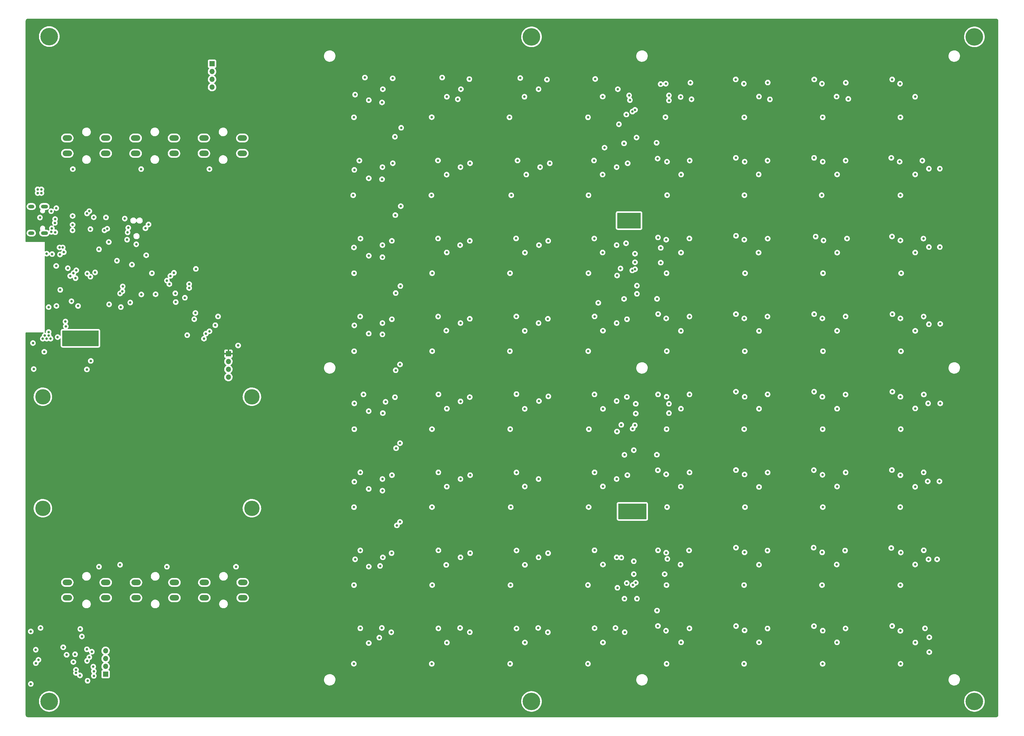
<source format=gbr>
%TF.GenerationSoftware,KiCad,Pcbnew,(6.0.8-1)-1*%
%TF.CreationDate,2022-10-23T23:44:36-04:00*%
%TF.ProjectId,chess-board-iot,63686573-732d-4626-9f61-72642d696f74,A*%
%TF.SameCoordinates,Original*%
%TF.FileFunction,Copper,L2,Inr*%
%TF.FilePolarity,Positive*%
%FSLAX46Y46*%
G04 Gerber Fmt 4.6, Leading zero omitted, Abs format (unit mm)*
G04 Created by KiCad (PCBNEW (6.0.8-1)-1) date 2022-10-23 23:44:36*
%MOMM*%
%LPD*%
G01*
G04 APERTURE LIST*
%TA.AperFunction,ComponentPad*%
%ADD10O,3.048000X1.850000*%
%TD*%
%TA.AperFunction,ComponentPad*%
%ADD11C,5.700000*%
%TD*%
%TA.AperFunction,ComponentPad*%
%ADD12R,1.700000X1.700000*%
%TD*%
%TA.AperFunction,ComponentPad*%
%ADD13O,1.700000X1.700000*%
%TD*%
%TA.AperFunction,ComponentPad*%
%ADD14O,2.300000X1.200000*%
%TD*%
%TA.AperFunction,ComponentPad*%
%ADD15O,2.000000X1.200000*%
%TD*%
%TA.AperFunction,ComponentPad*%
%ADD16C,5.000000*%
%TD*%
%TA.AperFunction,ViaPad*%
%ADD17C,0.800000*%
%TD*%
G04 APERTURE END LIST*
D10*
%TO.N,B_MOVE*%
%TO.C,SW107*%
X64870000Y-63460000D03*
X77370000Y-63460000D03*
%TO.N,GND*%
X77370000Y-58460000D03*
X64870000Y-58460000D03*
%TD*%
D11*
%TO.N,N/C*%
%TO.C,H115*%
X59000000Y-242000000D03*
%TD*%
D12*
%TO.N,GND*%
%TO.C,OLED102*%
X111961000Y-34260000D03*
D13*
%TO.N,3V3*%
X111961000Y-36800000D03*
%TO.N,/SCL_DB*%
X111961000Y-39340000D03*
%TO.N,/SDA_DB*%
X111961000Y-41880000D03*
%TD*%
D11*
%TO.N,N/C*%
%TO.C,H112*%
X360000000Y-25500000D03*
%TD*%
D10*
%TO.N,B_END*%
%TO.C,SW108*%
X109320000Y-63460000D03*
X121820000Y-63460000D03*
%TO.N,GND*%
X121820000Y-58460000D03*
X109320000Y-58460000D03*
%TD*%
%TO.N,W_DRAW*%
%TO.C,SW106*%
X87222000Y-203240000D03*
X99722000Y-203240000D03*
%TO.N,GND*%
X87222000Y-208240000D03*
X99722000Y-208240000D03*
%TD*%
D11*
%TO.N,N/C*%
%TO.C,H111*%
X215900000Y-25500000D03*
%TD*%
D14*
%TO.N,unconnected-(J101-PadS1)*%
%TO.C,J101*%
X57425000Y-89415000D03*
X57425000Y-80765000D03*
D15*
X53150000Y-89415000D03*
X53150000Y-80765000D03*
%TD*%
D10*
%TO.N,B_DRAW*%
%TO.C,SW109*%
X87095000Y-63460000D03*
X99595000Y-63460000D03*
%TO.N,GND*%
X87095000Y-58460000D03*
X99595000Y-58460000D03*
%TD*%
%TO.N,W_MOVE*%
%TO.C,SW104*%
X109447000Y-203240000D03*
X121947000Y-203240000D03*
%TO.N,GND*%
X121947000Y-208240000D03*
X109447000Y-208240000D03*
%TD*%
D16*
%TO.N,*%
%TO.C,J105*%
X124932000Y-179069000D03*
X56932000Y-142749000D03*
X124932000Y-142749000D03*
X56932000Y-179069000D03*
D12*
%TO.N,5V*%
X117282000Y-128709000D03*
D13*
%TO.N,/RX2*%
X117282000Y-131249000D03*
%TO.N,/TX2*%
X117282000Y-133789000D03*
%TO.N,GND*%
X117282000Y-136329000D03*
%TD*%
D11*
%TO.N,N/C*%
%TO.C,H114*%
X215900000Y-242000000D03*
%TD*%
D12*
%TO.N,GND*%
%TO.C,OLED101*%
X77319800Y-233125800D03*
D13*
%TO.N,3V3*%
X77319800Y-230585800D03*
%TO.N,/SCL_DW*%
X77319800Y-228045800D03*
%TO.N,/SDA_DW*%
X77319800Y-225505800D03*
%TD*%
D11*
%TO.N,N/C*%
%TO.C,H113*%
X360000000Y-242000000D03*
%TD*%
D10*
%TO.N,W_END*%
%TO.C,SW105*%
X77370000Y-203240000D03*
X64870000Y-203240000D03*
%TO.N,GND*%
X77370000Y-208240000D03*
X64870000Y-208240000D03*
%TD*%
D11*
%TO.N,N/C*%
%TO.C,H110*%
X59000000Y-25400000D03*
%TD*%
D17*
%TO.N,/EN*%
X61341000Y-113157000D03*
X59944000Y-96266000D03*
%TO.N,GND*%
X221225000Y-219475000D03*
X239040000Y-95760000D03*
X106172000Y-117475000D03*
X236400000Y-192775000D03*
X158150000Y-204110000D03*
X234275000Y-229725000D03*
X234490000Y-178690000D03*
X282410000Y-141090000D03*
X289925000Y-197475000D03*
X332950000Y-192025000D03*
X310320000Y-77080000D03*
X318560000Y-91200000D03*
X307700000Y-191900000D03*
X343925000Y-218200000D03*
X185520000Y-116610000D03*
X221220000Y-117350000D03*
X67698200Y-232710000D03*
X318973200Y-45720000D03*
X315360000Y-95780000D03*
X236626400Y-39217600D03*
X186842400Y-38760400D03*
X264427580Y-45085000D03*
X247190000Y-66680000D03*
X236425000Y-218125000D03*
X333340000Y-115830000D03*
X315200000Y-197400000D03*
X188375000Y-222850000D03*
X113025000Y-119450000D03*
X210960000Y-116580000D03*
X185600000Y-218200000D03*
X282420000Y-166620000D03*
X210880000Y-91170000D03*
X307840000Y-64920000D03*
X318110000Y-65800000D03*
X259486400Y-51663600D03*
X289780000Y-95780000D03*
X289940000Y-121310000D03*
X73475000Y-84275000D03*
X234289600Y-51714400D03*
X285180000Y-77090000D03*
X239064800Y-44958000D03*
X335925000Y-204100000D03*
X106553000Y-115443000D03*
X250203580Y-109220000D03*
X158100000Y-229725000D03*
X257110000Y-115810000D03*
X264590000Y-70360000D03*
X188170000Y-197520000D03*
X245125000Y-195150000D03*
X260010000Y-178690000D03*
X73505800Y-232166400D03*
X335930000Y-77090000D03*
X340730000Y-70310000D03*
X332960000Y-64910000D03*
X267175000Y-192800000D03*
X120450000Y-126050000D03*
X66600000Y-83850000D03*
X64375000Y-119800000D03*
X318080000Y-142020000D03*
X170470000Y-117500000D03*
X158180000Y-102500000D03*
X267310000Y-116600000D03*
X292730000Y-167420000D03*
X336170000Y-102490000D03*
X292700000Y-218250000D03*
X343060000Y-65810000D03*
X318090000Y-116590000D03*
X195820000Y-91940000D03*
X183590000Y-127890000D03*
X267320000Y-167400000D03*
X285100000Y-153290000D03*
X333248000Y-39370000D03*
X264510000Y-121290000D03*
X213700000Y-146680000D03*
X282450000Y-217450000D03*
X257060000Y-90860000D03*
X160200000Y-167390000D03*
X239160000Y-146690000D03*
X307898800Y-39370000D03*
X256740000Y-110850000D03*
X221340000Y-91950000D03*
X208910000Y-102500000D03*
X307850000Y-141090000D03*
X333310000Y-141100000D03*
X340775000Y-222825000D03*
X82900000Y-106800000D03*
X343540000Y-142000000D03*
X310680000Y-178690000D03*
X52982600Y-219212400D03*
X170738800Y-39014400D03*
X195810000Y-142860000D03*
X292680000Y-116610000D03*
X292700000Y-192850000D03*
X310625000Y-229750000D03*
X315330000Y-121270000D03*
X92400000Y-102500000D03*
X183520000Y-178690000D03*
X87300000Y-93075000D03*
X246930000Y-142800000D03*
X256750000Y-212400000D03*
X335975000Y-229750000D03*
X267370000Y-65800000D03*
X185470000Y-65780000D03*
X72848200Y-225810000D03*
X285075000Y-204100000D03*
X211025000Y-218225000D03*
X340715600Y-45008800D03*
X239130000Y-171960000D03*
X211010000Y-141880000D03*
X58166000Y-96139000D03*
X162950000Y-71560000D03*
X66225000Y-111625000D03*
X158140400Y-51714400D03*
X183570000Y-102490000D03*
X195930000Y-193690000D03*
X333250000Y-217425000D03*
X340725000Y-197400000D03*
X247100000Y-168280000D03*
X234275000Y-204075000D03*
X246980000Y-117490000D03*
X85350000Y-112050000D03*
X307760000Y-166650000D03*
X236390000Y-141980000D03*
X183450000Y-229750000D03*
X336040000Y-153290000D03*
X183340000Y-77100000D03*
X250076580Y-58293000D03*
X340740000Y-95760000D03*
X213720000Y-171990000D03*
X315320000Y-171990000D03*
X195900000Y-66670000D03*
X289950000Y-222750000D03*
X267270000Y-91180000D03*
X264400000Y-197425000D03*
X211370000Y-65790000D03*
X160160000Y-116600000D03*
X264480000Y-172010000D03*
X188340000Y-172020000D03*
X259840000Y-102490000D03*
X257025000Y-217425000D03*
X208950000Y-229750000D03*
X171480000Y-142900000D03*
X318110000Y-167400000D03*
X208970000Y-153290000D03*
X236420000Y-167390000D03*
X162930000Y-147430000D03*
X209150000Y-178700000D03*
X243740000Y-103250000D03*
X335940400Y-51714400D03*
X239150000Y-222800000D03*
X310740000Y-127900000D03*
X257080000Y-141980000D03*
X170370000Y-193690000D03*
X88963500Y-109410500D03*
X282410000Y-115830000D03*
X293471600Y-45872400D03*
X53950000Y-133725000D03*
X315163200Y-44958000D03*
X78486000Y-112649000D03*
X246660000Y-92740000D03*
X260020000Y-77060000D03*
X170275000Y-219475000D03*
X318160400Y-40436800D03*
X264520000Y-146640000D03*
X310642000Y-51714400D03*
X289930000Y-172140000D03*
X208880000Y-127900000D03*
X67398578Y-226659622D03*
X285075000Y-229750000D03*
X213750000Y-197500000D03*
X285390000Y-102490000D03*
X73505800Y-233690400D03*
X243720000Y-154070000D03*
X236430000Y-116580000D03*
X213750000Y-222800000D03*
X315300000Y-222750000D03*
X221850000Y-66690000D03*
X188366400Y-45008800D03*
X54608200Y-225156000D03*
X256600000Y-60010000D03*
X213760000Y-95790000D03*
X234570000Y-153310000D03*
X236330000Y-91200000D03*
X209320000Y-77100000D03*
X257075000Y-192775000D03*
X292720000Y-141970000D03*
X66575000Y-88525000D03*
X264575000Y-222750000D03*
X57375000Y-128100000D03*
X62575000Y-107925000D03*
X183590000Y-204090000D03*
X100150000Y-111900000D03*
X63548200Y-224360000D03*
X183438800Y-51663600D03*
X211025000Y-192825000D03*
X307800000Y-217475000D03*
X160200000Y-192800000D03*
X307870000Y-115830000D03*
X285300000Y-127900000D03*
X170770000Y-66670000D03*
X256680000Y-161630000D03*
X162966400Y-46126400D03*
X195825000Y-219450000D03*
X188360000Y-146630000D03*
X289930000Y-146660000D03*
X211000000Y-167400000D03*
X162960000Y-198070000D03*
X308360000Y-90570000D03*
X162950000Y-223000000D03*
X185600000Y-167390000D03*
X239150000Y-197400000D03*
X185630000Y-141970000D03*
X343525000Y-192775000D03*
X259850000Y-229750000D03*
X267970000Y-45821600D03*
X267614400Y-40436800D03*
X160250000Y-91210000D03*
X239040000Y-70370000D03*
X220929200Y-39420800D03*
X195820000Y-117340000D03*
X213614000Y-45008800D03*
X72390000Y-88138000D03*
X159900000Y-65800000D03*
X183520000Y-153290000D03*
X161696400Y-38760400D03*
X234350000Y-127890000D03*
X257030000Y-166690000D03*
X259920000Y-127890000D03*
X340750000Y-121260000D03*
X61290200Y-81305400D03*
X282440000Y-90310000D03*
X160200000Y-218175000D03*
X243850000Y-204975000D03*
X162970000Y-96810000D03*
X315340000Y-70310000D03*
X333150000Y-166630000D03*
X282425000Y-191900000D03*
X259825000Y-204100000D03*
X292710000Y-65810000D03*
X317925000Y-192850000D03*
X289820000Y-70310000D03*
X318075000Y-218225000D03*
X221390000Y-142630000D03*
X292760400Y-40386000D03*
X310750000Y-102490000D03*
X343490000Y-167390000D03*
X292740000Y-91220000D03*
X221300000Y-193700000D03*
X340750000Y-146550000D03*
X343490000Y-116620000D03*
X256934580Y-65151000D03*
X58801000Y-113538000D03*
X52998200Y-236310000D03*
X213710000Y-121280000D03*
X257911600Y-40894000D03*
X282346400Y-39370000D03*
X170470000Y-91960000D03*
X53700000Y-125250000D03*
X333200000Y-90530000D03*
X234430000Y-102480000D03*
X239150000Y-121230000D03*
X158240000Y-153310000D03*
X250203580Y-208534000D03*
X285140400Y-51714400D03*
X267310000Y-141980000D03*
X161240000Y-141980000D03*
X158150000Y-178720000D03*
X191922400Y-45821600D03*
X185620000Y-192790000D03*
X310425000Y-204100000D03*
X209075000Y-204100000D03*
X208737200Y-51714400D03*
X185490000Y-91180000D03*
X212242400Y-38912800D03*
X249187580Y-160147000D03*
X214210000Y-70370000D03*
X336100000Y-127910000D03*
X285360000Y-178700000D03*
X195940000Y-168290000D03*
X188190000Y-121190000D03*
X170500000Y-168280000D03*
X343420000Y-91220000D03*
X315340000Y-146650000D03*
X310640000Y-153300000D03*
X61722000Y-123317000D03*
X59690000Y-89027000D03*
X90551000Y-96647000D03*
X267300000Y-218200000D03*
X158200000Y-127900000D03*
X282390000Y-64910000D03*
X246225000Y-219456000D03*
X157890000Y-77100000D03*
X236240000Y-65790000D03*
X340720000Y-172080000D03*
X289915600Y-44958000D03*
X195681600Y-39268400D03*
X162940000Y-122180000D03*
X335890000Y-178690000D03*
X250203580Y-106553000D03*
X84700000Y-87700000D03*
X234460000Y-77100000D03*
X264550000Y-95780000D03*
X188290000Y-70390000D03*
X259860000Y-153300000D03*
X188330000Y-95740000D03*
X162930000Y-172790000D03*
%TO.N,5V*%
X289954580Y-204216000D03*
X188481580Y-127889000D03*
X340754580Y-178562000D03*
X239154580Y-127889000D03*
X162827580Y-77089000D03*
X56415800Y-65014800D03*
X239154580Y-229489000D03*
X213881580Y-153416000D03*
X214262580Y-77089000D03*
X264681580Y-153416000D03*
X239154580Y-51689000D03*
X340754580Y-77089000D03*
X188354580Y-77089000D03*
X289954580Y-229489000D03*
X239281580Y-178562000D03*
X239281580Y-204216000D03*
X213881580Y-229616000D03*
X340754580Y-51689000D03*
X264681580Y-204216000D03*
X188354580Y-102489000D03*
X87503000Y-98425000D03*
X56415800Y-63814800D03*
X162954580Y-127889000D03*
X55215800Y-65014800D03*
X290081580Y-127889000D03*
X340627580Y-229489000D03*
X289954580Y-51689000D03*
X340754580Y-127889000D03*
X163081580Y-153416000D03*
X264681580Y-127889000D03*
X188354580Y-51689000D03*
X162954580Y-229514400D03*
X264681580Y-51689000D03*
X162954580Y-178562000D03*
X188481580Y-178562000D03*
X239154580Y-77089000D03*
X315481580Y-102489000D03*
X163081580Y-102489000D03*
X61341000Y-131191000D03*
X60198000Y-129921000D03*
X289954580Y-102489000D03*
X162954580Y-51689000D03*
X315227580Y-204216000D03*
X162827580Y-204089000D03*
X213881580Y-178562000D03*
X188227580Y-153416000D03*
X315354580Y-77089000D03*
X239154580Y-102489000D03*
X213754580Y-102489000D03*
X55215800Y-63814800D03*
X59055000Y-131191000D03*
X315354580Y-178562000D03*
X264554580Y-229489000D03*
X60198000Y-131191000D03*
X340995000Y-102489000D03*
X264681580Y-77089000D03*
X315481580Y-153543000D03*
X188354580Y-229616000D03*
X315354580Y-229489000D03*
X239281580Y-153416000D03*
X289954580Y-153543000D03*
X213754580Y-127889000D03*
X213881580Y-204216000D03*
X213754580Y-51689000D03*
X315354580Y-51689000D03*
X188354580Y-204216000D03*
X264681580Y-178562000D03*
X340881580Y-153543000D03*
X264554580Y-102489000D03*
X69800000Y-84200000D03*
X290081580Y-77089000D03*
X290081580Y-178562000D03*
X315481580Y-127889000D03*
X340754580Y-204216000D03*
X61341000Y-129921000D03*
%TO.N,3V3*%
X58166000Y-123825000D03*
X192672580Y-93345000D03*
X244602000Y-86817200D03*
X285128580Y-117221000D03*
X103886000Y-122682000D03*
X167399580Y-93345000D03*
X246888000Y-203454000D03*
X250698000Y-85344000D03*
X167209580Y-218059000D03*
X192799580Y-67945000D03*
X252526800Y-181533800D03*
X167399580Y-169545000D03*
X218326580Y-144145500D03*
X192799580Y-118745000D03*
X259728580Y-117221000D03*
X310650000Y-218950000D03*
X285128580Y-91567000D03*
X335674580Y-66167000D03*
X73318200Y-230680000D03*
X84328000Y-91567000D03*
X239662580Y-61595000D03*
X244856000Y-180086000D03*
X192799580Y-169545000D03*
X74168000Y-123698000D03*
X106700000Y-101100000D03*
X285225000Y-218850000D03*
X167526580Y-195072000D03*
X167526580Y-42545500D03*
X244348000Y-53975000D03*
X336050000Y-193500000D03*
X259675000Y-218975000D03*
X259982580Y-66167000D03*
X88900000Y-68580000D03*
X259855580Y-142748000D03*
X218199580Y-42545000D03*
X244602000Y-85344000D03*
X68984600Y-233538000D03*
X244856000Y-100965000D03*
X310575000Y-168175000D03*
X218326580Y-93345000D03*
X71473800Y-235265200D03*
X97282000Y-198120000D03*
X74168000Y-122174000D03*
X310909580Y-91821000D03*
X69619600Y-220838000D03*
X81026000Y-98425000D03*
X252526800Y-178562000D03*
X56166200Y-218060000D03*
X285225000Y-193450000D03*
X218199580Y-118745000D03*
X58801000Y-122809000D03*
X335925000Y-168300000D03*
X285001580Y-40767000D03*
X243599580Y-144145000D03*
X192799580Y-195072000D03*
X259728580Y-193548000D03*
X250698000Y-83820000D03*
X244856000Y-178562000D03*
X335928580Y-117221000D03*
X64262000Y-118237000D03*
X243218580Y-218059000D03*
X57531000Y-122809000D03*
X335801580Y-40767000D03*
X335925000Y-219000000D03*
X259601580Y-40767000D03*
X119761000Y-198120000D03*
X285255580Y-66167000D03*
X66675000Y-68580000D03*
X259728580Y-91567000D03*
X243599580Y-195072000D03*
X335928580Y-91821000D03*
X245110000Y-151892000D03*
X82296000Y-113538000D03*
X192926580Y-42545000D03*
X310655580Y-66167000D03*
X310475000Y-193450000D03*
X167399580Y-67945000D03*
X310401580Y-40767000D03*
X246761000Y-50800000D03*
X64008000Y-122174000D03*
X75184000Y-198120000D03*
X259725000Y-168000000D03*
X310528580Y-117221000D03*
X168415580Y-144399000D03*
X243599580Y-93345000D03*
X59436000Y-123825000D03*
X103124000Y-110490000D03*
X243599580Y-118745000D03*
X252526800Y-180086000D03*
X310528580Y-142748000D03*
X64008000Y-123698000D03*
X192799580Y-144272000D03*
X244602000Y-83820000D03*
X218072580Y-218059000D03*
X243599580Y-169545000D03*
X218707580Y-67945000D03*
X244856000Y-181559200D03*
X192672580Y-218059000D03*
X218199580Y-169545500D03*
X64008000Y-125222000D03*
X335928580Y-142748000D03*
X74168000Y-125222000D03*
X218199580Y-195072000D03*
X250698000Y-86842600D03*
X60960000Y-89154000D03*
X111125000Y-68580000D03*
X100000000Y-109050000D03*
X243987029Y-42545000D03*
X56896000Y-123825000D03*
X243599580Y-67945000D03*
X285255580Y-142748000D03*
X167399580Y-118745000D03*
X58801000Y-121666000D03*
X285225000Y-168075000D03*
X237630580Y-112141000D03*
%TO.N,VBUS*%
X55235000Y-75187800D03*
X56435000Y-76387800D03*
X59613800Y-82296000D03*
X56435000Y-75187800D03*
X55235000Y-76387800D03*
X66600000Y-86700000D03*
X59850000Y-87875000D03*
X84500000Y-89200000D03*
%TO.N,Net-(D201-Pad4)*%
X85900000Y-99700000D03*
X166383580Y-221234000D03*
%TO.N,Net-(D207-Pad3)*%
X345326580Y-221107000D03*
X158509580Y-195707000D03*
%TO.N,Net-(D208-Pad3)*%
X345326580Y-225933000D03*
X166637580Y-197866000D03*
%TO.N,Net-(D211-Pad3)*%
X249187580Y-196342000D03*
X260109580Y-195580000D03*
%TO.N,Net-(D212-Pad3)*%
X259220580Y-200533000D03*
X249187580Y-200533000D03*
%TO.N,Net-(D215-Pad3)*%
X158255580Y-170434000D03*
X173114580Y-183515000D03*
X347866580Y-195707000D03*
X345072580Y-195707000D03*
%TO.N,Net-(D216-Pad3)*%
X167399580Y-173355000D03*
X172098580Y-184658000D03*
%TO.N,Net-(D223-Pad3)*%
X158255580Y-144907000D03*
X173114580Y-157861000D03*
X344818580Y-170307000D03*
X348628580Y-170307000D03*
%TO.N,Net-(D224-Pad3)*%
X167526580Y-148082000D03*
X171844580Y-159512000D03*
%TO.N,Net-(D227-Pad3)*%
X249822580Y-145034000D03*
X260617580Y-145034000D03*
%TO.N,Net-(D228-Pad3)*%
X260617580Y-148082000D03*
X249822580Y-148209000D03*
%TO.N,Net-(D231-Pad3)*%
X348882580Y-144907000D03*
X173114580Y-132207000D03*
X158255580Y-119507000D03*
X344945580Y-144907000D03*
%TO.N,Net-(D232-Pad3)*%
X167399580Y-122428000D03*
X171717580Y-134112000D03*
%TO.N,Net-(D239-Pad3)*%
X158128580Y-94107000D03*
X345199580Y-119126000D03*
X348882580Y-118999000D03*
X173241580Y-106680000D03*
%TO.N,Net-(D240-Pad3)*%
X167399580Y-97282000D03*
X171717580Y-108966000D03*
%TO.N,Net-(D243-Pad3)*%
X257950580Y-94234000D03*
X249568580Y-96139000D03*
%TO.N,Net-(D244-Pad3)*%
X249568580Y-98933000D03*
X257950580Y-99060000D03*
%TO.N,Net-(D247-Pad3)*%
X158255580Y-68834000D03*
X345199580Y-93980000D03*
X348755580Y-93980000D03*
X173368580Y-80645000D03*
%TO.N,Net-(D248-Pad3)*%
X167272580Y-71882000D03*
X171590580Y-83566000D03*
%TO.N,Net-(D255-Pad3)*%
X348755580Y-68453000D03*
X345199580Y-68453000D03*
X158509580Y-44323000D03*
X173495580Y-55118000D03*
%TO.N,Net-(D256-Pad3)*%
X171463580Y-58039000D03*
X167272580Y-46863000D03*
%TO.N,Net-(D259-Pad3)*%
X247663580Y-44577000D03*
X260617580Y-44577000D03*
%TO.N,Net-(D260-Pad3)*%
X247917580Y-46101000D03*
X260617580Y-46228000D03*
%TO.N,/SDA_DW*%
X98081500Y-106045000D03*
%TO.N,/SCL_DW*%
X97282000Y-104902000D03*
%TO.N,/SDA_DB*%
X98425000Y-103378000D03*
%TO.N,/SCL_DB*%
X99568000Y-102362000D03*
%TO.N,Net-(Q102-Pad1)*%
X78363299Y-92333299D03*
X77450000Y-84325000D03*
%TO.N,/IO0*%
X83566000Y-84709000D03*
X75184000Y-94704500D03*
%TO.N,/TX0*%
X63754000Y-95631000D03*
X63373000Y-94107000D03*
X77851000Y-88011000D03*
X90300000Y-87850000D03*
%TO.N,/RX0*%
X91313000Y-86614000D03*
X62357000Y-94107000D03*
X76962000Y-88519000D03*
X62484000Y-96393000D03*
%TO.N,/RX2*%
X72517000Y-131064000D03*
X72390000Y-103632000D03*
%TO.N,~{IO_INT}*%
X246139580Y-208534000D03*
X246012580Y-110871000D03*
X113919000Y-116586000D03*
X246012580Y-60198000D03*
X246139580Y-161671000D03*
%TO.N,/SD_SCK*%
X67792600Y-101537100D03*
X69086200Y-218399600D03*
%TO.N,/~{I2C_SDA}*%
X65049400Y-100863400D03*
X82042000Y-109093000D03*
%TO.N,/TX2*%
X71374000Y-102616000D03*
X71247000Y-133858000D03*
%TO.N,/~{I2C_SCL}*%
X61264800Y-100126800D03*
X82804000Y-108368500D03*
%TO.N,/~{I2C_RESET}*%
X93599000Y-109347000D03*
X73914000Y-102235000D03*
%TO.N,/D_P*%
X72030920Y-82277512D03*
X60900000Y-84860000D03*
%TO.N,/D_N*%
X71288456Y-83019976D03*
X55980000Y-84350000D03*
X60810500Y-86115000D03*
%TO.N,~{SDA_IOMUX}*%
X248806580Y-153162000D03*
X248855080Y-204089000D03*
X248679580Y-101600000D03*
X248750207Y-49849821D03*
X104521000Y-107315000D03*
%TO.N,~{SCL_IOMUX}*%
X249531080Y-152034942D03*
X249598267Y-101206277D03*
X249822580Y-203327000D03*
X249568580Y-49276000D03*
X104521000Y-106045000D03*
%TO.N,/SD_DET*%
X66851000Y-229143800D03*
X68368400Y-113174000D03*
%TO.N,W_END*%
X109347000Y-123825000D03*
X82042000Y-197485000D03*
%TO.N,W_DRAW*%
X109982000Y-122174000D03*
%TO.N,W_MOVE*%
X111125000Y-121412000D03*
%TO.N,/SD_MISO*%
X71270600Y-225029000D03*
X66878200Y-102489000D03*
%TO.N,/SD_SS*%
X71298200Y-228790000D03*
X54648200Y-229540000D03*
X65800000Y-103400000D03*
X67698200Y-231690000D03*
%TO.N,/SD_MOSI*%
X72028200Y-227620000D03*
X55488200Y-228460000D03*
X67564000Y-104114600D03*
X64648200Y-226810000D03*
%TD*%
%TA.AperFunction,Conductor*%
%TO.N,3V3*%
G36*
X74999121Y-121178002D02*
G01*
X75045614Y-121231658D01*
X75057000Y-121284000D01*
X75057000Y-126112000D01*
X75036998Y-126180121D01*
X74983342Y-126226614D01*
X74931000Y-126238000D01*
X63372000Y-126238000D01*
X63303879Y-126217998D01*
X63257386Y-126164342D01*
X63246000Y-126112000D01*
X63246000Y-121284000D01*
X63266002Y-121215879D01*
X63319658Y-121169386D01*
X63372000Y-121158000D01*
X74931000Y-121158000D01*
X74999121Y-121178002D01*
G37*
%TD.AperFunction*%
%TD*%
%TA.AperFunction,Conductor*%
%TO.N,3V3*%
G36*
X253230921Y-177566002D02*
G01*
X253277414Y-177619658D01*
X253288800Y-177672000D01*
X253288800Y-182500000D01*
X253268798Y-182568121D01*
X253215142Y-182614614D01*
X253162800Y-182626000D01*
X244270800Y-182626000D01*
X244202679Y-182605998D01*
X244156186Y-182552342D01*
X244144800Y-182500000D01*
X244144800Y-177672000D01*
X244164802Y-177603879D01*
X244218458Y-177557386D01*
X244270800Y-177546000D01*
X253162800Y-177546000D01*
X253230921Y-177566002D01*
G37*
%TD.AperFunction*%
%TD*%
%TA.AperFunction,Conductor*%
%TO.N,3V3*%
G36*
X251402121Y-82824002D02*
G01*
X251448614Y-82877658D01*
X251460000Y-82930000D01*
X251460000Y-87758000D01*
X251439998Y-87826121D01*
X251386342Y-87872614D01*
X251334000Y-87884000D01*
X243966000Y-87884000D01*
X243897879Y-87863998D01*
X243851386Y-87810342D01*
X243840000Y-87758000D01*
X243840000Y-82930000D01*
X243860002Y-82861879D01*
X243913658Y-82815386D01*
X243966000Y-82804000D01*
X251334000Y-82804000D01*
X251402121Y-82824002D01*
G37*
%TD.AperFunction*%
%TD*%
%TA.AperFunction,Conductor*%
%TO.N,5V*%
G36*
X367000024Y-19560001D02*
G01*
X367023724Y-19563691D01*
X367033659Y-19562392D01*
X367034746Y-19562250D01*
X367063431Y-19561793D01*
X367136741Y-19569013D01*
X367166212Y-19571916D01*
X367190432Y-19576733D01*
X367309546Y-19612866D01*
X367332355Y-19622315D01*
X367442124Y-19680987D01*
X367462655Y-19694705D01*
X367558876Y-19773671D01*
X367576329Y-19791124D01*
X367655295Y-19887345D01*
X367669013Y-19907876D01*
X367727685Y-20017645D01*
X367737134Y-20040454D01*
X367773267Y-20159568D01*
X367778084Y-20183789D01*
X367787541Y-20279809D01*
X367787091Y-20295868D01*
X367787800Y-20295877D01*
X367787690Y-20304853D01*
X367786309Y-20313724D01*
X367787473Y-20322626D01*
X367787473Y-20322628D01*
X367790436Y-20345283D01*
X367791500Y-20361621D01*
X367791499Y-246334193D01*
X367790209Y-246352180D01*
X367786270Y-246379491D01*
X367787534Y-246388380D01*
X367787824Y-246390421D01*
X367788597Y-246419163D01*
X367779447Y-246523510D01*
X367774852Y-246547911D01*
X367739484Y-246668699D01*
X367730192Y-246691726D01*
X367671824Y-246803231D01*
X367658197Y-246823988D01*
X367579096Y-246921881D01*
X367561664Y-246939562D01*
X367464901Y-247020044D01*
X367444338Y-247033964D01*
X367333672Y-247093905D01*
X367310782Y-247103521D01*
X367190509Y-247140598D01*
X367166176Y-247145540D01*
X367103731Y-247151909D01*
X367068717Y-247155480D01*
X367052672Y-247155080D01*
X367052665Y-247155805D01*
X367043693Y-247155721D01*
X367034816Y-247154366D01*
X367025919Y-247155556D01*
X367025912Y-247155556D01*
X367004223Y-247158458D01*
X366987516Y-247159571D01*
X52119370Y-247141503D01*
X52100006Y-247140004D01*
X52076276Y-247136309D01*
X52066341Y-247137608D01*
X52065254Y-247137750D01*
X52036569Y-247138207D01*
X51963259Y-247130987D01*
X51933788Y-247128084D01*
X51909568Y-247123267D01*
X51790454Y-247087134D01*
X51767645Y-247077685D01*
X51657876Y-247019013D01*
X51637345Y-247005295D01*
X51541124Y-246926329D01*
X51523671Y-246908876D01*
X51444705Y-246812655D01*
X51430987Y-246792124D01*
X51372315Y-246682355D01*
X51362866Y-246659546D01*
X51326733Y-246540432D01*
X51321916Y-246516212D01*
X51312711Y-246422755D01*
X51312607Y-246399151D01*
X51312768Y-246397354D01*
X51313576Y-246392552D01*
X51313729Y-246380000D01*
X51309773Y-246352376D01*
X51308500Y-246334514D01*
X51308500Y-241988259D01*
X55636587Y-241988259D01*
X55654992Y-242351574D01*
X55655529Y-242354929D01*
X55655530Y-242354935D01*
X55695211Y-242602670D01*
X55712527Y-242710777D01*
X55808519Y-243061664D01*
X55941845Y-243400133D01*
X55943428Y-243403148D01*
X56109362Y-243719206D01*
X56109367Y-243719214D01*
X56110946Y-243722222D01*
X56112840Y-243725040D01*
X56112845Y-243725049D01*
X56305419Y-244011628D01*
X56313843Y-244024165D01*
X56548163Y-244302428D01*
X56574899Y-244327977D01*
X56808702Y-244551405D01*
X56808709Y-244551411D01*
X56811165Y-244553758D01*
X57099771Y-244775214D01*
X57102689Y-244776988D01*
X57407692Y-244962433D01*
X57407697Y-244962436D01*
X57410607Y-244964205D01*
X57413695Y-244965651D01*
X57413694Y-244965651D01*
X57736952Y-245117077D01*
X57736962Y-245117081D01*
X57740036Y-245118521D01*
X57743254Y-245119623D01*
X57743257Y-245119624D01*
X58080981Y-245235253D01*
X58080989Y-245235255D01*
X58084204Y-245236356D01*
X58439084Y-245316332D01*
X58492123Y-245322375D01*
X58797144Y-245357128D01*
X58797152Y-245357128D01*
X58800527Y-245357513D01*
X58803931Y-245357531D01*
X58803934Y-245357531D01*
X59002058Y-245358568D01*
X59164303Y-245359418D01*
X59167689Y-245359068D01*
X59167691Y-245359068D01*
X59522765Y-245322375D01*
X59522774Y-245322374D01*
X59526157Y-245322024D01*
X59529490Y-245321310D01*
X59529493Y-245321309D01*
X59639895Y-245297641D01*
X59881856Y-245245768D01*
X60227239Y-245131544D01*
X60230323Y-245130138D01*
X60230332Y-245130135D01*
X60555171Y-244982096D01*
X60558265Y-244980686D01*
X60602276Y-244954554D01*
X60868128Y-244796704D01*
X60868132Y-244796701D01*
X60871063Y-244794961D01*
X61161973Y-244576539D01*
X61427592Y-244327977D01*
X61664813Y-244052182D01*
X61772983Y-243894794D01*
X61868931Y-243755190D01*
X61868936Y-243755182D01*
X61870861Y-243752381D01*
X61872473Y-243749387D01*
X61872478Y-243749379D01*
X62041703Y-243435092D01*
X62043325Y-243432080D01*
X62180188Y-243095027D01*
X62279850Y-242745164D01*
X62341143Y-242386583D01*
X62343285Y-242351574D01*
X62363241Y-242025278D01*
X62363351Y-242023481D01*
X62363433Y-242000000D01*
X62362797Y-241988259D01*
X212536587Y-241988259D01*
X212554992Y-242351574D01*
X212555529Y-242354929D01*
X212555530Y-242354935D01*
X212595211Y-242602670D01*
X212612527Y-242710777D01*
X212708519Y-243061664D01*
X212841845Y-243400133D01*
X212843428Y-243403148D01*
X213009362Y-243719206D01*
X213009367Y-243719214D01*
X213010946Y-243722222D01*
X213012840Y-243725040D01*
X213012845Y-243725049D01*
X213205419Y-244011628D01*
X213213843Y-244024165D01*
X213448163Y-244302428D01*
X213474899Y-244327977D01*
X213708702Y-244551405D01*
X213708709Y-244551411D01*
X213711165Y-244553758D01*
X213999771Y-244775214D01*
X214002689Y-244776988D01*
X214307692Y-244962433D01*
X214307697Y-244962436D01*
X214310607Y-244964205D01*
X214313695Y-244965651D01*
X214313694Y-244965651D01*
X214636952Y-245117077D01*
X214636962Y-245117081D01*
X214640036Y-245118521D01*
X214643254Y-245119623D01*
X214643257Y-245119624D01*
X214980981Y-245235253D01*
X214980989Y-245235255D01*
X214984204Y-245236356D01*
X215339084Y-245316332D01*
X215392123Y-245322375D01*
X215697144Y-245357128D01*
X215697152Y-245357128D01*
X215700527Y-245357513D01*
X215703931Y-245357531D01*
X215703934Y-245357531D01*
X215902058Y-245358568D01*
X216064303Y-245359418D01*
X216067689Y-245359068D01*
X216067691Y-245359068D01*
X216422765Y-245322375D01*
X216422774Y-245322374D01*
X216426157Y-245322024D01*
X216429490Y-245321310D01*
X216429493Y-245321309D01*
X216539895Y-245297641D01*
X216781856Y-245245768D01*
X217127239Y-245131544D01*
X217130323Y-245130138D01*
X217130332Y-245130135D01*
X217455171Y-244982096D01*
X217458265Y-244980686D01*
X217502276Y-244954554D01*
X217768128Y-244796704D01*
X217768132Y-244796701D01*
X217771063Y-244794961D01*
X218061973Y-244576539D01*
X218327592Y-244327977D01*
X218564813Y-244052182D01*
X218672983Y-243894794D01*
X218768931Y-243755190D01*
X218768936Y-243755182D01*
X218770861Y-243752381D01*
X218772473Y-243749387D01*
X218772478Y-243749379D01*
X218941703Y-243435092D01*
X218943325Y-243432080D01*
X219080188Y-243095027D01*
X219179850Y-242745164D01*
X219241143Y-242386583D01*
X219243285Y-242351574D01*
X219263241Y-242025278D01*
X219263351Y-242023481D01*
X219263433Y-242000000D01*
X219262797Y-241988259D01*
X356636587Y-241988259D01*
X356654992Y-242351574D01*
X356655529Y-242354929D01*
X356655530Y-242354935D01*
X356695211Y-242602670D01*
X356712527Y-242710777D01*
X356808519Y-243061664D01*
X356941845Y-243400133D01*
X356943428Y-243403148D01*
X357109362Y-243719206D01*
X357109367Y-243719214D01*
X357110946Y-243722222D01*
X357112840Y-243725040D01*
X357112845Y-243725049D01*
X357305419Y-244011628D01*
X357313843Y-244024165D01*
X357548163Y-244302428D01*
X357574899Y-244327977D01*
X357808702Y-244551405D01*
X357808709Y-244551411D01*
X357811165Y-244553758D01*
X358099771Y-244775214D01*
X358102689Y-244776988D01*
X358407692Y-244962433D01*
X358407697Y-244962436D01*
X358410607Y-244964205D01*
X358413695Y-244965651D01*
X358413694Y-244965651D01*
X358736952Y-245117077D01*
X358736962Y-245117081D01*
X358740036Y-245118521D01*
X358743254Y-245119623D01*
X358743257Y-245119624D01*
X359080981Y-245235253D01*
X359080989Y-245235255D01*
X359084204Y-245236356D01*
X359439084Y-245316332D01*
X359492123Y-245322375D01*
X359797144Y-245357128D01*
X359797152Y-245357128D01*
X359800527Y-245357513D01*
X359803931Y-245357531D01*
X359803934Y-245357531D01*
X360002058Y-245358568D01*
X360164303Y-245359418D01*
X360167689Y-245359068D01*
X360167691Y-245359068D01*
X360522765Y-245322375D01*
X360522774Y-245322374D01*
X360526157Y-245322024D01*
X360529490Y-245321310D01*
X360529493Y-245321309D01*
X360639895Y-245297641D01*
X360881856Y-245245768D01*
X361227239Y-245131544D01*
X361230323Y-245130138D01*
X361230332Y-245130135D01*
X361555171Y-244982096D01*
X361558265Y-244980686D01*
X361602276Y-244954554D01*
X361868128Y-244796704D01*
X361868132Y-244796701D01*
X361871063Y-244794961D01*
X362161973Y-244576539D01*
X362427592Y-244327977D01*
X362664813Y-244052182D01*
X362772983Y-243894794D01*
X362868931Y-243755190D01*
X362868936Y-243755182D01*
X362870861Y-243752381D01*
X362872473Y-243749387D01*
X362872478Y-243749379D01*
X363041703Y-243435092D01*
X363043325Y-243432080D01*
X363180188Y-243095027D01*
X363279850Y-242745164D01*
X363341143Y-242386583D01*
X363343285Y-242351574D01*
X363363241Y-242025278D01*
X363363351Y-242023481D01*
X363363433Y-242000000D01*
X363343760Y-241636751D01*
X363284972Y-241277752D01*
X363187756Y-240927202D01*
X363183331Y-240916081D01*
X363054508Y-240592365D01*
X363053249Y-240589201D01*
X363022690Y-240531485D01*
X362884624Y-240270723D01*
X362884620Y-240270716D01*
X362883025Y-240267704D01*
X362881118Y-240264888D01*
X362881113Y-240264879D01*
X362680985Y-239969292D01*
X362679075Y-239966471D01*
X362443785Y-239689027D01*
X362179908Y-239438617D01*
X361890530Y-239218170D01*
X361887618Y-239216413D01*
X361887613Y-239216410D01*
X361581951Y-239032023D01*
X361581945Y-239032020D01*
X361579036Y-239030265D01*
X361249071Y-238877100D01*
X360904494Y-238760467D01*
X360895234Y-238758414D01*
X360820485Y-238741843D01*
X360549336Y-238681731D01*
X360420217Y-238667476D01*
X360191133Y-238642184D01*
X360191128Y-238642184D01*
X360187752Y-238641811D01*
X360184353Y-238641805D01*
X360184352Y-238641805D01*
X360012763Y-238641506D01*
X359823972Y-238641176D01*
X359688831Y-238655618D01*
X359465634Y-238679471D01*
X359465628Y-238679472D01*
X359462250Y-238679833D01*
X359106820Y-238757330D01*
X358761838Y-238872759D01*
X358431340Y-239024771D01*
X358119192Y-239211588D01*
X357829046Y-239431023D01*
X357564296Y-239680511D01*
X357328040Y-239957132D01*
X357123040Y-240257651D01*
X356951694Y-240578552D01*
X356950419Y-240581724D01*
X356950417Y-240581728D01*
X356948626Y-240586185D01*
X356816009Y-240916081D01*
X356717569Y-241266290D01*
X356657528Y-241625082D01*
X356636587Y-241988259D01*
X219262797Y-241988259D01*
X219243760Y-241636751D01*
X219184972Y-241277752D01*
X219087756Y-240927202D01*
X219083331Y-240916081D01*
X218954508Y-240592365D01*
X218953249Y-240589201D01*
X218922690Y-240531485D01*
X218784624Y-240270723D01*
X218784620Y-240270716D01*
X218783025Y-240267704D01*
X218781118Y-240264888D01*
X218781113Y-240264879D01*
X218580985Y-239969292D01*
X218579075Y-239966471D01*
X218343785Y-239689027D01*
X218079908Y-239438617D01*
X217790530Y-239218170D01*
X217787618Y-239216413D01*
X217787613Y-239216410D01*
X217481951Y-239032023D01*
X217481945Y-239032020D01*
X217479036Y-239030265D01*
X217149071Y-238877100D01*
X216804494Y-238760467D01*
X216795234Y-238758414D01*
X216720485Y-238741843D01*
X216449336Y-238681731D01*
X216320217Y-238667476D01*
X216091133Y-238642184D01*
X216091128Y-238642184D01*
X216087752Y-238641811D01*
X216084353Y-238641805D01*
X216084352Y-238641805D01*
X215912763Y-238641506D01*
X215723972Y-238641176D01*
X215588831Y-238655618D01*
X215365634Y-238679471D01*
X215365628Y-238679472D01*
X215362250Y-238679833D01*
X215006820Y-238757330D01*
X214661838Y-238872759D01*
X214331340Y-239024771D01*
X214019192Y-239211588D01*
X213729046Y-239431023D01*
X213464296Y-239680511D01*
X213228040Y-239957132D01*
X213023040Y-240257651D01*
X212851694Y-240578552D01*
X212850419Y-240581724D01*
X212850417Y-240581728D01*
X212848626Y-240586185D01*
X212716009Y-240916081D01*
X212617569Y-241266290D01*
X212557528Y-241625082D01*
X212536587Y-241988259D01*
X62362797Y-241988259D01*
X62343760Y-241636751D01*
X62284972Y-241277752D01*
X62187756Y-240927202D01*
X62183331Y-240916081D01*
X62054508Y-240592365D01*
X62053249Y-240589201D01*
X62022690Y-240531485D01*
X61884624Y-240270723D01*
X61884620Y-240270716D01*
X61883025Y-240267704D01*
X61881118Y-240264888D01*
X61881113Y-240264879D01*
X61680985Y-239969292D01*
X61679075Y-239966471D01*
X61443785Y-239689027D01*
X61179908Y-239438617D01*
X60890530Y-239218170D01*
X60887618Y-239216413D01*
X60887613Y-239216410D01*
X60581951Y-239032023D01*
X60581945Y-239032020D01*
X60579036Y-239030265D01*
X60249071Y-238877100D01*
X59904494Y-238760467D01*
X59895234Y-238758414D01*
X59820485Y-238741843D01*
X59549336Y-238681731D01*
X59420217Y-238667476D01*
X59191133Y-238642184D01*
X59191128Y-238642184D01*
X59187752Y-238641811D01*
X59184353Y-238641805D01*
X59184352Y-238641805D01*
X59012763Y-238641506D01*
X58823972Y-238641176D01*
X58688831Y-238655618D01*
X58465634Y-238679471D01*
X58465628Y-238679472D01*
X58462250Y-238679833D01*
X58106820Y-238757330D01*
X57761838Y-238872759D01*
X57431340Y-239024771D01*
X57119192Y-239211588D01*
X56829046Y-239431023D01*
X56564296Y-239680511D01*
X56328040Y-239957132D01*
X56123040Y-240257651D01*
X55951694Y-240578552D01*
X55950419Y-240581724D01*
X55950417Y-240581728D01*
X55948626Y-240586185D01*
X55816009Y-240916081D01*
X55717569Y-241266290D01*
X55657528Y-241625082D01*
X55636587Y-241988259D01*
X51308500Y-241988259D01*
X51308500Y-236310000D01*
X52084696Y-236310000D01*
X52085386Y-236316565D01*
X52094454Y-236402838D01*
X52104658Y-236499928D01*
X52163673Y-236681556D01*
X52259160Y-236846944D01*
X52386947Y-236988866D01*
X52541448Y-237101118D01*
X52547476Y-237103802D01*
X52547478Y-237103803D01*
X52709881Y-237176109D01*
X52715912Y-237178794D01*
X52809313Y-237198647D01*
X52896256Y-237217128D01*
X52896261Y-237217128D01*
X52902713Y-237218500D01*
X53093687Y-237218500D01*
X53100139Y-237217128D01*
X53100144Y-237217128D01*
X53187087Y-237198647D01*
X53280488Y-237178794D01*
X53286519Y-237176109D01*
X53448922Y-237103803D01*
X53448924Y-237103802D01*
X53454952Y-237101118D01*
X53609453Y-236988866D01*
X53737240Y-236846944D01*
X53832727Y-236681556D01*
X53891742Y-236499928D01*
X53901947Y-236402838D01*
X53911014Y-236316565D01*
X53911704Y-236310000D01*
X53901462Y-236212553D01*
X53892432Y-236126635D01*
X53892432Y-236126633D01*
X53891742Y-236120072D01*
X53832727Y-235938444D01*
X53737240Y-235773056D01*
X53609453Y-235631134D01*
X53510357Y-235559136D01*
X53460294Y-235522763D01*
X53460293Y-235522762D01*
X53454952Y-235518882D01*
X53448924Y-235516198D01*
X53448922Y-235516197D01*
X53286519Y-235443891D01*
X53286518Y-235443891D01*
X53280488Y-235441206D01*
X53187088Y-235421353D01*
X53100144Y-235402872D01*
X53100139Y-235402872D01*
X53093687Y-235401500D01*
X52902713Y-235401500D01*
X52896261Y-235402872D01*
X52896256Y-235402872D01*
X52809312Y-235421353D01*
X52715912Y-235441206D01*
X52709882Y-235443891D01*
X52709881Y-235443891D01*
X52547478Y-235516197D01*
X52547476Y-235516198D01*
X52541448Y-235518882D01*
X52536107Y-235522762D01*
X52536106Y-235522763D01*
X52486043Y-235559136D01*
X52386947Y-235631134D01*
X52259160Y-235773056D01*
X52163673Y-235938444D01*
X52104658Y-236120072D01*
X52103968Y-236126633D01*
X52103968Y-236126635D01*
X52094938Y-236212553D01*
X52084696Y-236310000D01*
X51308500Y-236310000D01*
X51308500Y-235265200D01*
X70560296Y-235265200D01*
X70560986Y-235271765D01*
X70578651Y-235439834D01*
X70580258Y-235455128D01*
X70639273Y-235636756D01*
X70734760Y-235802144D01*
X70739178Y-235807051D01*
X70739179Y-235807052D01*
X70852332Y-235932721D01*
X70862547Y-235944066D01*
X71017048Y-236056318D01*
X71023076Y-236059002D01*
X71023078Y-236059003D01*
X71174983Y-236126635D01*
X71191512Y-236133994D01*
X71279949Y-236152792D01*
X71371856Y-236172328D01*
X71371861Y-236172328D01*
X71378313Y-236173700D01*
X71569287Y-236173700D01*
X71575739Y-236172328D01*
X71575744Y-236172328D01*
X71667651Y-236152792D01*
X71756088Y-236133994D01*
X71772617Y-236126635D01*
X71924522Y-236059003D01*
X71924524Y-236059002D01*
X71930552Y-236056318D01*
X72085053Y-235944066D01*
X72095268Y-235932721D01*
X72208421Y-235807052D01*
X72208422Y-235807051D01*
X72212840Y-235802144D01*
X72308327Y-235636756D01*
X72367342Y-235455128D01*
X72368950Y-235439834D01*
X72386614Y-235271765D01*
X72387304Y-235265200D01*
X72386360Y-235256217D01*
X72368032Y-235081835D01*
X72368032Y-235081833D01*
X72367342Y-235075272D01*
X72340375Y-234992277D01*
X148391589Y-234992277D01*
X148417205Y-235260769D01*
X148418289Y-235265200D01*
X148418291Y-235265209D01*
X148463158Y-235448565D01*
X148481311Y-235522750D01*
X148582565Y-235772733D01*
X148718845Y-236005482D01*
X148810485Y-236120072D01*
X148839266Y-236156060D01*
X148887296Y-236216119D01*
X149084389Y-236400234D01*
X149305996Y-236553968D01*
X149310079Y-236555999D01*
X149310082Y-236556001D01*
X149425593Y-236613466D01*
X149547474Y-236674101D01*
X149551808Y-236675522D01*
X149551811Y-236675523D01*
X149799433Y-236756698D01*
X149799439Y-236756699D01*
X149803766Y-236758118D01*
X149808257Y-236758898D01*
X149808258Y-236758898D01*
X150065720Y-236803601D01*
X150065728Y-236803602D01*
X150069501Y-236804257D01*
X150073338Y-236804448D01*
X150153158Y-236808422D01*
X150153166Y-236808422D01*
X150154729Y-236808500D01*
X150323092Y-236808500D01*
X150325360Y-236808335D01*
X150325372Y-236808335D01*
X150456464Y-236798823D01*
X150523584Y-236793953D01*
X150528039Y-236792969D01*
X150528042Y-236792969D01*
X150782492Y-236736791D01*
X150782496Y-236736790D01*
X150786952Y-236735806D01*
X150930143Y-236681556D01*
X151034898Y-236641868D01*
X151034901Y-236641867D01*
X151039168Y-236640250D01*
X151274948Y-236509286D01*
X151489353Y-236345657D01*
X151517793Y-236316565D01*
X151674697Y-236156060D01*
X151677892Y-236152792D01*
X151836614Y-235934730D01*
X151889101Y-235834969D01*
X151960070Y-235700079D01*
X151960073Y-235700073D01*
X151962195Y-235696039D01*
X151983382Y-235636045D01*
X152050482Y-235446033D01*
X152050482Y-235446032D01*
X152052005Y-235441720D01*
X152104161Y-235177100D01*
X152104388Y-235172544D01*
X152113362Y-234992277D01*
X249991589Y-234992277D01*
X250017205Y-235260769D01*
X250018289Y-235265200D01*
X250018291Y-235265209D01*
X250063158Y-235448565D01*
X250081311Y-235522750D01*
X250182565Y-235772733D01*
X250318845Y-236005482D01*
X250410485Y-236120072D01*
X250439266Y-236156060D01*
X250487296Y-236216119D01*
X250684389Y-236400234D01*
X250905996Y-236553968D01*
X250910079Y-236555999D01*
X250910082Y-236556001D01*
X251025593Y-236613466D01*
X251147474Y-236674101D01*
X251151808Y-236675522D01*
X251151811Y-236675523D01*
X251399433Y-236756698D01*
X251399439Y-236756699D01*
X251403766Y-236758118D01*
X251408257Y-236758898D01*
X251408258Y-236758898D01*
X251665720Y-236803601D01*
X251665728Y-236803602D01*
X251669501Y-236804257D01*
X251673338Y-236804448D01*
X251753158Y-236808422D01*
X251753166Y-236808422D01*
X251754729Y-236808500D01*
X251923092Y-236808500D01*
X251925360Y-236808335D01*
X251925372Y-236808335D01*
X252056464Y-236798823D01*
X252123584Y-236793953D01*
X252128039Y-236792969D01*
X252128042Y-236792969D01*
X252382492Y-236736791D01*
X252382496Y-236736790D01*
X252386952Y-236735806D01*
X252530143Y-236681556D01*
X252634898Y-236641868D01*
X252634901Y-236641867D01*
X252639168Y-236640250D01*
X252874948Y-236509286D01*
X253089353Y-236345657D01*
X253117793Y-236316565D01*
X253274697Y-236156060D01*
X253277892Y-236152792D01*
X253436614Y-235934730D01*
X253489101Y-235834969D01*
X253560070Y-235700079D01*
X253560073Y-235700073D01*
X253562195Y-235696039D01*
X253583382Y-235636045D01*
X253650482Y-235446033D01*
X253650482Y-235446032D01*
X253652005Y-235441720D01*
X253704161Y-235177100D01*
X253704388Y-235172544D01*
X253713362Y-234992277D01*
X351591589Y-234992277D01*
X351617205Y-235260769D01*
X351618289Y-235265200D01*
X351618291Y-235265209D01*
X351663158Y-235448565D01*
X351681311Y-235522750D01*
X351782565Y-235772733D01*
X351918845Y-236005482D01*
X352010485Y-236120072D01*
X352039266Y-236156060D01*
X352087296Y-236216119D01*
X352284389Y-236400234D01*
X352505996Y-236553968D01*
X352510079Y-236555999D01*
X352510082Y-236556001D01*
X352625593Y-236613466D01*
X352747474Y-236674101D01*
X352751808Y-236675522D01*
X352751811Y-236675523D01*
X352999433Y-236756698D01*
X352999439Y-236756699D01*
X353003766Y-236758118D01*
X353008257Y-236758898D01*
X353008258Y-236758898D01*
X353265720Y-236803601D01*
X353265728Y-236803602D01*
X353269501Y-236804257D01*
X353273338Y-236804448D01*
X353353158Y-236808422D01*
X353353166Y-236808422D01*
X353354729Y-236808500D01*
X353523092Y-236808500D01*
X353525360Y-236808335D01*
X353525372Y-236808335D01*
X353656464Y-236798823D01*
X353723584Y-236793953D01*
X353728039Y-236792969D01*
X353728042Y-236792969D01*
X353982492Y-236736791D01*
X353982496Y-236736790D01*
X353986952Y-236735806D01*
X354130143Y-236681556D01*
X354234898Y-236641868D01*
X354234901Y-236641867D01*
X354239168Y-236640250D01*
X354474948Y-236509286D01*
X354689353Y-236345657D01*
X354717793Y-236316565D01*
X354874697Y-236156060D01*
X354877892Y-236152792D01*
X355036614Y-235934730D01*
X355089101Y-235834969D01*
X355160070Y-235700079D01*
X355160073Y-235700073D01*
X355162195Y-235696039D01*
X355183382Y-235636045D01*
X355250482Y-235446033D01*
X355250482Y-235446032D01*
X355252005Y-235441720D01*
X355304161Y-235177100D01*
X355304388Y-235172544D01*
X355317344Y-234912292D01*
X355317344Y-234912286D01*
X355317571Y-234907723D01*
X355291955Y-234639231D01*
X355282087Y-234598900D01*
X355228935Y-234381688D01*
X355227849Y-234377250D01*
X355126595Y-234127267D01*
X354990315Y-233894518D01*
X354872508Y-233747208D01*
X354824716Y-233687447D01*
X354824715Y-233687445D01*
X354821864Y-233683881D01*
X354624771Y-233499766D01*
X354403164Y-233346032D01*
X354399081Y-233344001D01*
X354399078Y-233343999D01*
X354234186Y-233261967D01*
X354161686Y-233225899D01*
X354157352Y-233224478D01*
X354157349Y-233224477D01*
X353909727Y-233143302D01*
X353909721Y-233143301D01*
X353905394Y-233141882D01*
X353900902Y-233141102D01*
X353643440Y-233096399D01*
X353643432Y-233096398D01*
X353639659Y-233095743D01*
X353628397Y-233095182D01*
X353556002Y-233091578D01*
X353555994Y-233091578D01*
X353554431Y-233091500D01*
X353386068Y-233091500D01*
X353383800Y-233091665D01*
X353383788Y-233091665D01*
X353252696Y-233101177D01*
X353185576Y-233106047D01*
X353181121Y-233107031D01*
X353181118Y-233107031D01*
X352926668Y-233163209D01*
X352926664Y-233163210D01*
X352922208Y-233164194D01*
X352796100Y-233211972D01*
X352674262Y-233258132D01*
X352674259Y-233258133D01*
X352669992Y-233259750D01*
X352522285Y-233341794D01*
X352446381Y-233383955D01*
X352434212Y-233390714D01*
X352430580Y-233393486D01*
X352249824Y-233531435D01*
X352219807Y-233554343D01*
X352216614Y-233557609D01*
X352216612Y-233557611D01*
X352158430Y-233617128D01*
X352031268Y-233747208D01*
X351872546Y-233965270D01*
X351839894Y-234027331D01*
X351749090Y-234199921D01*
X351749087Y-234199927D01*
X351746965Y-234203961D01*
X351745445Y-234208266D01*
X351745443Y-234208270D01*
X351679005Y-234396406D01*
X351657155Y-234458280D01*
X351652046Y-234484203D01*
X351629710Y-234597528D01*
X351604999Y-234722900D01*
X351604772Y-234727453D01*
X351604772Y-234727456D01*
X351595571Y-234912292D01*
X351591589Y-234992277D01*
X253713362Y-234992277D01*
X253717344Y-234912292D01*
X253717344Y-234912286D01*
X253717571Y-234907723D01*
X253691955Y-234639231D01*
X253682087Y-234598900D01*
X253628935Y-234381688D01*
X253627849Y-234377250D01*
X253526595Y-234127267D01*
X253390315Y-233894518D01*
X253272508Y-233747208D01*
X253224716Y-233687447D01*
X253224715Y-233687445D01*
X253221864Y-233683881D01*
X253024771Y-233499766D01*
X252803164Y-233346032D01*
X252799081Y-233344001D01*
X252799078Y-233343999D01*
X252634186Y-233261967D01*
X252561686Y-233225899D01*
X252557352Y-233224478D01*
X252557349Y-233224477D01*
X252309727Y-233143302D01*
X252309721Y-233143301D01*
X252305394Y-233141882D01*
X252300902Y-233141102D01*
X252043440Y-233096399D01*
X252043432Y-233096398D01*
X252039659Y-233095743D01*
X252028397Y-233095182D01*
X251956002Y-233091578D01*
X251955994Y-233091578D01*
X251954431Y-233091500D01*
X251786068Y-233091500D01*
X251783800Y-233091665D01*
X251783788Y-233091665D01*
X251652696Y-233101177D01*
X251585576Y-233106047D01*
X251581121Y-233107031D01*
X251581118Y-233107031D01*
X251326668Y-233163209D01*
X251326664Y-233163210D01*
X251322208Y-233164194D01*
X251196100Y-233211972D01*
X251074262Y-233258132D01*
X251074259Y-233258133D01*
X251069992Y-233259750D01*
X250922285Y-233341794D01*
X250846381Y-233383955D01*
X250834212Y-233390714D01*
X250830580Y-233393486D01*
X250649824Y-233531435D01*
X250619807Y-233554343D01*
X250616614Y-233557609D01*
X250616612Y-233557611D01*
X250558430Y-233617128D01*
X250431268Y-233747208D01*
X250272546Y-233965270D01*
X250239894Y-234027331D01*
X250149090Y-234199921D01*
X250149087Y-234199927D01*
X250146965Y-234203961D01*
X250145445Y-234208266D01*
X250145443Y-234208270D01*
X250079005Y-234396406D01*
X250057155Y-234458280D01*
X250052046Y-234484203D01*
X250029710Y-234597528D01*
X250004999Y-234722900D01*
X250004772Y-234727453D01*
X250004772Y-234727456D01*
X249995571Y-234912292D01*
X249991589Y-234992277D01*
X152113362Y-234992277D01*
X152117344Y-234912292D01*
X152117344Y-234912286D01*
X152117571Y-234907723D01*
X152091955Y-234639231D01*
X152082087Y-234598900D01*
X152028935Y-234381688D01*
X152027849Y-234377250D01*
X151926595Y-234127267D01*
X151790315Y-233894518D01*
X151672508Y-233747208D01*
X151624716Y-233687447D01*
X151624715Y-233687445D01*
X151621864Y-233683881D01*
X151424771Y-233499766D01*
X151203164Y-233346032D01*
X151199081Y-233344001D01*
X151199078Y-233343999D01*
X151034186Y-233261967D01*
X150961686Y-233225899D01*
X150957352Y-233224478D01*
X150957349Y-233224477D01*
X150709727Y-233143302D01*
X150709721Y-233143301D01*
X150705394Y-233141882D01*
X150700902Y-233141102D01*
X150443440Y-233096399D01*
X150443432Y-233096398D01*
X150439659Y-233095743D01*
X150428397Y-233095182D01*
X150356002Y-233091578D01*
X150355994Y-233091578D01*
X150354431Y-233091500D01*
X150186068Y-233091500D01*
X150183800Y-233091665D01*
X150183788Y-233091665D01*
X150052696Y-233101177D01*
X149985576Y-233106047D01*
X149981121Y-233107031D01*
X149981118Y-233107031D01*
X149726668Y-233163209D01*
X149726664Y-233163210D01*
X149722208Y-233164194D01*
X149596100Y-233211972D01*
X149474262Y-233258132D01*
X149474259Y-233258133D01*
X149469992Y-233259750D01*
X149322285Y-233341794D01*
X149246381Y-233383955D01*
X149234212Y-233390714D01*
X149230580Y-233393486D01*
X149049824Y-233531435D01*
X149019807Y-233554343D01*
X149016614Y-233557609D01*
X149016612Y-233557611D01*
X148958430Y-233617128D01*
X148831268Y-233747208D01*
X148672546Y-233965270D01*
X148639894Y-234027331D01*
X148549090Y-234199921D01*
X148549087Y-234199927D01*
X148546965Y-234203961D01*
X148545445Y-234208266D01*
X148545443Y-234208270D01*
X148479005Y-234396406D01*
X148457155Y-234458280D01*
X148452046Y-234484203D01*
X148429710Y-234597528D01*
X148404999Y-234722900D01*
X148404772Y-234727453D01*
X148404772Y-234727456D01*
X148395571Y-234912292D01*
X148391589Y-234992277D01*
X72340375Y-234992277D01*
X72308327Y-234893644D01*
X72212840Y-234728256D01*
X72208018Y-234722900D01*
X72089475Y-234591245D01*
X72089474Y-234591244D01*
X72085053Y-234586334D01*
X71944616Y-234484300D01*
X71935894Y-234477963D01*
X71935893Y-234477962D01*
X71930552Y-234474082D01*
X71924524Y-234471398D01*
X71924522Y-234471397D01*
X71762119Y-234399091D01*
X71762118Y-234399091D01*
X71756088Y-234396406D01*
X71646673Y-234373149D01*
X71575744Y-234358072D01*
X71575739Y-234358072D01*
X71569287Y-234356700D01*
X71378313Y-234356700D01*
X71371861Y-234358072D01*
X71371856Y-234358072D01*
X71300927Y-234373149D01*
X71191512Y-234396406D01*
X71185482Y-234399091D01*
X71185481Y-234399091D01*
X71023078Y-234471397D01*
X71023076Y-234471398D01*
X71017048Y-234474082D01*
X71011707Y-234477962D01*
X71011706Y-234477963D01*
X71002984Y-234484300D01*
X70862547Y-234586334D01*
X70858126Y-234591244D01*
X70858125Y-234591245D01*
X70739583Y-234722900D01*
X70734760Y-234728256D01*
X70639273Y-234893644D01*
X70580258Y-235075272D01*
X70579568Y-235081833D01*
X70579568Y-235081835D01*
X70561240Y-235256217D01*
X70560296Y-235265200D01*
X51308500Y-235265200D01*
X51308500Y-232710000D01*
X66784696Y-232710000D01*
X66785386Y-232716565D01*
X66800887Y-232864045D01*
X66804658Y-232899928D01*
X66863673Y-233081556D01*
X66866976Y-233087278D01*
X66866977Y-233087279D01*
X66877622Y-233105717D01*
X66959160Y-233246944D01*
X66963578Y-233251851D01*
X66963579Y-233251852D01*
X67048379Y-233346032D01*
X67086947Y-233388866D01*
X67241448Y-233501118D01*
X67247476Y-233503802D01*
X67247478Y-233503803D01*
X67368334Y-233557611D01*
X67415912Y-233578794D01*
X67509313Y-233598647D01*
X67596256Y-233617128D01*
X67596261Y-233617128D01*
X67602713Y-233618500D01*
X67793687Y-233618500D01*
X67800139Y-233617128D01*
X67800144Y-233617128D01*
X67936430Y-233588159D01*
X68007221Y-233593561D01*
X68063853Y-233636378D01*
X68087937Y-233698235D01*
X68091058Y-233727928D01*
X68093098Y-233734205D01*
X68093098Y-233734207D01*
X68098522Y-233750899D01*
X68150073Y-233909556D01*
X68245560Y-234074944D01*
X68373347Y-234216866D01*
X68527848Y-234329118D01*
X68533876Y-234331802D01*
X68533878Y-234331803D01*
X68696281Y-234404109D01*
X68702312Y-234406794D01*
X68794621Y-234426415D01*
X68882656Y-234445128D01*
X68882661Y-234445128D01*
X68889113Y-234446500D01*
X69080087Y-234446500D01*
X69086539Y-234445128D01*
X69086544Y-234445128D01*
X69174579Y-234426415D01*
X69266888Y-234406794D01*
X69272919Y-234404109D01*
X69435322Y-234331803D01*
X69435324Y-234331802D01*
X69441352Y-234329118D01*
X69595853Y-234216866D01*
X69723640Y-234074944D01*
X69819127Y-233909556D01*
X69878142Y-233727928D01*
X69882772Y-233683881D01*
X69897414Y-233544565D01*
X69898104Y-233538000D01*
X69897414Y-233531435D01*
X69878832Y-233354635D01*
X69878832Y-233354633D01*
X69878142Y-233348072D01*
X69819127Y-233166444D01*
X69811629Y-233153456D01*
X69726941Y-233006774D01*
X69723640Y-233001056D01*
X69703377Y-232978551D01*
X69600275Y-232864045D01*
X69600274Y-232864044D01*
X69595853Y-232859134D01*
X69441352Y-232746882D01*
X69435324Y-232744198D01*
X69435322Y-232744197D01*
X69272919Y-232671891D01*
X69272918Y-232671891D01*
X69266888Y-232669206D01*
X69173487Y-232649353D01*
X69086544Y-232630872D01*
X69086539Y-232630872D01*
X69080087Y-232629500D01*
X68889113Y-232629500D01*
X68882661Y-232630872D01*
X68882656Y-232630872D01*
X68746370Y-232659841D01*
X68675579Y-232654439D01*
X68618947Y-232611622D01*
X68594863Y-232549765D01*
X68592432Y-232526636D01*
X68592432Y-232526635D01*
X68591742Y-232520072D01*
X68532727Y-232338444D01*
X68489169Y-232262999D01*
X68472431Y-232194005D01*
X68489169Y-232137000D01*
X68529423Y-232067279D01*
X68529424Y-232067278D01*
X68532727Y-232061556D01*
X68591742Y-231879928D01*
X68611704Y-231690000D01*
X68598013Y-231559738D01*
X68592432Y-231506635D01*
X68592432Y-231506633D01*
X68591742Y-231500072D01*
X68532727Y-231318444D01*
X68437240Y-231153056D01*
X68309453Y-231011134D01*
X68154952Y-230898882D01*
X68148924Y-230896198D01*
X68148922Y-230896197D01*
X67986519Y-230823891D01*
X67986518Y-230823891D01*
X67980488Y-230821206D01*
X67887088Y-230801353D01*
X67800144Y-230782872D01*
X67800139Y-230782872D01*
X67793687Y-230781500D01*
X67602713Y-230781500D01*
X67596261Y-230782872D01*
X67596256Y-230782872D01*
X67509312Y-230801353D01*
X67415912Y-230821206D01*
X67409882Y-230823891D01*
X67409881Y-230823891D01*
X67247478Y-230896197D01*
X67247476Y-230896198D01*
X67241448Y-230898882D01*
X67086947Y-231011134D01*
X66959160Y-231153056D01*
X66863673Y-231318444D01*
X66804658Y-231500072D01*
X66803968Y-231506633D01*
X66803968Y-231506635D01*
X66798387Y-231559738D01*
X66784696Y-231690000D01*
X66804658Y-231879928D01*
X66863673Y-232061556D01*
X66866976Y-232067278D01*
X66866977Y-232067279D01*
X66907231Y-232137000D01*
X66923969Y-232205995D01*
X66907231Y-232262999D01*
X66863673Y-232338444D01*
X66804658Y-232520072D01*
X66784696Y-232710000D01*
X51308500Y-232710000D01*
X51308500Y-230680000D01*
X72404696Y-230680000D01*
X72424658Y-230869928D01*
X72483673Y-231051556D01*
X72579160Y-231216944D01*
X72706947Y-231358866D01*
X72744967Y-231386489D01*
X72777182Y-231409895D01*
X72820536Y-231466118D01*
X72826611Y-231536854D01*
X72796758Y-231596140D01*
X72766760Y-231629456D01*
X72763459Y-231635174D01*
X72683276Y-231774055D01*
X72671273Y-231794844D01*
X72612258Y-231976472D01*
X72592296Y-232166400D01*
X72612258Y-232356328D01*
X72671273Y-232537956D01*
X72766760Y-232703344D01*
X72771178Y-232708251D01*
X72771179Y-232708252D01*
X72893488Y-232844090D01*
X72924206Y-232908097D01*
X72915441Y-232978551D01*
X72893488Y-233012710D01*
X72777884Y-233141102D01*
X72766760Y-233153456D01*
X72671273Y-233318844D01*
X72612258Y-233500472D01*
X72611568Y-233507033D01*
X72611568Y-233507035D01*
X72604308Y-233576109D01*
X72592296Y-233690400D01*
X72592986Y-233696965D01*
X72595551Y-233721365D01*
X72612258Y-233880328D01*
X72671273Y-234061956D01*
X72674576Y-234067678D01*
X72674577Y-234067679D01*
X72680686Y-234078260D01*
X72766760Y-234227344D01*
X72771178Y-234232251D01*
X72771179Y-234232252D01*
X72884468Y-234358072D01*
X72894547Y-234369266D01*
X72973206Y-234426415D01*
X73043580Y-234477545D01*
X73049048Y-234481518D01*
X73055076Y-234484202D01*
X73055078Y-234484203D01*
X73217481Y-234556509D01*
X73223512Y-234559194D01*
X73316912Y-234579047D01*
X73403856Y-234597528D01*
X73403861Y-234597528D01*
X73410313Y-234598900D01*
X73601287Y-234598900D01*
X73607739Y-234597528D01*
X73607744Y-234597528D01*
X73694688Y-234579047D01*
X73788088Y-234559194D01*
X73794119Y-234556509D01*
X73956522Y-234484203D01*
X73956524Y-234484202D01*
X73962552Y-234481518D01*
X73968021Y-234477545D01*
X74038394Y-234426415D01*
X74117053Y-234369266D01*
X74127132Y-234358072D01*
X74240421Y-234232252D01*
X74240422Y-234232251D01*
X74244840Y-234227344D01*
X74330914Y-234078260D01*
X74337023Y-234067679D01*
X74337024Y-234067678D01*
X74340327Y-234061956D01*
X74399342Y-233880328D01*
X74416050Y-233721365D01*
X74418614Y-233696965D01*
X74419304Y-233690400D01*
X74407292Y-233576109D01*
X74400032Y-233507035D01*
X74400032Y-233507033D01*
X74399342Y-233500472D01*
X74340327Y-233318844D01*
X74244840Y-233153456D01*
X74233717Y-233141102D01*
X74118112Y-233012710D01*
X74087394Y-232948703D01*
X74096159Y-232878249D01*
X74118112Y-232844090D01*
X74240421Y-232708252D01*
X74240422Y-232708251D01*
X74244840Y-232703344D01*
X74340327Y-232537956D01*
X74399342Y-232356328D01*
X74419304Y-232166400D01*
X74399342Y-231976472D01*
X74340327Y-231794844D01*
X74328325Y-231774055D01*
X74248141Y-231635174D01*
X74244840Y-231629456D01*
X74194482Y-231573527D01*
X74121475Y-231492445D01*
X74121474Y-231492444D01*
X74117053Y-231487534D01*
X74046818Y-231436505D01*
X74003464Y-231380282D01*
X73997389Y-231309546D01*
X74027242Y-231250260D01*
X74057240Y-231216944D01*
X74152727Y-231051556D01*
X74211742Y-230869928D01*
X74231704Y-230680000D01*
X74222788Y-230595166D01*
X74218303Y-230552495D01*
X75957051Y-230552495D01*
X75957348Y-230557648D01*
X75957348Y-230557651D01*
X75962811Y-230652390D01*
X75969910Y-230775515D01*
X75971047Y-230780561D01*
X75971048Y-230780567D01*
X75979898Y-230819834D01*
X76019022Y-230993439D01*
X76103066Y-231200416D01*
X76116199Y-231221847D01*
X76213288Y-231380282D01*
X76219787Y-231390888D01*
X76366050Y-231559738D01*
X76370030Y-231563042D01*
X76374781Y-231566987D01*
X76414416Y-231625890D01*
X76415913Y-231696871D01*
X76378797Y-231757393D01*
X76338525Y-231781912D01*
X76304029Y-231794844D01*
X76223095Y-231825185D01*
X76106539Y-231912539D01*
X76019185Y-232029095D01*
X75968055Y-232165484D01*
X75961300Y-232227666D01*
X75961300Y-234023934D01*
X75968055Y-234086116D01*
X76019185Y-234222505D01*
X76106539Y-234339061D01*
X76223095Y-234426415D01*
X76359484Y-234477545D01*
X76421666Y-234484300D01*
X78217934Y-234484300D01*
X78280116Y-234477545D01*
X78416505Y-234426415D01*
X78533061Y-234339061D01*
X78620415Y-234222505D01*
X78671545Y-234086116D01*
X78678300Y-234023934D01*
X78678300Y-232227666D01*
X78671545Y-232165484D01*
X78620415Y-232029095D01*
X78533061Y-231912539D01*
X78416505Y-231825185D01*
X78335571Y-231794844D01*
X78298003Y-231780760D01*
X78241239Y-231738118D01*
X78216539Y-231671556D01*
X78231747Y-231602208D01*
X78253293Y-231573527D01*
X78354235Y-231472937D01*
X78357896Y-231469289D01*
X78417394Y-231386489D01*
X78485235Y-231292077D01*
X78488253Y-231287877D01*
X78506846Y-231250258D01*
X78584936Y-231092253D01*
X78584937Y-231092251D01*
X78587230Y-231087611D01*
X78643391Y-230902763D01*
X78650665Y-230878823D01*
X78650665Y-230878821D01*
X78652170Y-230873869D01*
X78681329Y-230652390D01*
X78681824Y-230632128D01*
X78682874Y-230589165D01*
X78682874Y-230589161D01*
X78682956Y-230585800D01*
X78664652Y-230363161D01*
X78610231Y-230146502D01*
X78521154Y-229941640D01*
X78441009Y-229817755D01*
X78402622Y-229758417D01*
X78402620Y-229758414D01*
X78399814Y-229754077D01*
X78373356Y-229725000D01*
X157186496Y-229725000D01*
X157187186Y-229731565D01*
X157195557Y-229811206D01*
X157206458Y-229914928D01*
X157265473Y-230096556D01*
X157268776Y-230102278D01*
X157268777Y-230102279D01*
X157276182Y-230115105D01*
X157360960Y-230261944D01*
X157365378Y-230266851D01*
X157365379Y-230266852D01*
X157383470Y-230286944D01*
X157488747Y-230403866D01*
X157643248Y-230516118D01*
X157649276Y-230518802D01*
X157649278Y-230518803D01*
X157799757Y-230585800D01*
X157817712Y-230593794D01*
X157911112Y-230613647D01*
X157998056Y-230632128D01*
X157998061Y-230632128D01*
X158004513Y-230633500D01*
X158195487Y-230633500D01*
X158201939Y-230632128D01*
X158201944Y-230632128D01*
X158288888Y-230613647D01*
X158382288Y-230593794D01*
X158400243Y-230585800D01*
X158550722Y-230518803D01*
X158550724Y-230518802D01*
X158556752Y-230516118D01*
X158711253Y-230403866D01*
X158816530Y-230286944D01*
X158834621Y-230266852D01*
X158834622Y-230266851D01*
X158839040Y-230261944D01*
X158923818Y-230115105D01*
X158931223Y-230102279D01*
X158931224Y-230102278D01*
X158934527Y-230096556D01*
X158993542Y-229914928D01*
X159004444Y-229811206D01*
X159010877Y-229750000D01*
X182536496Y-229750000D01*
X182537186Y-229756565D01*
X182555524Y-229931037D01*
X182556458Y-229939928D01*
X182615473Y-230121556D01*
X182618776Y-230127278D01*
X182618777Y-230127279D01*
X182631187Y-230148774D01*
X182710960Y-230286944D01*
X182715378Y-230291851D01*
X182715379Y-230291852D01*
X182819733Y-230407749D01*
X182838747Y-230428866D01*
X182932023Y-230496635D01*
X182958839Y-230516118D01*
X182993248Y-230541118D01*
X182999276Y-230543802D01*
X182999278Y-230543803D01*
X183114642Y-230595166D01*
X183167712Y-230618794D01*
X183261112Y-230638647D01*
X183348056Y-230657128D01*
X183348061Y-230657128D01*
X183354513Y-230658500D01*
X183545487Y-230658500D01*
X183551939Y-230657128D01*
X183551944Y-230657128D01*
X183638888Y-230638647D01*
X183732288Y-230618794D01*
X183785358Y-230595166D01*
X183900722Y-230543803D01*
X183900724Y-230543802D01*
X183906752Y-230541118D01*
X183941162Y-230516118D01*
X183967977Y-230496635D01*
X184061253Y-230428866D01*
X184080267Y-230407749D01*
X184184621Y-230291852D01*
X184184622Y-230291851D01*
X184189040Y-230286944D01*
X184268813Y-230148774D01*
X184281223Y-230127279D01*
X184281224Y-230127278D01*
X184284527Y-230121556D01*
X184343542Y-229939928D01*
X184344477Y-229931037D01*
X184362814Y-229756565D01*
X184363504Y-229750000D01*
X208036496Y-229750000D01*
X208037186Y-229756565D01*
X208055524Y-229931037D01*
X208056458Y-229939928D01*
X208115473Y-230121556D01*
X208118776Y-230127278D01*
X208118777Y-230127279D01*
X208131187Y-230148774D01*
X208210960Y-230286944D01*
X208215378Y-230291851D01*
X208215379Y-230291852D01*
X208319733Y-230407749D01*
X208338747Y-230428866D01*
X208432023Y-230496635D01*
X208458839Y-230516118D01*
X208493248Y-230541118D01*
X208499276Y-230543802D01*
X208499278Y-230543803D01*
X208614642Y-230595166D01*
X208667712Y-230618794D01*
X208761112Y-230638647D01*
X208848056Y-230657128D01*
X208848061Y-230657128D01*
X208854513Y-230658500D01*
X209045487Y-230658500D01*
X209051939Y-230657128D01*
X209051944Y-230657128D01*
X209138888Y-230638647D01*
X209232288Y-230618794D01*
X209285358Y-230595166D01*
X209400722Y-230543803D01*
X209400724Y-230543802D01*
X209406752Y-230541118D01*
X209441162Y-230516118D01*
X209467977Y-230496635D01*
X209561253Y-230428866D01*
X209580267Y-230407749D01*
X209684621Y-230291852D01*
X209684622Y-230291851D01*
X209689040Y-230286944D01*
X209768813Y-230148774D01*
X209781223Y-230127279D01*
X209781224Y-230127278D01*
X209784527Y-230121556D01*
X209843542Y-229939928D01*
X209844477Y-229931037D01*
X209862814Y-229756565D01*
X209863504Y-229750000D01*
X209860876Y-229725000D01*
X233361496Y-229725000D01*
X233362186Y-229731565D01*
X233370557Y-229811206D01*
X233381458Y-229914928D01*
X233440473Y-230096556D01*
X233443776Y-230102278D01*
X233443777Y-230102279D01*
X233451182Y-230115105D01*
X233535960Y-230261944D01*
X233540378Y-230266851D01*
X233540379Y-230266852D01*
X233558470Y-230286944D01*
X233663747Y-230403866D01*
X233818248Y-230516118D01*
X233824276Y-230518802D01*
X233824278Y-230518803D01*
X233974757Y-230585800D01*
X233992712Y-230593794D01*
X234086112Y-230613647D01*
X234173056Y-230632128D01*
X234173061Y-230632128D01*
X234179513Y-230633500D01*
X234370487Y-230633500D01*
X234376939Y-230632128D01*
X234376944Y-230632128D01*
X234463888Y-230613647D01*
X234557288Y-230593794D01*
X234575243Y-230585800D01*
X234725722Y-230518803D01*
X234725724Y-230518802D01*
X234731752Y-230516118D01*
X234886253Y-230403866D01*
X234991530Y-230286944D01*
X235009621Y-230266852D01*
X235009622Y-230266851D01*
X235014040Y-230261944D01*
X235098818Y-230115105D01*
X235106223Y-230102279D01*
X235106224Y-230102278D01*
X235109527Y-230096556D01*
X235168542Y-229914928D01*
X235179444Y-229811206D01*
X235185877Y-229750000D01*
X258936496Y-229750000D01*
X258937186Y-229756565D01*
X258955524Y-229931037D01*
X258956458Y-229939928D01*
X259015473Y-230121556D01*
X259018776Y-230127278D01*
X259018777Y-230127279D01*
X259031187Y-230148774D01*
X259110960Y-230286944D01*
X259115378Y-230291851D01*
X259115379Y-230291852D01*
X259219733Y-230407749D01*
X259238747Y-230428866D01*
X259332023Y-230496635D01*
X259358839Y-230516118D01*
X259393248Y-230541118D01*
X259399276Y-230543802D01*
X259399278Y-230543803D01*
X259514642Y-230595166D01*
X259567712Y-230618794D01*
X259661112Y-230638647D01*
X259748056Y-230657128D01*
X259748061Y-230657128D01*
X259754513Y-230658500D01*
X259945487Y-230658500D01*
X259951939Y-230657128D01*
X259951944Y-230657128D01*
X260038888Y-230638647D01*
X260132288Y-230618794D01*
X260185358Y-230595166D01*
X260300722Y-230543803D01*
X260300724Y-230543802D01*
X260306752Y-230541118D01*
X260341162Y-230516118D01*
X260367977Y-230496635D01*
X260461253Y-230428866D01*
X260480267Y-230407749D01*
X260584621Y-230291852D01*
X260584622Y-230291851D01*
X260589040Y-230286944D01*
X260668813Y-230148774D01*
X260681223Y-230127279D01*
X260681224Y-230127278D01*
X260684527Y-230121556D01*
X260743542Y-229939928D01*
X260744477Y-229931037D01*
X260762814Y-229756565D01*
X260763504Y-229750000D01*
X284161496Y-229750000D01*
X284162186Y-229756565D01*
X284180524Y-229931037D01*
X284181458Y-229939928D01*
X284240473Y-230121556D01*
X284243776Y-230127278D01*
X284243777Y-230127279D01*
X284256187Y-230148774D01*
X284335960Y-230286944D01*
X284340378Y-230291851D01*
X284340379Y-230291852D01*
X284444733Y-230407749D01*
X284463747Y-230428866D01*
X284557023Y-230496635D01*
X284583839Y-230516118D01*
X284618248Y-230541118D01*
X284624276Y-230543802D01*
X284624278Y-230543803D01*
X284739642Y-230595166D01*
X284792712Y-230618794D01*
X284886112Y-230638647D01*
X284973056Y-230657128D01*
X284973061Y-230657128D01*
X284979513Y-230658500D01*
X285170487Y-230658500D01*
X285176939Y-230657128D01*
X285176944Y-230657128D01*
X285263888Y-230638647D01*
X285357288Y-230618794D01*
X285410358Y-230595166D01*
X285525722Y-230543803D01*
X285525724Y-230543802D01*
X285531752Y-230541118D01*
X285566162Y-230516118D01*
X285592977Y-230496635D01*
X285686253Y-230428866D01*
X285705267Y-230407749D01*
X285809621Y-230291852D01*
X285809622Y-230291851D01*
X285814040Y-230286944D01*
X285893813Y-230148774D01*
X285906223Y-230127279D01*
X285906224Y-230127278D01*
X285909527Y-230121556D01*
X285968542Y-229939928D01*
X285969477Y-229931037D01*
X285987814Y-229756565D01*
X285988504Y-229750000D01*
X309711496Y-229750000D01*
X309712186Y-229756565D01*
X309730524Y-229931037D01*
X309731458Y-229939928D01*
X309790473Y-230121556D01*
X309793776Y-230127278D01*
X309793777Y-230127279D01*
X309806187Y-230148774D01*
X309885960Y-230286944D01*
X309890378Y-230291851D01*
X309890379Y-230291852D01*
X309994733Y-230407749D01*
X310013747Y-230428866D01*
X310107023Y-230496635D01*
X310133839Y-230516118D01*
X310168248Y-230541118D01*
X310174276Y-230543802D01*
X310174278Y-230543803D01*
X310289642Y-230595166D01*
X310342712Y-230618794D01*
X310436112Y-230638647D01*
X310523056Y-230657128D01*
X310523061Y-230657128D01*
X310529513Y-230658500D01*
X310720487Y-230658500D01*
X310726939Y-230657128D01*
X310726944Y-230657128D01*
X310813888Y-230638647D01*
X310907288Y-230618794D01*
X310960358Y-230595166D01*
X311075722Y-230543803D01*
X311075724Y-230543802D01*
X311081752Y-230541118D01*
X311116162Y-230516118D01*
X311142977Y-230496635D01*
X311236253Y-230428866D01*
X311255267Y-230407749D01*
X311359621Y-230291852D01*
X311359622Y-230291851D01*
X311364040Y-230286944D01*
X311443813Y-230148774D01*
X311456223Y-230127279D01*
X311456224Y-230127278D01*
X311459527Y-230121556D01*
X311518542Y-229939928D01*
X311519477Y-229931037D01*
X311537814Y-229756565D01*
X311538504Y-229750000D01*
X335061496Y-229750000D01*
X335062186Y-229756565D01*
X335080524Y-229931037D01*
X335081458Y-229939928D01*
X335140473Y-230121556D01*
X335143776Y-230127278D01*
X335143777Y-230127279D01*
X335156187Y-230148774D01*
X335235960Y-230286944D01*
X335240378Y-230291851D01*
X335240379Y-230291852D01*
X335344733Y-230407749D01*
X335363747Y-230428866D01*
X335457023Y-230496635D01*
X335483839Y-230516118D01*
X335518248Y-230541118D01*
X335524276Y-230543802D01*
X335524278Y-230543803D01*
X335639642Y-230595166D01*
X335692712Y-230618794D01*
X335786112Y-230638647D01*
X335873056Y-230657128D01*
X335873061Y-230657128D01*
X335879513Y-230658500D01*
X336070487Y-230658500D01*
X336076939Y-230657128D01*
X336076944Y-230657128D01*
X336163888Y-230638647D01*
X336257288Y-230618794D01*
X336310358Y-230595166D01*
X336425722Y-230543803D01*
X336425724Y-230543802D01*
X336431752Y-230541118D01*
X336466162Y-230516118D01*
X336492977Y-230496635D01*
X336586253Y-230428866D01*
X336605267Y-230407749D01*
X336709621Y-230291852D01*
X336709622Y-230291851D01*
X336714040Y-230286944D01*
X336793813Y-230148774D01*
X336806223Y-230127279D01*
X336806224Y-230127278D01*
X336809527Y-230121556D01*
X336868542Y-229939928D01*
X336869477Y-229931037D01*
X336887814Y-229756565D01*
X336888504Y-229750000D01*
X336868542Y-229560072D01*
X336809527Y-229378444D01*
X336714040Y-229213056D01*
X336696679Y-229193774D01*
X336590675Y-229076045D01*
X336590674Y-229076044D01*
X336586253Y-229071134D01*
X336431752Y-228958882D01*
X336425724Y-228956198D01*
X336425722Y-228956197D01*
X336263319Y-228883891D01*
X336263318Y-228883891D01*
X336257288Y-228881206D01*
X336152305Y-228858891D01*
X336076944Y-228842872D01*
X336076939Y-228842872D01*
X336070487Y-228841500D01*
X335879513Y-228841500D01*
X335873061Y-228842872D01*
X335873056Y-228842872D01*
X335797695Y-228858891D01*
X335692712Y-228881206D01*
X335686682Y-228883891D01*
X335686681Y-228883891D01*
X335524278Y-228956197D01*
X335524276Y-228956198D01*
X335518248Y-228958882D01*
X335363747Y-229071134D01*
X335359326Y-229076044D01*
X335359325Y-229076045D01*
X335253322Y-229193774D01*
X335235960Y-229213056D01*
X335140473Y-229378444D01*
X335081458Y-229560072D01*
X335061496Y-229750000D01*
X311538504Y-229750000D01*
X311518542Y-229560072D01*
X311459527Y-229378444D01*
X311364040Y-229213056D01*
X311346679Y-229193774D01*
X311240675Y-229076045D01*
X311240674Y-229076044D01*
X311236253Y-229071134D01*
X311081752Y-228958882D01*
X311075724Y-228956198D01*
X311075722Y-228956197D01*
X310913319Y-228883891D01*
X310913318Y-228883891D01*
X310907288Y-228881206D01*
X310802305Y-228858891D01*
X310726944Y-228842872D01*
X310726939Y-228842872D01*
X310720487Y-228841500D01*
X310529513Y-228841500D01*
X310523061Y-228842872D01*
X310523056Y-228842872D01*
X310447695Y-228858891D01*
X310342712Y-228881206D01*
X310336682Y-228883891D01*
X310336681Y-228883891D01*
X310174278Y-228956197D01*
X310174276Y-228956198D01*
X310168248Y-228958882D01*
X310013747Y-229071134D01*
X310009326Y-229076044D01*
X310009325Y-229076045D01*
X309903322Y-229193774D01*
X309885960Y-229213056D01*
X309790473Y-229378444D01*
X309731458Y-229560072D01*
X309711496Y-229750000D01*
X285988504Y-229750000D01*
X285968542Y-229560072D01*
X285909527Y-229378444D01*
X285814040Y-229213056D01*
X285796679Y-229193774D01*
X285690675Y-229076045D01*
X285690674Y-229076044D01*
X285686253Y-229071134D01*
X285531752Y-228958882D01*
X285525724Y-228956198D01*
X285525722Y-228956197D01*
X285363319Y-228883891D01*
X285363318Y-228883891D01*
X285357288Y-228881206D01*
X285252305Y-228858891D01*
X285176944Y-228842872D01*
X285176939Y-228842872D01*
X285170487Y-228841500D01*
X284979513Y-228841500D01*
X284973061Y-228842872D01*
X284973056Y-228842872D01*
X284897695Y-228858891D01*
X284792712Y-228881206D01*
X284786682Y-228883891D01*
X284786681Y-228883891D01*
X284624278Y-228956197D01*
X284624276Y-228956198D01*
X284618248Y-228958882D01*
X284463747Y-229071134D01*
X284459326Y-229076044D01*
X284459325Y-229076045D01*
X284353322Y-229193774D01*
X284335960Y-229213056D01*
X284240473Y-229378444D01*
X284181458Y-229560072D01*
X284161496Y-229750000D01*
X260763504Y-229750000D01*
X260743542Y-229560072D01*
X260684527Y-229378444D01*
X260589040Y-229213056D01*
X260571679Y-229193774D01*
X260465675Y-229076045D01*
X260465674Y-229076044D01*
X260461253Y-229071134D01*
X260306752Y-228958882D01*
X260300724Y-228956198D01*
X260300722Y-228956197D01*
X260138319Y-228883891D01*
X260138318Y-228883891D01*
X260132288Y-228881206D01*
X260027305Y-228858891D01*
X259951944Y-228842872D01*
X259951939Y-228842872D01*
X259945487Y-228841500D01*
X259754513Y-228841500D01*
X259748061Y-228842872D01*
X259748056Y-228842872D01*
X259672695Y-228858891D01*
X259567712Y-228881206D01*
X259561682Y-228883891D01*
X259561681Y-228883891D01*
X259399278Y-228956197D01*
X259399276Y-228956198D01*
X259393248Y-228958882D01*
X259238747Y-229071134D01*
X259234326Y-229076044D01*
X259234325Y-229076045D01*
X259128322Y-229193774D01*
X259110960Y-229213056D01*
X259015473Y-229378444D01*
X258956458Y-229560072D01*
X258936496Y-229750000D01*
X235185877Y-229750000D01*
X235187814Y-229731565D01*
X235188504Y-229725000D01*
X235172231Y-229570173D01*
X235169232Y-229541635D01*
X235169232Y-229541633D01*
X235168542Y-229535072D01*
X235109527Y-229353444D01*
X235096088Y-229330166D01*
X235017341Y-229193774D01*
X235014040Y-229188056D01*
X235002041Y-229174729D01*
X234890675Y-229051045D01*
X234890674Y-229051044D01*
X234886253Y-229046134D01*
X234768299Y-228960435D01*
X234737094Y-228937763D01*
X234737093Y-228937762D01*
X234731752Y-228933882D01*
X234725724Y-228931198D01*
X234725722Y-228931197D01*
X234563319Y-228858891D01*
X234563318Y-228858891D01*
X234557288Y-228856206D01*
X234441320Y-228831556D01*
X234376944Y-228817872D01*
X234376939Y-228817872D01*
X234370487Y-228816500D01*
X234179513Y-228816500D01*
X234173061Y-228817872D01*
X234173056Y-228817872D01*
X234108680Y-228831556D01*
X233992712Y-228856206D01*
X233986682Y-228858891D01*
X233986681Y-228858891D01*
X233824278Y-228931197D01*
X233824276Y-228931198D01*
X233818248Y-228933882D01*
X233812907Y-228937762D01*
X233812906Y-228937763D01*
X233781701Y-228960435D01*
X233663747Y-229046134D01*
X233659326Y-229051044D01*
X233659325Y-229051045D01*
X233547960Y-229174729D01*
X233535960Y-229188056D01*
X233532659Y-229193774D01*
X233453913Y-229330166D01*
X233440473Y-229353444D01*
X233381458Y-229535072D01*
X233380768Y-229541633D01*
X233380768Y-229541635D01*
X233377769Y-229570173D01*
X233361496Y-229725000D01*
X209860876Y-229725000D01*
X209843542Y-229560072D01*
X209784527Y-229378444D01*
X209689040Y-229213056D01*
X209671679Y-229193774D01*
X209565675Y-229076045D01*
X209565674Y-229076044D01*
X209561253Y-229071134D01*
X209406752Y-228958882D01*
X209400724Y-228956198D01*
X209400722Y-228956197D01*
X209238319Y-228883891D01*
X209238318Y-228883891D01*
X209232288Y-228881206D01*
X209127305Y-228858891D01*
X209051944Y-228842872D01*
X209051939Y-228842872D01*
X209045487Y-228841500D01*
X208854513Y-228841500D01*
X208848061Y-228842872D01*
X208848056Y-228842872D01*
X208772695Y-228858891D01*
X208667712Y-228881206D01*
X208661682Y-228883891D01*
X208661681Y-228883891D01*
X208499278Y-228956197D01*
X208499276Y-228956198D01*
X208493248Y-228958882D01*
X208338747Y-229071134D01*
X208334326Y-229076044D01*
X208334325Y-229076045D01*
X208228322Y-229193774D01*
X208210960Y-229213056D01*
X208115473Y-229378444D01*
X208056458Y-229560072D01*
X208036496Y-229750000D01*
X184363504Y-229750000D01*
X184343542Y-229560072D01*
X184284527Y-229378444D01*
X184189040Y-229213056D01*
X184171679Y-229193774D01*
X184065675Y-229076045D01*
X184065674Y-229076044D01*
X184061253Y-229071134D01*
X183906752Y-228958882D01*
X183900724Y-228956198D01*
X183900722Y-228956197D01*
X183738319Y-228883891D01*
X183738318Y-228883891D01*
X183732288Y-228881206D01*
X183627305Y-228858891D01*
X183551944Y-228842872D01*
X183551939Y-228842872D01*
X183545487Y-228841500D01*
X183354513Y-228841500D01*
X183348061Y-228842872D01*
X183348056Y-228842872D01*
X183272695Y-228858891D01*
X183167712Y-228881206D01*
X183161682Y-228883891D01*
X183161681Y-228883891D01*
X182999278Y-228956197D01*
X182999276Y-228956198D01*
X182993248Y-228958882D01*
X182838747Y-229071134D01*
X182834326Y-229076044D01*
X182834325Y-229076045D01*
X182728322Y-229193774D01*
X182710960Y-229213056D01*
X182615473Y-229378444D01*
X182556458Y-229560072D01*
X182536496Y-229750000D01*
X159010877Y-229750000D01*
X159012814Y-229731565D01*
X159013504Y-229725000D01*
X158997231Y-229570173D01*
X158994232Y-229541635D01*
X158994232Y-229541633D01*
X158993542Y-229535072D01*
X158934527Y-229353444D01*
X158921088Y-229330166D01*
X158842341Y-229193774D01*
X158839040Y-229188056D01*
X158827041Y-229174729D01*
X158715675Y-229051045D01*
X158715674Y-229051044D01*
X158711253Y-229046134D01*
X158593299Y-228960435D01*
X158562094Y-228937763D01*
X158562093Y-228937762D01*
X158556752Y-228933882D01*
X158550724Y-228931198D01*
X158550722Y-228931197D01*
X158388319Y-228858891D01*
X158388318Y-228858891D01*
X158382288Y-228856206D01*
X158266320Y-228831556D01*
X158201944Y-228817872D01*
X158201939Y-228817872D01*
X158195487Y-228816500D01*
X158004513Y-228816500D01*
X157998061Y-228817872D01*
X157998056Y-228817872D01*
X157933680Y-228831556D01*
X157817712Y-228856206D01*
X157811682Y-228858891D01*
X157811681Y-228858891D01*
X157649278Y-228931197D01*
X157649276Y-228931198D01*
X157643248Y-228933882D01*
X157637907Y-228937762D01*
X157637906Y-228937763D01*
X157606701Y-228960435D01*
X157488747Y-229046134D01*
X157484326Y-229051044D01*
X157484325Y-229051045D01*
X157372960Y-229174729D01*
X157360960Y-229188056D01*
X157357659Y-229193774D01*
X157278913Y-229330166D01*
X157265473Y-229353444D01*
X157206458Y-229535072D01*
X157205768Y-229541633D01*
X157205768Y-229541635D01*
X157202769Y-229570173D01*
X157186496Y-229725000D01*
X78373356Y-229725000D01*
X78249470Y-229588851D01*
X78245419Y-229585652D01*
X78245415Y-229585648D01*
X78078214Y-229453600D01*
X78078210Y-229453598D01*
X78074159Y-229450398D01*
X78032853Y-229427596D01*
X77982884Y-229377164D01*
X77968112Y-229307721D01*
X77993228Y-229241316D01*
X78020580Y-229214709D01*
X78087074Y-229167279D01*
X78199660Y-229086973D01*
X78215555Y-229071134D01*
X78354235Y-228932937D01*
X78357896Y-228929289D01*
X78417394Y-228846489D01*
X78485235Y-228752077D01*
X78488253Y-228747877D01*
X78533560Y-228656206D01*
X78584936Y-228552253D01*
X78584937Y-228552251D01*
X78587230Y-228547611D01*
X78652170Y-228333869D01*
X78681329Y-228112390D01*
X78682956Y-228045800D01*
X78664652Y-227823161D01*
X78610231Y-227606502D01*
X78521154Y-227401640D01*
X78399814Y-227214077D01*
X78249470Y-227048851D01*
X78245419Y-227045652D01*
X78245415Y-227045648D01*
X78078214Y-226913600D01*
X78078210Y-226913598D01*
X78074159Y-226910398D01*
X78032853Y-226887596D01*
X77982884Y-226837164D01*
X77968112Y-226767721D01*
X77993228Y-226701316D01*
X78020580Y-226674709D01*
X78087977Y-226626635D01*
X78199660Y-226546973D01*
X78272034Y-226474852D01*
X78282697Y-226464226D01*
X78357896Y-226389289D01*
X78417394Y-226306489D01*
X78485235Y-226212077D01*
X78488253Y-226207877D01*
X78523755Y-226136045D01*
X78584936Y-226012253D01*
X78584937Y-226012251D01*
X78587230Y-226007611D01*
X78609899Y-225933000D01*
X344413076Y-225933000D01*
X344413766Y-225939565D01*
X344419421Y-225993365D01*
X344433038Y-226122928D01*
X344492053Y-226304556D01*
X344495356Y-226310278D01*
X344495357Y-226310279D01*
X344513224Y-226341226D01*
X344587540Y-226469944D01*
X344591958Y-226474851D01*
X344591959Y-226474852D01*
X344702155Y-226597237D01*
X344715327Y-226611866D01*
X344807445Y-226678794D01*
X344862096Y-226718500D01*
X344869828Y-226724118D01*
X344875856Y-226726802D01*
X344875858Y-226726803D01*
X345038261Y-226799109D01*
X345044292Y-226801794D01*
X345113784Y-226816565D01*
X345224636Y-226840128D01*
X345224641Y-226840128D01*
X345231093Y-226841500D01*
X345422067Y-226841500D01*
X345428519Y-226840128D01*
X345428524Y-226840128D01*
X345539376Y-226816565D01*
X345608868Y-226801794D01*
X345614899Y-226799109D01*
X345777302Y-226726803D01*
X345777304Y-226726802D01*
X345783332Y-226724118D01*
X345791065Y-226718500D01*
X345845715Y-226678794D01*
X345937833Y-226611866D01*
X345951005Y-226597237D01*
X346061201Y-226474852D01*
X346061202Y-226474851D01*
X346065620Y-226469944D01*
X346139936Y-226341226D01*
X346157803Y-226310279D01*
X346157804Y-226310278D01*
X346161107Y-226304556D01*
X346220122Y-226122928D01*
X346233740Y-225993365D01*
X346239394Y-225939565D01*
X346240084Y-225933000D01*
X346225461Y-225793869D01*
X346220812Y-225749635D01*
X346220812Y-225749633D01*
X346220122Y-225743072D01*
X346161107Y-225561444D01*
X346065620Y-225396056D01*
X345954871Y-225273056D01*
X345942255Y-225259045D01*
X345942254Y-225259044D01*
X345937833Y-225254134D01*
X345793728Y-225149435D01*
X345788674Y-225145763D01*
X345788673Y-225145762D01*
X345783332Y-225141882D01*
X345777304Y-225139198D01*
X345777302Y-225139197D01*
X345614899Y-225066891D01*
X345614898Y-225066891D01*
X345608868Y-225064206D01*
X345515467Y-225044353D01*
X345428524Y-225025872D01*
X345428519Y-225025872D01*
X345422067Y-225024500D01*
X345231093Y-225024500D01*
X345224641Y-225025872D01*
X345224636Y-225025872D01*
X345137693Y-225044353D01*
X345044292Y-225064206D01*
X345038262Y-225066891D01*
X345038261Y-225066891D01*
X344875858Y-225139197D01*
X344875856Y-225139198D01*
X344869828Y-225141882D01*
X344864487Y-225145762D01*
X344864486Y-225145763D01*
X344859432Y-225149435D01*
X344715327Y-225254134D01*
X344710906Y-225259044D01*
X344710905Y-225259045D01*
X344698290Y-225273056D01*
X344587540Y-225396056D01*
X344492053Y-225561444D01*
X344433038Y-225743072D01*
X344432348Y-225749633D01*
X344432348Y-225749635D01*
X344427699Y-225793869D01*
X344413076Y-225933000D01*
X78609899Y-225933000D01*
X78644195Y-225820118D01*
X78650665Y-225798823D01*
X78650665Y-225798821D01*
X78652170Y-225793869D01*
X78681329Y-225572390D01*
X78681443Y-225567729D01*
X78682874Y-225509165D01*
X78682874Y-225509161D01*
X78682956Y-225505800D01*
X78664652Y-225283161D01*
X78610231Y-225066502D01*
X78521154Y-224861640D01*
X78399814Y-224674077D01*
X78249470Y-224508851D01*
X78245419Y-224505652D01*
X78245415Y-224505648D01*
X78078214Y-224373600D01*
X78078210Y-224373598D01*
X78074159Y-224370398D01*
X78043431Y-224353435D01*
X77923456Y-224287206D01*
X77878589Y-224262438D01*
X77873720Y-224260714D01*
X77873716Y-224260712D01*
X77672887Y-224189595D01*
X77672883Y-224189594D01*
X77668012Y-224187869D01*
X77662919Y-224186962D01*
X77662916Y-224186961D01*
X77453173Y-224149600D01*
X77453167Y-224149599D01*
X77448084Y-224148694D01*
X77374252Y-224147792D01*
X77229881Y-224146028D01*
X77229879Y-224146028D01*
X77224711Y-224145965D01*
X77003891Y-224179755D01*
X76791556Y-224249157D01*
X76593407Y-224352307D01*
X76589274Y-224355410D01*
X76589271Y-224355412D01*
X76418900Y-224483330D01*
X76414765Y-224486435D01*
X76403929Y-224497774D01*
X76292720Y-224614148D01*
X76260429Y-224647938D01*
X76134543Y-224832480D01*
X76118803Y-224866390D01*
X76044774Y-225025872D01*
X76040488Y-225035105D01*
X75980789Y-225250370D01*
X75957051Y-225472495D01*
X75957348Y-225477648D01*
X75957348Y-225477651D01*
X75962722Y-225570852D01*
X75969910Y-225695515D01*
X75971047Y-225700561D01*
X75971048Y-225700567D01*
X75982751Y-225752494D01*
X76019022Y-225913439D01*
X76103066Y-226120416D01*
X76136681Y-226175271D01*
X76215907Y-226304556D01*
X76219787Y-226310888D01*
X76366050Y-226479738D01*
X76537926Y-226622432D01*
X76545119Y-226626635D01*
X76611245Y-226665276D01*
X76659969Y-226716914D01*
X76673040Y-226786697D01*
X76646309Y-226852469D01*
X76605855Y-226885827D01*
X76593407Y-226892307D01*
X76589274Y-226895410D01*
X76589271Y-226895412D01*
X76418900Y-227023330D01*
X76414765Y-227026435D01*
X76260429Y-227187938D01*
X76257515Y-227192210D01*
X76257514Y-227192211D01*
X76219155Y-227248444D01*
X76134543Y-227372480D01*
X76118803Y-227406390D01*
X76063407Y-227525731D01*
X76040488Y-227575105D01*
X75980789Y-227790370D01*
X75957051Y-228012495D01*
X75957348Y-228017648D01*
X75957348Y-228017651D01*
X75965050Y-228151226D01*
X75969910Y-228235515D01*
X75971047Y-228240561D01*
X75971048Y-228240567D01*
X75979177Y-228276635D01*
X76019022Y-228453439D01*
X76070490Y-228580191D01*
X76091325Y-228631500D01*
X76103066Y-228660416D01*
X76219787Y-228850888D01*
X76366050Y-229019738D01*
X76442646Y-229083329D01*
X76529301Y-229155271D01*
X76537926Y-229162432D01*
X76591562Y-229193774D01*
X76611245Y-229205276D01*
X76659969Y-229256914D01*
X76673040Y-229326697D01*
X76646309Y-229392469D01*
X76605855Y-229425827D01*
X76593407Y-229432307D01*
X76589274Y-229435410D01*
X76589271Y-229435412D01*
X76418900Y-229563330D01*
X76414765Y-229566435D01*
X76260429Y-229727938D01*
X76134543Y-229912480D01*
X76118888Y-229946206D01*
X76046442Y-230102279D01*
X76040488Y-230115105D01*
X75980789Y-230330370D01*
X75957051Y-230552495D01*
X74218303Y-230552495D01*
X74212432Y-230496635D01*
X74212432Y-230496633D01*
X74211742Y-230490072D01*
X74152727Y-230308444D01*
X74057240Y-230143056D01*
X74043035Y-230127279D01*
X73933875Y-230006045D01*
X73933874Y-230006044D01*
X73929453Y-230001134D01*
X73801542Y-229908201D01*
X73780294Y-229892763D01*
X73780293Y-229892762D01*
X73774952Y-229888882D01*
X73768924Y-229886198D01*
X73768922Y-229886197D01*
X73606519Y-229813891D01*
X73606518Y-229813891D01*
X73600488Y-229811206D01*
X73507087Y-229791353D01*
X73420144Y-229772872D01*
X73420139Y-229772872D01*
X73413687Y-229771500D01*
X73222713Y-229771500D01*
X73216261Y-229772872D01*
X73216256Y-229772872D01*
X73129313Y-229791353D01*
X73035912Y-229811206D01*
X73029882Y-229813891D01*
X73029881Y-229813891D01*
X72867478Y-229886197D01*
X72867476Y-229886198D01*
X72861448Y-229888882D01*
X72856107Y-229892762D01*
X72856106Y-229892763D01*
X72834858Y-229908201D01*
X72706947Y-230001134D01*
X72702526Y-230006044D01*
X72702525Y-230006045D01*
X72593366Y-230127279D01*
X72579160Y-230143056D01*
X72483673Y-230308444D01*
X72424658Y-230490072D01*
X72423968Y-230496633D01*
X72423968Y-230496635D01*
X72413612Y-230595166D01*
X72404696Y-230680000D01*
X51308500Y-230680000D01*
X51308500Y-229540000D01*
X53734696Y-229540000D01*
X53735386Y-229546565D01*
X53751211Y-229697128D01*
X53754658Y-229729928D01*
X53813673Y-229911556D01*
X53909160Y-230076944D01*
X53913578Y-230081851D01*
X53913579Y-230081852D01*
X53926819Y-230096556D01*
X54036947Y-230218866D01*
X54096239Y-230261944D01*
X54168891Y-230314729D01*
X54191448Y-230331118D01*
X54197476Y-230333802D01*
X54197478Y-230333803D01*
X54343813Y-230398955D01*
X54365912Y-230408794D01*
X54459312Y-230428647D01*
X54546256Y-230447128D01*
X54546261Y-230447128D01*
X54552713Y-230448500D01*
X54743687Y-230448500D01*
X54750139Y-230447128D01*
X54750144Y-230447128D01*
X54837088Y-230428647D01*
X54930488Y-230408794D01*
X54952587Y-230398955D01*
X55098922Y-230333803D01*
X55098924Y-230333802D01*
X55104952Y-230331118D01*
X55127510Y-230314729D01*
X55200161Y-230261944D01*
X55259453Y-230218866D01*
X55369581Y-230096556D01*
X55382821Y-230081852D01*
X55382822Y-230081851D01*
X55387240Y-230076944D01*
X55482727Y-229911556D01*
X55541742Y-229729928D01*
X55545190Y-229697128D01*
X55561014Y-229546565D01*
X55561704Y-229540000D01*
X55556412Y-229489647D01*
X55569185Y-229419809D01*
X55617687Y-229367962D01*
X55655523Y-229353231D01*
X55770488Y-229328794D01*
X55795637Y-229317597D01*
X55938922Y-229253803D01*
X55938924Y-229253802D01*
X55944952Y-229251118D01*
X55995065Y-229214709D01*
X56050092Y-229174729D01*
X56092662Y-229143800D01*
X65937496Y-229143800D01*
X65938186Y-229150365D01*
X65955763Y-229317597D01*
X65957458Y-229333728D01*
X66016473Y-229515356D01*
X66019776Y-229521078D01*
X66019777Y-229521079D01*
X66046079Y-229566635D01*
X66111960Y-229680744D01*
X66116378Y-229685651D01*
X66116379Y-229685652D01*
X66156245Y-229729928D01*
X66239747Y-229822666D01*
X66327190Y-229886197D01*
X66353443Y-229905271D01*
X66394248Y-229934918D01*
X66400276Y-229937602D01*
X66400278Y-229937603D01*
X66562681Y-230009909D01*
X66568712Y-230012594D01*
X66662113Y-230032447D01*
X66749056Y-230050928D01*
X66749061Y-230050928D01*
X66755513Y-230052300D01*
X66946487Y-230052300D01*
X66952939Y-230050928D01*
X66952944Y-230050928D01*
X67039887Y-230032447D01*
X67133288Y-230012594D01*
X67139319Y-230009909D01*
X67301722Y-229937603D01*
X67301724Y-229937602D01*
X67307752Y-229934918D01*
X67348558Y-229905271D01*
X67374810Y-229886197D01*
X67462253Y-229822666D01*
X67545755Y-229729928D01*
X67585621Y-229685652D01*
X67585622Y-229685651D01*
X67590040Y-229680744D01*
X67655921Y-229566635D01*
X67682223Y-229521079D01*
X67682224Y-229521078D01*
X67685527Y-229515356D01*
X67744542Y-229333728D01*
X67746238Y-229317597D01*
X67763814Y-229150365D01*
X67764504Y-229143800D01*
X67756867Y-229071134D01*
X67745232Y-228960435D01*
X67745232Y-228960433D01*
X67744542Y-228953872D01*
X67685527Y-228772244D01*
X67590040Y-228606856D01*
X67503149Y-228510353D01*
X67466675Y-228469845D01*
X67466674Y-228469844D01*
X67462253Y-228464934D01*
X67307752Y-228352682D01*
X67301724Y-228349998D01*
X67301722Y-228349997D01*
X67139319Y-228277691D01*
X67139318Y-228277691D01*
X67133288Y-228275006D01*
X67030022Y-228253056D01*
X66952944Y-228236672D01*
X66952939Y-228236672D01*
X66946487Y-228235300D01*
X66755513Y-228235300D01*
X66749061Y-228236672D01*
X66749056Y-228236672D01*
X66671978Y-228253056D01*
X66568712Y-228275006D01*
X66562682Y-228277691D01*
X66562681Y-228277691D01*
X66400278Y-228349997D01*
X66400276Y-228349998D01*
X66394248Y-228352682D01*
X66239747Y-228464934D01*
X66235326Y-228469844D01*
X66235325Y-228469845D01*
X66198852Y-228510353D01*
X66111960Y-228606856D01*
X66016473Y-228772244D01*
X65957458Y-228953872D01*
X65956768Y-228960433D01*
X65956768Y-228960435D01*
X65945133Y-229071134D01*
X65937496Y-229143800D01*
X56092662Y-229143800D01*
X56099453Y-229138866D01*
X56160439Y-229071134D01*
X56222821Y-229001852D01*
X56222822Y-229001851D01*
X56227240Y-228996944D01*
X56308495Y-228856206D01*
X56319423Y-228837279D01*
X56319424Y-228837278D01*
X56322727Y-228831556D01*
X56381742Y-228649928D01*
X56383969Y-228628745D01*
X56401014Y-228466565D01*
X56401704Y-228460000D01*
X56396566Y-228411118D01*
X56382432Y-228276635D01*
X56382432Y-228276633D01*
X56381742Y-228270072D01*
X56322727Y-228088444D01*
X56227240Y-227923056D01*
X56209128Y-227902940D01*
X56103875Y-227786045D01*
X56103874Y-227786044D01*
X56099453Y-227781134D01*
X55944952Y-227668882D01*
X55938924Y-227666198D01*
X55938922Y-227666197D01*
X55776519Y-227593891D01*
X55776518Y-227593891D01*
X55770488Y-227591206D01*
X55661887Y-227568122D01*
X55590144Y-227552872D01*
X55590139Y-227552872D01*
X55583687Y-227551500D01*
X55392713Y-227551500D01*
X55386261Y-227552872D01*
X55386256Y-227552872D01*
X55314513Y-227568122D01*
X55205912Y-227591206D01*
X55199882Y-227593891D01*
X55199881Y-227593891D01*
X55037478Y-227666197D01*
X55037476Y-227666198D01*
X55031448Y-227668882D01*
X54876947Y-227781134D01*
X54872526Y-227786044D01*
X54872525Y-227786045D01*
X54767273Y-227902940D01*
X54749160Y-227923056D01*
X54653673Y-228088444D01*
X54594658Y-228270072D01*
X54593968Y-228276633D01*
X54593968Y-228276635D01*
X54579834Y-228411118D01*
X54574696Y-228460000D01*
X54575386Y-228466565D01*
X54579988Y-228510353D01*
X54567215Y-228580191D01*
X54518713Y-228632038D01*
X54480877Y-228646769D01*
X54365912Y-228671206D01*
X54359882Y-228673891D01*
X54359881Y-228673891D01*
X54197478Y-228746197D01*
X54197476Y-228746198D01*
X54191448Y-228748882D01*
X54186107Y-228752762D01*
X54186106Y-228752763D01*
X54143890Y-228783435D01*
X54036947Y-228861134D01*
X54032526Y-228866044D01*
X54032525Y-228866045D01*
X53929985Y-228979928D01*
X53909160Y-229003056D01*
X53850886Y-229103990D01*
X53831692Y-229137235D01*
X53813673Y-229168444D01*
X53754658Y-229350072D01*
X53753968Y-229356633D01*
X53753968Y-229356635D01*
X53742172Y-229468866D01*
X53734696Y-229540000D01*
X51308500Y-229540000D01*
X51308500Y-226810000D01*
X63734696Y-226810000D01*
X63735386Y-226816565D01*
X63748479Y-226941134D01*
X63754658Y-226999928D01*
X63813673Y-227181556D01*
X63816976Y-227187278D01*
X63816977Y-227187279D01*
X63832449Y-227214077D01*
X63909160Y-227346944D01*
X64036947Y-227488866D01*
X64191448Y-227601118D01*
X64197476Y-227603802D01*
X64197478Y-227603803D01*
X64343649Y-227668882D01*
X64365912Y-227678794D01*
X64459313Y-227698647D01*
X64546256Y-227717128D01*
X64546261Y-227717128D01*
X64552713Y-227718500D01*
X64743687Y-227718500D01*
X64750139Y-227717128D01*
X64750144Y-227717128D01*
X64837087Y-227698647D01*
X64930488Y-227678794D01*
X64952751Y-227668882D01*
X65098922Y-227603803D01*
X65098924Y-227603802D01*
X65104952Y-227601118D01*
X65259453Y-227488866D01*
X65387240Y-227346944D01*
X65463951Y-227214077D01*
X65479423Y-227187279D01*
X65479424Y-227187278D01*
X65482727Y-227181556D01*
X65541742Y-226999928D01*
X65547922Y-226941134D01*
X65561014Y-226816565D01*
X65561704Y-226810000D01*
X65551920Y-226716914D01*
X65545899Y-226659622D01*
X66485074Y-226659622D01*
X66485764Y-226666187D01*
X66503272Y-226832763D01*
X66505036Y-226849550D01*
X66564051Y-227031178D01*
X66567354Y-227036900D01*
X66567355Y-227036901D01*
X66576459Y-227052670D01*
X66659538Y-227196566D01*
X66787325Y-227338488D01*
X66941826Y-227450740D01*
X66947854Y-227453424D01*
X66947856Y-227453425D01*
X67036180Y-227492749D01*
X67116290Y-227528416D01*
X67209691Y-227548269D01*
X67296634Y-227566750D01*
X67296639Y-227566750D01*
X67303091Y-227568122D01*
X67494065Y-227568122D01*
X67500517Y-227566750D01*
X67500522Y-227566750D01*
X67587466Y-227548269D01*
X67680866Y-227528416D01*
X67760976Y-227492749D01*
X67849300Y-227453425D01*
X67849302Y-227453424D01*
X67855330Y-227450740D01*
X68009831Y-227338488D01*
X68137618Y-227196566D01*
X68220697Y-227052670D01*
X68229801Y-227036901D01*
X68229802Y-227036900D01*
X68233105Y-227031178D01*
X68292120Y-226849550D01*
X68293885Y-226832763D01*
X68311392Y-226666187D01*
X68312082Y-226659622D01*
X68307826Y-226619127D01*
X68292810Y-226476257D01*
X68292810Y-226476255D01*
X68292120Y-226469694D01*
X68233105Y-226288066D01*
X68137618Y-226122678D01*
X68085235Y-226064500D01*
X68014253Y-225985667D01*
X68014252Y-225985666D01*
X68009831Y-225980756D01*
X67900745Y-225901500D01*
X67860672Y-225872385D01*
X67860671Y-225872384D01*
X67855330Y-225868504D01*
X67849302Y-225865820D01*
X67849300Y-225865819D01*
X67686897Y-225793513D01*
X67686896Y-225793513D01*
X67680866Y-225790828D01*
X67587466Y-225770975D01*
X67500522Y-225752494D01*
X67500517Y-225752494D01*
X67494065Y-225751122D01*
X67303091Y-225751122D01*
X67296639Y-225752494D01*
X67296634Y-225752494D01*
X67209690Y-225770975D01*
X67116290Y-225790828D01*
X67110260Y-225793513D01*
X67110259Y-225793513D01*
X66947856Y-225865819D01*
X66947854Y-225865820D01*
X66941826Y-225868504D01*
X66936485Y-225872384D01*
X66936484Y-225872385D01*
X66896411Y-225901500D01*
X66787325Y-225980756D01*
X66782904Y-225985666D01*
X66782903Y-225985667D01*
X66711922Y-226064500D01*
X66659538Y-226122678D01*
X66564051Y-226288066D01*
X66505036Y-226469694D01*
X66504346Y-226476255D01*
X66504346Y-226476257D01*
X66489330Y-226619127D01*
X66485074Y-226659622D01*
X65545899Y-226659622D01*
X65542432Y-226626635D01*
X65542432Y-226626633D01*
X65541742Y-226620072D01*
X65482727Y-226438444D01*
X65456454Y-226392937D01*
X65408731Y-226310279D01*
X65387240Y-226273056D01*
X65259453Y-226131134D01*
X65104952Y-226018882D01*
X65098924Y-226016198D01*
X65098922Y-226016197D01*
X64936519Y-225943891D01*
X64936518Y-225943891D01*
X64930488Y-225941206D01*
X64837088Y-225921353D01*
X64750144Y-225902872D01*
X64750139Y-225902872D01*
X64743687Y-225901500D01*
X64552713Y-225901500D01*
X64546261Y-225902872D01*
X64546256Y-225902872D01*
X64459313Y-225921353D01*
X64365912Y-225941206D01*
X64359882Y-225943891D01*
X64359881Y-225943891D01*
X64197478Y-226016197D01*
X64197476Y-226016198D01*
X64191448Y-226018882D01*
X64036947Y-226131134D01*
X63909160Y-226273056D01*
X63887669Y-226310279D01*
X63839947Y-226392937D01*
X63813673Y-226438444D01*
X63754658Y-226620072D01*
X63753968Y-226626633D01*
X63753968Y-226626635D01*
X63744480Y-226716914D01*
X63734696Y-226810000D01*
X51308500Y-226810000D01*
X51308500Y-225156000D01*
X53694696Y-225156000D01*
X53695386Y-225162565D01*
X53704615Y-225250370D01*
X53714658Y-225345928D01*
X53773673Y-225527556D01*
X53869160Y-225692944D01*
X53873578Y-225697851D01*
X53873579Y-225697852D01*
X53980173Y-225816237D01*
X53996947Y-225834866D01*
X54090549Y-225902872D01*
X54136322Y-225936128D01*
X54151448Y-225947118D01*
X54157476Y-225949802D01*
X54157478Y-225949803D01*
X54312633Y-226018882D01*
X54325912Y-226024794D01*
X54419312Y-226044647D01*
X54506256Y-226063128D01*
X54506261Y-226063128D01*
X54512713Y-226064500D01*
X54703687Y-226064500D01*
X54710139Y-226063128D01*
X54710144Y-226063128D01*
X54797088Y-226044647D01*
X54890488Y-226024794D01*
X54903767Y-226018882D01*
X55058922Y-225949803D01*
X55058924Y-225949802D01*
X55064952Y-225947118D01*
X55080079Y-225936128D01*
X55125851Y-225902872D01*
X55219453Y-225834866D01*
X55236227Y-225816237D01*
X55342821Y-225697852D01*
X55342822Y-225697851D01*
X55347240Y-225692944D01*
X55442727Y-225527556D01*
X55501742Y-225345928D01*
X55511786Y-225250370D01*
X55521014Y-225162565D01*
X55521704Y-225156000D01*
X55512338Y-225066891D01*
X55502432Y-224972635D01*
X55502432Y-224972633D01*
X55501742Y-224966072D01*
X55442727Y-224784444D01*
X55347240Y-224619056D01*
X55219453Y-224477134D01*
X55064952Y-224364882D01*
X55058924Y-224362198D01*
X55058922Y-224362197D01*
X55053987Y-224360000D01*
X62634696Y-224360000D01*
X62635386Y-224366565D01*
X62648378Y-224490173D01*
X62654658Y-224549928D01*
X62713673Y-224731556D01*
X62809160Y-224896944D01*
X62813578Y-224901851D01*
X62813579Y-224901852D01*
X62850190Y-224942513D01*
X62936947Y-225038866D01*
X63036043Y-225110864D01*
X63084078Y-225145763D01*
X63091448Y-225151118D01*
X63097476Y-225153802D01*
X63097478Y-225153803D01*
X63243752Y-225218928D01*
X63265912Y-225228794D01*
X63359313Y-225248647D01*
X63446256Y-225267128D01*
X63446261Y-225267128D01*
X63452713Y-225268500D01*
X63643687Y-225268500D01*
X63650139Y-225267128D01*
X63650144Y-225267128D01*
X63737087Y-225248647D01*
X63830488Y-225228794D01*
X63852648Y-225218928D01*
X63998922Y-225153803D01*
X63998924Y-225153802D01*
X64004952Y-225151118D01*
X64012323Y-225145763D01*
X64060357Y-225110864D01*
X64159453Y-225038866D01*
X64168336Y-225029000D01*
X70357096Y-225029000D01*
X70357786Y-225035565D01*
X70367831Y-225131134D01*
X70377058Y-225218928D01*
X70436073Y-225400556D01*
X70439376Y-225406278D01*
X70439377Y-225406279D01*
X70457948Y-225438444D01*
X70531560Y-225565944D01*
X70535978Y-225570851D01*
X70535979Y-225570852D01*
X70574644Y-225613794D01*
X70659347Y-225707866D01*
X70699163Y-225736794D01*
X70786080Y-225799943D01*
X70813848Y-225820118D01*
X70819876Y-225822802D01*
X70819878Y-225822803D01*
X70922525Y-225868504D01*
X70988312Y-225897794D01*
X71061916Y-225913439D01*
X71168656Y-225936128D01*
X71168661Y-225936128D01*
X71175113Y-225937500D01*
X71366087Y-225937500D01*
X71372539Y-225936128D01*
X71372544Y-225936128D01*
X71479284Y-225913439D01*
X71552888Y-225897794D01*
X71618675Y-225868504D01*
X71721322Y-225822803D01*
X71721324Y-225822802D01*
X71727352Y-225820118D01*
X71744415Y-225807721D01*
X71811283Y-225783862D01*
X71880434Y-225799943D01*
X71929915Y-225850857D01*
X71943786Y-225896487D01*
X71949108Y-225947118D01*
X71954658Y-225999928D01*
X72013673Y-226181556D01*
X72109160Y-226346944D01*
X72113578Y-226351851D01*
X72113579Y-226351852D01*
X72224329Y-226474852D01*
X72236947Y-226488866D01*
X72242291Y-226492749D01*
X72247198Y-226497167D01*
X72245207Y-226499378D01*
X72280669Y-226545263D01*
X72286822Y-226615993D01*
X72253758Y-226678821D01*
X72191976Y-226713799D01*
X72137112Y-226714353D01*
X72130147Y-226712873D01*
X72130146Y-226712873D01*
X72123687Y-226711500D01*
X71932713Y-226711500D01*
X71926261Y-226712872D01*
X71926256Y-226712872D01*
X71860718Y-226726803D01*
X71745912Y-226751206D01*
X71739882Y-226753891D01*
X71739881Y-226753891D01*
X71577478Y-226826197D01*
X71577476Y-226826198D01*
X71571448Y-226828882D01*
X71416947Y-226941134D01*
X71412526Y-226946044D01*
X71412525Y-226946045D01*
X71316520Y-227052670D01*
X71289160Y-227083056D01*
X71193673Y-227248444D01*
X71134658Y-227430072D01*
X71133968Y-227436633D01*
X71133968Y-227436635D01*
X71119908Y-227570410D01*
X71114696Y-227620000D01*
X71131645Y-227781257D01*
X71118873Y-227851094D01*
X71070371Y-227902940D01*
X71032534Y-227917672D01*
X71022375Y-227919832D01*
X71022373Y-227919833D01*
X71015912Y-227921206D01*
X71009882Y-227923891D01*
X71009881Y-227923891D01*
X70847478Y-227996197D01*
X70847476Y-227996198D01*
X70841448Y-227998882D01*
X70686947Y-228111134D01*
X70682526Y-228116044D01*
X70682525Y-228116045D01*
X70575148Y-228235300D01*
X70559160Y-228253056D01*
X70509642Y-228338823D01*
X70467903Y-228411118D01*
X70463673Y-228418444D01*
X70404658Y-228600072D01*
X70403968Y-228606633D01*
X70403968Y-228606635D01*
X70396899Y-228673891D01*
X70384696Y-228790000D01*
X70385386Y-228796565D01*
X70401260Y-228947594D01*
X70404658Y-228979928D01*
X70463673Y-229161556D01*
X70559160Y-229326944D01*
X70563578Y-229331851D01*
X70563579Y-229331852D01*
X70649788Y-229427597D01*
X70686947Y-229468866D01*
X70775818Y-229533435D01*
X70826384Y-229570173D01*
X70841448Y-229581118D01*
X70847476Y-229583802D01*
X70847478Y-229583803D01*
X70867394Y-229592670D01*
X71015912Y-229658794D01*
X71109312Y-229678647D01*
X71196256Y-229697128D01*
X71196261Y-229697128D01*
X71202713Y-229698500D01*
X71393687Y-229698500D01*
X71400139Y-229697128D01*
X71400144Y-229697128D01*
X71487088Y-229678647D01*
X71580488Y-229658794D01*
X71729006Y-229592670D01*
X71748922Y-229583803D01*
X71748924Y-229583802D01*
X71754952Y-229581118D01*
X71770017Y-229570173D01*
X71820582Y-229533435D01*
X71909453Y-229468866D01*
X71946612Y-229427597D01*
X72032821Y-229331852D01*
X72032822Y-229331851D01*
X72037240Y-229326944D01*
X72132727Y-229161556D01*
X72191742Y-228979928D01*
X72195141Y-228947594D01*
X72211014Y-228796565D01*
X72211704Y-228790000D01*
X72194755Y-228628743D01*
X72207527Y-228558906D01*
X72256029Y-228507060D01*
X72293866Y-228492328D01*
X72304025Y-228490168D01*
X72304027Y-228490167D01*
X72310488Y-228488794D01*
X72316519Y-228486109D01*
X72478922Y-228413803D01*
X72478924Y-228413802D01*
X72484952Y-228411118D01*
X72639453Y-228298866D01*
X72675552Y-228258774D01*
X72762821Y-228161852D01*
X72762822Y-228161851D01*
X72767240Y-228156944D01*
X72850638Y-228012495D01*
X72859423Y-227997279D01*
X72859424Y-227997278D01*
X72862727Y-227991556D01*
X72921742Y-227809928D01*
X72924769Y-227781134D01*
X72941014Y-227626565D01*
X72941014Y-227626564D01*
X72941704Y-227620000D01*
X72936492Y-227570410D01*
X72922432Y-227436635D01*
X72922432Y-227436633D01*
X72921742Y-227430072D01*
X72862727Y-227248444D01*
X72767240Y-227083056D01*
X72739881Y-227052670D01*
X72643875Y-226946045D01*
X72643874Y-226946044D01*
X72639453Y-226941134D01*
X72634109Y-226937251D01*
X72629202Y-226932833D01*
X72631193Y-226930622D01*
X72595731Y-226884737D01*
X72589578Y-226814007D01*
X72622642Y-226751179D01*
X72684424Y-226716201D01*
X72739288Y-226715647D01*
X72746253Y-226717127D01*
X72746254Y-226717127D01*
X72752713Y-226718500D01*
X72943687Y-226718500D01*
X72950139Y-226717128D01*
X72950144Y-226717128D01*
X73037088Y-226698647D01*
X73130488Y-226678794D01*
X73160850Y-226665276D01*
X73298922Y-226603803D01*
X73298924Y-226603802D01*
X73304952Y-226601118D01*
X73459453Y-226488866D01*
X73472071Y-226474852D01*
X73582821Y-226351852D01*
X73582822Y-226351851D01*
X73587240Y-226346944D01*
X73682727Y-226181556D01*
X73741742Y-225999928D01*
X73747293Y-225947118D01*
X73761014Y-225816565D01*
X73761704Y-225810000D01*
X73755516Y-225751122D01*
X73742432Y-225626635D01*
X73742432Y-225626633D01*
X73741742Y-225620072D01*
X73682727Y-225438444D01*
X73664157Y-225406279D01*
X73629313Y-225345928D01*
X73587240Y-225273056D01*
X73581903Y-225267128D01*
X73463875Y-225136045D01*
X73463874Y-225136044D01*
X73459453Y-225131134D01*
X73334152Y-225040097D01*
X73310294Y-225022763D01*
X73310293Y-225022762D01*
X73304952Y-225018882D01*
X73298924Y-225016198D01*
X73298922Y-225016197D01*
X73136519Y-224943891D01*
X73136518Y-224943891D01*
X73130488Y-224941206D01*
X73037087Y-224921353D01*
X72950144Y-224902872D01*
X72950139Y-224902872D01*
X72943687Y-224901500D01*
X72752713Y-224901500D01*
X72746261Y-224902872D01*
X72746256Y-224902872D01*
X72659313Y-224921353D01*
X72565912Y-224941206D01*
X72559882Y-224943891D01*
X72559881Y-224943891D01*
X72397478Y-225016197D01*
X72397476Y-225016198D01*
X72391448Y-225018882D01*
X72386107Y-225022762D01*
X72386106Y-225022763D01*
X72374385Y-225031279D01*
X72307517Y-225055138D01*
X72238366Y-225039057D01*
X72188885Y-224988143D01*
X72175014Y-224942513D01*
X72164832Y-224845635D01*
X72164832Y-224845633D01*
X72164142Y-224839072D01*
X72105127Y-224657444D01*
X72009640Y-224492056D01*
X71897851Y-224367901D01*
X71886275Y-224355045D01*
X71886274Y-224355044D01*
X71881853Y-224350134D01*
X71742871Y-224249157D01*
X71732694Y-224241763D01*
X71732693Y-224241762D01*
X71727352Y-224237882D01*
X71721324Y-224235198D01*
X71721322Y-224235197D01*
X71558919Y-224162891D01*
X71558918Y-224162891D01*
X71552888Y-224160206D01*
X71459487Y-224140353D01*
X71372544Y-224121872D01*
X71372539Y-224121872D01*
X71366087Y-224120500D01*
X71175113Y-224120500D01*
X71168661Y-224121872D01*
X71168656Y-224121872D01*
X71081713Y-224140353D01*
X70988312Y-224160206D01*
X70982282Y-224162891D01*
X70982281Y-224162891D01*
X70819878Y-224235197D01*
X70819876Y-224235198D01*
X70813848Y-224237882D01*
X70808507Y-224241762D01*
X70808506Y-224241763D01*
X70798329Y-224249157D01*
X70659347Y-224350134D01*
X70654926Y-224355044D01*
X70654925Y-224355045D01*
X70643350Y-224367901D01*
X70531560Y-224492056D01*
X70436073Y-224657444D01*
X70377058Y-224839072D01*
X70376368Y-224845633D01*
X70376368Y-224845635D01*
X70370352Y-224902872D01*
X70357096Y-225029000D01*
X64168336Y-225029000D01*
X64246210Y-224942513D01*
X64282821Y-224901852D01*
X64282822Y-224901851D01*
X64287240Y-224896944D01*
X64382727Y-224731556D01*
X64441742Y-224549928D01*
X64448023Y-224490173D01*
X64461014Y-224366565D01*
X64461704Y-224360000D01*
X64441742Y-224170072D01*
X64382727Y-223988444D01*
X64287240Y-223823056D01*
X64254989Y-223787237D01*
X64163875Y-223686045D01*
X64163874Y-223686044D01*
X64159453Y-223681134D01*
X64035557Y-223591118D01*
X64010294Y-223572763D01*
X64010293Y-223572762D01*
X64004952Y-223568882D01*
X63998924Y-223566198D01*
X63998922Y-223566197D01*
X63836519Y-223493891D01*
X63836518Y-223493891D01*
X63830488Y-223491206D01*
X63737087Y-223471353D01*
X63650144Y-223452872D01*
X63650139Y-223452872D01*
X63643687Y-223451500D01*
X63452713Y-223451500D01*
X63446261Y-223452872D01*
X63446256Y-223452872D01*
X63359312Y-223471353D01*
X63265912Y-223491206D01*
X63259882Y-223493891D01*
X63259881Y-223493891D01*
X63097478Y-223566197D01*
X63097476Y-223566198D01*
X63091448Y-223568882D01*
X63086107Y-223572762D01*
X63086106Y-223572763D01*
X63060843Y-223591118D01*
X62936947Y-223681134D01*
X62932526Y-223686044D01*
X62932525Y-223686045D01*
X62841412Y-223787237D01*
X62809160Y-223823056D01*
X62713673Y-223988444D01*
X62654658Y-224170072D01*
X62634696Y-224360000D01*
X55053987Y-224360000D01*
X54896519Y-224289891D01*
X54896518Y-224289891D01*
X54890488Y-224287206D01*
X54785721Y-224264937D01*
X54710144Y-224248872D01*
X54710139Y-224248872D01*
X54703687Y-224247500D01*
X54512713Y-224247500D01*
X54506261Y-224248872D01*
X54506256Y-224248872D01*
X54430679Y-224264937D01*
X54325912Y-224287206D01*
X54319882Y-224289891D01*
X54319881Y-224289891D01*
X54157478Y-224362197D01*
X54157476Y-224362198D01*
X54151448Y-224364882D01*
X53996947Y-224477134D01*
X53869160Y-224619056D01*
X53773673Y-224784444D01*
X53714658Y-224966072D01*
X53713968Y-224972633D01*
X53713968Y-224972635D01*
X53704062Y-225066891D01*
X53694696Y-225156000D01*
X51308500Y-225156000D01*
X51308500Y-223000000D01*
X162036496Y-223000000D01*
X162037186Y-223006565D01*
X162055129Y-223177279D01*
X162056458Y-223189928D01*
X162115473Y-223371556D01*
X162210960Y-223536944D01*
X162215378Y-223541851D01*
X162215379Y-223541852D01*
X162329678Y-223668794D01*
X162338747Y-223678866D01*
X162493248Y-223791118D01*
X162499276Y-223793802D01*
X162499278Y-223793803D01*
X162564982Y-223823056D01*
X162667712Y-223868794D01*
X162761112Y-223888647D01*
X162848056Y-223907128D01*
X162848061Y-223907128D01*
X162854513Y-223908500D01*
X163045487Y-223908500D01*
X163051939Y-223907128D01*
X163051944Y-223907128D01*
X163138888Y-223888647D01*
X163232288Y-223868794D01*
X163335018Y-223823056D01*
X163400722Y-223793803D01*
X163400724Y-223793802D01*
X163406752Y-223791118D01*
X163561253Y-223678866D01*
X163570322Y-223668794D01*
X163684621Y-223541852D01*
X163684622Y-223541851D01*
X163689040Y-223536944D01*
X163784527Y-223371556D01*
X163843542Y-223189928D01*
X163844872Y-223177279D01*
X163862814Y-223006565D01*
X163863504Y-223000000D01*
X163857190Y-222939928D01*
X163847739Y-222850000D01*
X187461496Y-222850000D01*
X187462186Y-222856565D01*
X187478141Y-223008365D01*
X187481458Y-223039928D01*
X187540473Y-223221556D01*
X187635960Y-223386944D01*
X187763747Y-223528866D01*
X187849429Y-223591118D01*
X187883839Y-223616118D01*
X187918248Y-223641118D01*
X187924276Y-223643802D01*
X187924278Y-223643803D01*
X188069591Y-223708500D01*
X188092712Y-223718794D01*
X188186112Y-223738647D01*
X188273056Y-223757128D01*
X188273061Y-223757128D01*
X188279513Y-223758500D01*
X188470487Y-223758500D01*
X188476939Y-223757128D01*
X188476944Y-223757128D01*
X188563887Y-223738647D01*
X188657288Y-223718794D01*
X188680409Y-223708500D01*
X188825722Y-223643803D01*
X188825724Y-223643802D01*
X188831752Y-223641118D01*
X188866162Y-223616118D01*
X188900571Y-223591118D01*
X188986253Y-223528866D01*
X189114040Y-223386944D01*
X189209527Y-223221556D01*
X189268542Y-223039928D01*
X189271860Y-223008365D01*
X189287814Y-222856565D01*
X189288504Y-222850000D01*
X189283249Y-222800000D01*
X212836496Y-222800000D01*
X212856458Y-222989928D01*
X212915473Y-223171556D01*
X213010960Y-223336944D01*
X213015378Y-223341851D01*
X213015379Y-223341852D01*
X213115342Y-223452872D01*
X213138747Y-223478866D01*
X213228125Y-223543803D01*
X213267985Y-223572763D01*
X213293248Y-223591118D01*
X213299276Y-223593802D01*
X213299278Y-223593803D01*
X213444591Y-223658500D01*
X213467712Y-223668794D01*
X213533365Y-223682749D01*
X213648056Y-223707128D01*
X213648061Y-223707128D01*
X213654513Y-223708500D01*
X213845487Y-223708500D01*
X213851939Y-223707128D01*
X213851944Y-223707128D01*
X213966635Y-223682749D01*
X214032288Y-223668794D01*
X214055409Y-223658500D01*
X214200722Y-223593803D01*
X214200724Y-223593802D01*
X214206752Y-223591118D01*
X214232016Y-223572763D01*
X214271875Y-223543803D01*
X214361253Y-223478866D01*
X214384658Y-223452872D01*
X214484621Y-223341852D01*
X214484622Y-223341851D01*
X214489040Y-223336944D01*
X214584527Y-223171556D01*
X214643542Y-222989928D01*
X214663504Y-222800000D01*
X238236496Y-222800000D01*
X238256458Y-222989928D01*
X238315473Y-223171556D01*
X238410960Y-223336944D01*
X238415378Y-223341851D01*
X238415379Y-223341852D01*
X238515342Y-223452872D01*
X238538747Y-223478866D01*
X238628125Y-223543803D01*
X238667985Y-223572763D01*
X238693248Y-223591118D01*
X238699276Y-223593802D01*
X238699278Y-223593803D01*
X238844591Y-223658500D01*
X238867712Y-223668794D01*
X238933365Y-223682749D01*
X239048056Y-223707128D01*
X239048061Y-223707128D01*
X239054513Y-223708500D01*
X239245487Y-223708500D01*
X239251939Y-223707128D01*
X239251944Y-223707128D01*
X239366635Y-223682749D01*
X239432288Y-223668794D01*
X239455409Y-223658500D01*
X239600722Y-223593803D01*
X239600724Y-223593802D01*
X239606752Y-223591118D01*
X239632016Y-223572763D01*
X239671875Y-223543803D01*
X239761253Y-223478866D01*
X239784658Y-223452872D01*
X239884621Y-223341852D01*
X239884622Y-223341851D01*
X239889040Y-223336944D01*
X239984527Y-223171556D01*
X240043542Y-222989928D01*
X240063504Y-222800000D01*
X240058249Y-222750000D01*
X263661496Y-222750000D01*
X263662186Y-222756565D01*
X263668500Y-222816635D01*
X263681458Y-222939928D01*
X263740473Y-223121556D01*
X263835960Y-223286944D01*
X263840378Y-223291851D01*
X263840379Y-223291852D01*
X263880980Y-223336944D01*
X263963747Y-223428866D01*
X264101385Y-223528866D01*
X264118248Y-223541118D01*
X264124276Y-223543802D01*
X264124278Y-223543803D01*
X264286681Y-223616109D01*
X264292712Y-223618794D01*
X264379479Y-223637237D01*
X264473056Y-223657128D01*
X264473061Y-223657128D01*
X264479513Y-223658500D01*
X264670487Y-223658500D01*
X264676939Y-223657128D01*
X264676944Y-223657128D01*
X264770521Y-223637237D01*
X264857288Y-223618794D01*
X264863319Y-223616109D01*
X265025722Y-223543803D01*
X265025724Y-223543802D01*
X265031752Y-223541118D01*
X265048616Y-223528866D01*
X265117434Y-223478866D01*
X265186253Y-223428866D01*
X265269020Y-223336944D01*
X265309621Y-223291852D01*
X265309622Y-223291851D01*
X265314040Y-223286944D01*
X265409527Y-223121556D01*
X265468542Y-222939928D01*
X265481501Y-222816635D01*
X265487814Y-222756565D01*
X265488504Y-222750000D01*
X289036496Y-222750000D01*
X289037186Y-222756565D01*
X289043500Y-222816635D01*
X289056458Y-222939928D01*
X289115473Y-223121556D01*
X289210960Y-223286944D01*
X289215378Y-223291851D01*
X289215379Y-223291852D01*
X289255980Y-223336944D01*
X289338747Y-223428866D01*
X289476385Y-223528866D01*
X289493248Y-223541118D01*
X289499276Y-223543802D01*
X289499278Y-223543803D01*
X289661681Y-223616109D01*
X289667712Y-223618794D01*
X289754479Y-223637237D01*
X289848056Y-223657128D01*
X289848061Y-223657128D01*
X289854513Y-223658500D01*
X290045487Y-223658500D01*
X290051939Y-223657128D01*
X290051944Y-223657128D01*
X290145521Y-223637237D01*
X290232288Y-223618794D01*
X290238319Y-223616109D01*
X290400722Y-223543803D01*
X290400724Y-223543802D01*
X290406752Y-223541118D01*
X290423616Y-223528866D01*
X290492434Y-223478866D01*
X290561253Y-223428866D01*
X290644020Y-223336944D01*
X290684621Y-223291852D01*
X290684622Y-223291851D01*
X290689040Y-223286944D01*
X290784527Y-223121556D01*
X290843542Y-222939928D01*
X290856501Y-222816635D01*
X290862814Y-222756565D01*
X290863504Y-222750000D01*
X314386496Y-222750000D01*
X314387186Y-222756565D01*
X314393500Y-222816635D01*
X314406458Y-222939928D01*
X314465473Y-223121556D01*
X314560960Y-223286944D01*
X314565378Y-223291851D01*
X314565379Y-223291852D01*
X314605980Y-223336944D01*
X314688747Y-223428866D01*
X314826385Y-223528866D01*
X314843248Y-223541118D01*
X314849276Y-223543802D01*
X314849278Y-223543803D01*
X315011681Y-223616109D01*
X315017712Y-223618794D01*
X315104479Y-223637237D01*
X315198056Y-223657128D01*
X315198061Y-223657128D01*
X315204513Y-223658500D01*
X315395487Y-223658500D01*
X315401939Y-223657128D01*
X315401944Y-223657128D01*
X315495521Y-223637237D01*
X315582288Y-223618794D01*
X315588319Y-223616109D01*
X315750722Y-223543803D01*
X315750724Y-223543802D01*
X315756752Y-223541118D01*
X315773616Y-223528866D01*
X315842434Y-223478866D01*
X315911253Y-223428866D01*
X315994020Y-223336944D01*
X316034621Y-223291852D01*
X316034622Y-223291851D01*
X316039040Y-223286944D01*
X316134527Y-223121556D01*
X316193542Y-222939928D01*
X316205622Y-222825000D01*
X339861496Y-222825000D01*
X339862186Y-222831565D01*
X339878141Y-222983365D01*
X339881458Y-223014928D01*
X339940473Y-223196556D01*
X340035960Y-223361944D01*
X340040378Y-223366851D01*
X340040379Y-223366852D01*
X340152348Y-223491206D01*
X340163747Y-223503866D01*
X340258575Y-223572763D01*
X340283839Y-223591118D01*
X340318248Y-223616118D01*
X340324276Y-223618802D01*
X340324278Y-223618803D01*
X340459183Y-223678866D01*
X340492712Y-223693794D01*
X340586112Y-223713647D01*
X340673056Y-223732128D01*
X340673061Y-223732128D01*
X340679513Y-223733500D01*
X340870487Y-223733500D01*
X340876939Y-223732128D01*
X340876944Y-223732128D01*
X340963887Y-223713647D01*
X341057288Y-223693794D01*
X341090817Y-223678866D01*
X341225722Y-223618803D01*
X341225724Y-223618802D01*
X341231752Y-223616118D01*
X341266162Y-223591118D01*
X341291425Y-223572763D01*
X341386253Y-223503866D01*
X341397652Y-223491206D01*
X341509621Y-223366852D01*
X341509622Y-223366851D01*
X341514040Y-223361944D01*
X341609527Y-223196556D01*
X341668542Y-223014928D01*
X341671860Y-222983365D01*
X341687814Y-222831565D01*
X341688504Y-222825000D01*
X341679931Y-222743435D01*
X341669232Y-222641635D01*
X341669232Y-222641633D01*
X341668542Y-222635072D01*
X341609527Y-222453444D01*
X341514040Y-222288056D01*
X341496679Y-222268774D01*
X341390675Y-222151045D01*
X341390674Y-222151044D01*
X341386253Y-222146134D01*
X341271503Y-222062763D01*
X341237094Y-222037763D01*
X341237093Y-222037762D01*
X341231752Y-222033882D01*
X341225724Y-222031198D01*
X341225722Y-222031197D01*
X341063319Y-221958891D01*
X341063318Y-221958891D01*
X341057288Y-221956206D01*
X340952305Y-221933891D01*
X340876944Y-221917872D01*
X340876939Y-221917872D01*
X340870487Y-221916500D01*
X340679513Y-221916500D01*
X340673061Y-221917872D01*
X340673056Y-221917872D01*
X340597695Y-221933891D01*
X340492712Y-221956206D01*
X340486682Y-221958891D01*
X340486681Y-221958891D01*
X340324278Y-222031197D01*
X340324276Y-222031198D01*
X340318248Y-222033882D01*
X340312907Y-222037762D01*
X340312906Y-222037763D01*
X340278497Y-222062763D01*
X340163747Y-222146134D01*
X340159326Y-222151044D01*
X340159325Y-222151045D01*
X340053322Y-222268774D01*
X340035960Y-222288056D01*
X339940473Y-222453444D01*
X339881458Y-222635072D01*
X339880768Y-222641633D01*
X339880768Y-222641635D01*
X339870069Y-222743435D01*
X339861496Y-222825000D01*
X316205622Y-222825000D01*
X316206501Y-222816635D01*
X316212814Y-222756565D01*
X316213504Y-222750000D01*
X316204052Y-222660072D01*
X316194232Y-222566635D01*
X316194232Y-222566633D01*
X316193542Y-222560072D01*
X316134527Y-222378444D01*
X316039040Y-222213056D01*
X315911253Y-222071134D01*
X315756752Y-221958882D01*
X315750724Y-221956198D01*
X315750722Y-221956197D01*
X315588319Y-221883891D01*
X315588318Y-221883891D01*
X315582288Y-221881206D01*
X315488887Y-221861353D01*
X315401944Y-221842872D01*
X315401939Y-221842872D01*
X315395487Y-221841500D01*
X315204513Y-221841500D01*
X315198061Y-221842872D01*
X315198056Y-221842872D01*
X315111113Y-221861353D01*
X315017712Y-221881206D01*
X315011682Y-221883891D01*
X315011681Y-221883891D01*
X314849278Y-221956197D01*
X314849276Y-221956198D01*
X314843248Y-221958882D01*
X314688747Y-222071134D01*
X314560960Y-222213056D01*
X314465473Y-222378444D01*
X314406458Y-222560072D01*
X314405768Y-222566633D01*
X314405768Y-222566635D01*
X314395948Y-222660072D01*
X314386496Y-222750000D01*
X290863504Y-222750000D01*
X290854052Y-222660072D01*
X290844232Y-222566635D01*
X290844232Y-222566633D01*
X290843542Y-222560072D01*
X290784527Y-222378444D01*
X290689040Y-222213056D01*
X290561253Y-222071134D01*
X290406752Y-221958882D01*
X290400724Y-221956198D01*
X290400722Y-221956197D01*
X290238319Y-221883891D01*
X290238318Y-221883891D01*
X290232288Y-221881206D01*
X290138887Y-221861353D01*
X290051944Y-221842872D01*
X290051939Y-221842872D01*
X290045487Y-221841500D01*
X289854513Y-221841500D01*
X289848061Y-221842872D01*
X289848056Y-221842872D01*
X289761113Y-221861353D01*
X289667712Y-221881206D01*
X289661682Y-221883891D01*
X289661681Y-221883891D01*
X289499278Y-221956197D01*
X289499276Y-221956198D01*
X289493248Y-221958882D01*
X289338747Y-222071134D01*
X289210960Y-222213056D01*
X289115473Y-222378444D01*
X289056458Y-222560072D01*
X289055768Y-222566633D01*
X289055768Y-222566635D01*
X289045948Y-222660072D01*
X289036496Y-222750000D01*
X265488504Y-222750000D01*
X265479052Y-222660072D01*
X265469232Y-222566635D01*
X265469232Y-222566633D01*
X265468542Y-222560072D01*
X265409527Y-222378444D01*
X265314040Y-222213056D01*
X265186253Y-222071134D01*
X265031752Y-221958882D01*
X265025724Y-221956198D01*
X265025722Y-221956197D01*
X264863319Y-221883891D01*
X264863318Y-221883891D01*
X264857288Y-221881206D01*
X264763887Y-221861353D01*
X264676944Y-221842872D01*
X264676939Y-221842872D01*
X264670487Y-221841500D01*
X264479513Y-221841500D01*
X264473061Y-221842872D01*
X264473056Y-221842872D01*
X264386113Y-221861353D01*
X264292712Y-221881206D01*
X264286682Y-221883891D01*
X264286681Y-221883891D01*
X264124278Y-221956197D01*
X264124276Y-221956198D01*
X264118248Y-221958882D01*
X263963747Y-222071134D01*
X263835960Y-222213056D01*
X263740473Y-222378444D01*
X263681458Y-222560072D01*
X263680768Y-222566633D01*
X263680768Y-222566635D01*
X263670948Y-222660072D01*
X263661496Y-222750000D01*
X240058249Y-222750000D01*
X240048137Y-222653794D01*
X240044232Y-222616635D01*
X240044232Y-222616633D01*
X240043542Y-222610072D01*
X239984527Y-222428444D01*
X239889040Y-222263056D01*
X239849169Y-222218774D01*
X239765675Y-222126045D01*
X239765674Y-222126044D01*
X239761253Y-222121134D01*
X239646503Y-222037763D01*
X239612094Y-222012763D01*
X239612093Y-222012762D01*
X239606752Y-222008882D01*
X239600724Y-222006198D01*
X239600722Y-222006197D01*
X239438319Y-221933891D01*
X239438318Y-221933891D01*
X239432288Y-221931206D01*
X239338887Y-221911353D01*
X239251944Y-221892872D01*
X239251939Y-221892872D01*
X239245487Y-221891500D01*
X239054513Y-221891500D01*
X239048061Y-221892872D01*
X239048056Y-221892872D01*
X238961112Y-221911353D01*
X238867712Y-221931206D01*
X238861682Y-221933891D01*
X238861681Y-221933891D01*
X238699278Y-222006197D01*
X238699276Y-222006198D01*
X238693248Y-222008882D01*
X238687907Y-222012762D01*
X238687906Y-222012763D01*
X238653497Y-222037763D01*
X238538747Y-222121134D01*
X238534326Y-222126044D01*
X238534325Y-222126045D01*
X238450832Y-222218774D01*
X238410960Y-222263056D01*
X238315473Y-222428444D01*
X238256458Y-222610072D01*
X238255768Y-222616633D01*
X238255768Y-222616635D01*
X238251863Y-222653794D01*
X238236496Y-222800000D01*
X214663504Y-222800000D01*
X214648137Y-222653794D01*
X214644232Y-222616635D01*
X214644232Y-222616633D01*
X214643542Y-222610072D01*
X214584527Y-222428444D01*
X214489040Y-222263056D01*
X214449169Y-222218774D01*
X214365675Y-222126045D01*
X214365674Y-222126044D01*
X214361253Y-222121134D01*
X214246503Y-222037763D01*
X214212094Y-222012763D01*
X214212093Y-222012762D01*
X214206752Y-222008882D01*
X214200724Y-222006198D01*
X214200722Y-222006197D01*
X214038319Y-221933891D01*
X214038318Y-221933891D01*
X214032288Y-221931206D01*
X213938887Y-221911353D01*
X213851944Y-221892872D01*
X213851939Y-221892872D01*
X213845487Y-221891500D01*
X213654513Y-221891500D01*
X213648061Y-221892872D01*
X213648056Y-221892872D01*
X213561112Y-221911353D01*
X213467712Y-221931206D01*
X213461682Y-221933891D01*
X213461681Y-221933891D01*
X213299278Y-222006197D01*
X213299276Y-222006198D01*
X213293248Y-222008882D01*
X213287907Y-222012762D01*
X213287906Y-222012763D01*
X213253497Y-222037763D01*
X213138747Y-222121134D01*
X213134326Y-222126044D01*
X213134325Y-222126045D01*
X213050832Y-222218774D01*
X213010960Y-222263056D01*
X212915473Y-222428444D01*
X212856458Y-222610072D01*
X212855768Y-222616633D01*
X212855768Y-222616635D01*
X212851863Y-222653794D01*
X212836496Y-222800000D01*
X189283249Y-222800000D01*
X189268542Y-222660072D01*
X189209527Y-222478444D01*
X189114040Y-222313056D01*
X189096679Y-222293774D01*
X188990675Y-222176045D01*
X188990674Y-222176044D01*
X188986253Y-222171134D01*
X188855375Y-222076045D01*
X188837094Y-222062763D01*
X188837093Y-222062762D01*
X188831752Y-222058882D01*
X188825724Y-222056198D01*
X188825722Y-222056197D01*
X188663319Y-221983891D01*
X188663318Y-221983891D01*
X188657288Y-221981206D01*
X188552305Y-221958891D01*
X188476944Y-221942872D01*
X188476939Y-221942872D01*
X188470487Y-221941500D01*
X188279513Y-221941500D01*
X188273061Y-221942872D01*
X188273056Y-221942872D01*
X188197695Y-221958891D01*
X188092712Y-221981206D01*
X188086682Y-221983891D01*
X188086681Y-221983891D01*
X187924278Y-222056197D01*
X187924276Y-222056198D01*
X187918248Y-222058882D01*
X187912907Y-222062762D01*
X187912906Y-222062763D01*
X187894625Y-222076045D01*
X187763747Y-222171134D01*
X187759326Y-222176044D01*
X187759325Y-222176045D01*
X187653322Y-222293774D01*
X187635960Y-222313056D01*
X187540473Y-222478444D01*
X187481458Y-222660072D01*
X187461496Y-222850000D01*
X163847739Y-222850000D01*
X163844232Y-222816635D01*
X163844232Y-222816633D01*
X163843542Y-222810072D01*
X163784527Y-222628444D01*
X163689040Y-222463056D01*
X163680386Y-222453444D01*
X163565675Y-222326045D01*
X163565674Y-222326044D01*
X163561253Y-222321134D01*
X163406752Y-222208882D01*
X163400724Y-222206198D01*
X163400722Y-222206197D01*
X163238319Y-222133891D01*
X163238318Y-222133891D01*
X163232288Y-222131206D01*
X163105076Y-222104166D01*
X163051944Y-222092872D01*
X163051939Y-222092872D01*
X163045487Y-222091500D01*
X162854513Y-222091500D01*
X162848061Y-222092872D01*
X162848056Y-222092872D01*
X162794924Y-222104166D01*
X162667712Y-222131206D01*
X162661682Y-222133891D01*
X162661681Y-222133891D01*
X162499278Y-222206197D01*
X162499276Y-222206198D01*
X162493248Y-222208882D01*
X162338747Y-222321134D01*
X162334326Y-222326044D01*
X162334325Y-222326045D01*
X162219615Y-222453444D01*
X162210960Y-222463056D01*
X162115473Y-222628444D01*
X162056458Y-222810072D01*
X162055768Y-222816633D01*
X162055768Y-222816635D01*
X162042810Y-222939928D01*
X162036496Y-223000000D01*
X51308500Y-223000000D01*
X51308500Y-220838000D01*
X68706096Y-220838000D01*
X68726058Y-221027928D01*
X68785073Y-221209556D01*
X68880560Y-221374944D01*
X68884978Y-221379851D01*
X68884979Y-221379852D01*
X69003925Y-221511955D01*
X69008347Y-221516866D01*
X69162848Y-221629118D01*
X69168876Y-221631802D01*
X69168878Y-221631803D01*
X69331281Y-221704109D01*
X69337312Y-221706794D01*
X69430713Y-221726647D01*
X69517656Y-221745128D01*
X69517661Y-221745128D01*
X69524113Y-221746500D01*
X69715087Y-221746500D01*
X69721539Y-221745128D01*
X69721544Y-221745128D01*
X69808487Y-221726647D01*
X69901888Y-221706794D01*
X69907919Y-221704109D01*
X70070322Y-221631803D01*
X70070324Y-221631802D01*
X70076352Y-221629118D01*
X70230853Y-221516866D01*
X70235275Y-221511955D01*
X70354221Y-221379852D01*
X70354222Y-221379851D01*
X70358640Y-221374944D01*
X70440014Y-221234000D01*
X165470076Y-221234000D01*
X165470766Y-221240565D01*
X165484890Y-221374944D01*
X165490038Y-221423928D01*
X165549053Y-221605556D01*
X165552356Y-221611278D01*
X165552357Y-221611279D01*
X165564207Y-221631803D01*
X165644540Y-221770944D01*
X165772327Y-221912866D01*
X165835675Y-221958891D01*
X165911702Y-222014128D01*
X165926828Y-222025118D01*
X165932856Y-222027802D01*
X165932858Y-222027803D01*
X166095261Y-222100109D01*
X166101292Y-222102794D01*
X166194693Y-222122647D01*
X166281636Y-222141128D01*
X166281641Y-222141128D01*
X166288093Y-222142500D01*
X166479067Y-222142500D01*
X166485519Y-222141128D01*
X166485524Y-222141128D01*
X166572468Y-222122647D01*
X166665868Y-222102794D01*
X166671899Y-222100109D01*
X166834302Y-222027803D01*
X166834304Y-222027802D01*
X166840332Y-222025118D01*
X166855459Y-222014128D01*
X166931485Y-221958891D01*
X166994833Y-221912866D01*
X167122620Y-221770944D01*
X167202953Y-221631803D01*
X167214803Y-221611279D01*
X167214804Y-221611278D01*
X167218107Y-221605556D01*
X167277122Y-221423928D01*
X167282271Y-221374944D01*
X167296394Y-221240565D01*
X167297084Y-221234000D01*
X167283736Y-221107000D01*
X344413076Y-221107000D01*
X344433038Y-221296928D01*
X344492053Y-221478556D01*
X344587540Y-221643944D01*
X344715327Y-221785866D01*
X344791900Y-221841500D01*
X344862608Y-221892872D01*
X344869828Y-221898118D01*
X344875856Y-221900802D01*
X344875858Y-221900803D01*
X345038261Y-221973109D01*
X345044292Y-221975794D01*
X345137693Y-221995647D01*
X345224636Y-222014128D01*
X345224641Y-222014128D01*
X345231093Y-222015500D01*
X345422067Y-222015500D01*
X345428519Y-222014128D01*
X345428524Y-222014128D01*
X345515468Y-221995647D01*
X345608868Y-221975794D01*
X345614899Y-221973109D01*
X345777302Y-221900803D01*
X345777304Y-221900802D01*
X345783332Y-221898118D01*
X345790553Y-221892872D01*
X345861260Y-221841500D01*
X345937833Y-221785866D01*
X346065620Y-221643944D01*
X346161107Y-221478556D01*
X346220122Y-221296928D01*
X346240084Y-221107000D01*
X346220122Y-220917072D01*
X346161107Y-220735444D01*
X346065620Y-220570056D01*
X345977987Y-220472729D01*
X345942255Y-220433045D01*
X345942254Y-220433044D01*
X345937833Y-220428134D01*
X345823638Y-220345166D01*
X345788674Y-220319763D01*
X345788673Y-220319762D01*
X345783332Y-220315882D01*
X345777304Y-220313198D01*
X345777302Y-220313197D01*
X345614899Y-220240891D01*
X345614898Y-220240891D01*
X345608868Y-220238206D01*
X345515467Y-220218353D01*
X345428524Y-220199872D01*
X345428519Y-220199872D01*
X345422067Y-220198500D01*
X345231093Y-220198500D01*
X345224641Y-220199872D01*
X345224636Y-220199872D01*
X345137692Y-220218353D01*
X345044292Y-220238206D01*
X345038262Y-220240891D01*
X345038261Y-220240891D01*
X344875858Y-220313197D01*
X344875856Y-220313198D01*
X344869828Y-220315882D01*
X344864487Y-220319762D01*
X344864486Y-220319763D01*
X344829522Y-220345166D01*
X344715327Y-220428134D01*
X344710906Y-220433044D01*
X344710905Y-220433045D01*
X344675174Y-220472729D01*
X344587540Y-220570056D01*
X344492053Y-220735444D01*
X344433038Y-220917072D01*
X344413076Y-221107000D01*
X167283736Y-221107000D01*
X167277122Y-221044072D01*
X167218107Y-220862444D01*
X167122620Y-220697056D01*
X166994833Y-220555134D01*
X166840332Y-220442882D01*
X166834304Y-220440198D01*
X166834302Y-220440197D01*
X166671899Y-220367891D01*
X166671898Y-220367891D01*
X166665868Y-220365206D01*
X166565133Y-220343794D01*
X166485524Y-220326872D01*
X166485519Y-220326872D01*
X166479067Y-220325500D01*
X166288093Y-220325500D01*
X166281641Y-220326872D01*
X166281636Y-220326872D01*
X166202027Y-220343794D01*
X166101292Y-220365206D01*
X166095262Y-220367891D01*
X166095261Y-220367891D01*
X165932858Y-220440197D01*
X165932856Y-220440198D01*
X165926828Y-220442882D01*
X165772327Y-220555134D01*
X165644540Y-220697056D01*
X165549053Y-220862444D01*
X165490038Y-221044072D01*
X165470076Y-221234000D01*
X70440014Y-221234000D01*
X70454127Y-221209556D01*
X70513142Y-221027928D01*
X70533104Y-220838000D01*
X70518891Y-220702774D01*
X70513832Y-220654635D01*
X70513832Y-220654633D01*
X70513142Y-220648072D01*
X70454127Y-220466444D01*
X70440524Y-220442882D01*
X70383315Y-220343794D01*
X70358640Y-220301056D01*
X70230853Y-220159134D01*
X70076352Y-220046882D01*
X70070324Y-220044198D01*
X70070322Y-220044197D01*
X69907919Y-219971891D01*
X69907918Y-219971891D01*
X69901888Y-219969206D01*
X69808487Y-219949353D01*
X69721544Y-219930872D01*
X69721539Y-219930872D01*
X69715087Y-219929500D01*
X69524113Y-219929500D01*
X69517661Y-219930872D01*
X69517656Y-219930872D01*
X69430712Y-219949353D01*
X69337312Y-219969206D01*
X69331282Y-219971891D01*
X69331281Y-219971891D01*
X69168878Y-220044197D01*
X69168876Y-220044198D01*
X69162848Y-220046882D01*
X69008347Y-220159134D01*
X68880560Y-220301056D01*
X68855885Y-220343794D01*
X68798677Y-220442882D01*
X68785073Y-220466444D01*
X68726058Y-220648072D01*
X68725368Y-220654633D01*
X68725368Y-220654635D01*
X68720309Y-220702774D01*
X68706096Y-220838000D01*
X51308500Y-220838000D01*
X51308500Y-219212400D01*
X52069096Y-219212400D01*
X52069786Y-219218965D01*
X52082536Y-219340271D01*
X52089058Y-219402328D01*
X52148073Y-219583956D01*
X52151376Y-219589678D01*
X52151377Y-219589679D01*
X52181076Y-219641118D01*
X52243560Y-219749344D01*
X52247978Y-219754251D01*
X52247979Y-219754252D01*
X52351113Y-219868794D01*
X52371347Y-219891266D01*
X52525848Y-220003518D01*
X52531876Y-220006202D01*
X52531878Y-220006203D01*
X52694281Y-220078509D01*
X52700312Y-220081194D01*
X52793712Y-220101047D01*
X52880656Y-220119528D01*
X52880661Y-220119528D01*
X52887113Y-220120900D01*
X53078087Y-220120900D01*
X53084539Y-220119528D01*
X53084544Y-220119528D01*
X53171488Y-220101047D01*
X53264888Y-220081194D01*
X53270919Y-220078509D01*
X53433322Y-220006203D01*
X53433324Y-220006202D01*
X53439352Y-220003518D01*
X53593853Y-219891266D01*
X53614087Y-219868794D01*
X53717221Y-219754252D01*
X53717222Y-219754251D01*
X53721640Y-219749344D01*
X53784124Y-219641118D01*
X53813823Y-219589679D01*
X53813824Y-219589678D01*
X53817127Y-219583956D01*
X53852529Y-219475000D01*
X169361496Y-219475000D01*
X169362186Y-219481565D01*
X169378548Y-219637237D01*
X169381458Y-219664928D01*
X169440473Y-219846556D01*
X169443776Y-219852278D01*
X169443777Y-219852279D01*
X169461803Y-219883500D01*
X169535960Y-220011944D01*
X169540378Y-220016851D01*
X169540379Y-220016852D01*
X169659325Y-220148955D01*
X169663747Y-220153866D01*
X169725180Y-220198500D01*
X169783839Y-220241118D01*
X169818248Y-220266118D01*
X169824276Y-220268802D01*
X169824278Y-220268803D01*
X169954704Y-220326872D01*
X169992712Y-220343794D01*
X170083671Y-220363128D01*
X170173056Y-220382128D01*
X170173061Y-220382128D01*
X170179513Y-220383500D01*
X170370487Y-220383500D01*
X170376939Y-220382128D01*
X170376944Y-220382128D01*
X170466329Y-220363128D01*
X170557288Y-220343794D01*
X170595296Y-220326872D01*
X170725722Y-220268803D01*
X170725724Y-220268802D01*
X170731752Y-220266118D01*
X170766162Y-220241118D01*
X170824820Y-220198500D01*
X170886253Y-220153866D01*
X170890675Y-220148955D01*
X171009621Y-220016852D01*
X171009622Y-220016851D01*
X171014040Y-220011944D01*
X171088197Y-219883500D01*
X171106223Y-219852279D01*
X171106224Y-219852278D01*
X171109527Y-219846556D01*
X171168542Y-219664928D01*
X171171453Y-219637237D01*
X171187814Y-219481565D01*
X171188504Y-219475000D01*
X171185876Y-219450000D01*
X194911496Y-219450000D01*
X194912186Y-219456565D01*
X194924915Y-219577671D01*
X194931458Y-219639928D01*
X194990473Y-219821556D01*
X194993776Y-219827278D01*
X194993777Y-219827279D01*
X195011803Y-219858500D01*
X195085960Y-219986944D01*
X195090378Y-219991851D01*
X195090379Y-219991852D01*
X195108470Y-220011944D01*
X195213747Y-220128866D01*
X195250063Y-220155251D01*
X195362352Y-220236834D01*
X195368248Y-220241118D01*
X195374276Y-220243802D01*
X195374278Y-220243803D01*
X195536681Y-220316109D01*
X195542712Y-220318794D01*
X195636113Y-220338647D01*
X195723056Y-220357128D01*
X195723061Y-220357128D01*
X195729513Y-220358500D01*
X195920487Y-220358500D01*
X195926939Y-220357128D01*
X195926944Y-220357128D01*
X196013887Y-220338647D01*
X196107288Y-220318794D01*
X196113319Y-220316109D01*
X196275722Y-220243803D01*
X196275724Y-220243802D01*
X196281752Y-220241118D01*
X196287649Y-220236834D01*
X196399937Y-220155251D01*
X196436253Y-220128866D01*
X196541530Y-220011944D01*
X196559621Y-219991852D01*
X196559622Y-219991851D01*
X196564040Y-219986944D01*
X196638197Y-219858500D01*
X196656223Y-219827279D01*
X196656224Y-219827278D01*
X196659527Y-219821556D01*
X196718542Y-219639928D01*
X196725086Y-219577671D01*
X196735877Y-219475000D01*
X220311496Y-219475000D01*
X220312186Y-219481565D01*
X220328548Y-219637237D01*
X220331458Y-219664928D01*
X220390473Y-219846556D01*
X220393776Y-219852278D01*
X220393777Y-219852279D01*
X220411803Y-219883500D01*
X220485960Y-220011944D01*
X220490378Y-220016851D01*
X220490379Y-220016852D01*
X220609325Y-220148955D01*
X220613747Y-220153866D01*
X220675180Y-220198500D01*
X220733839Y-220241118D01*
X220768248Y-220266118D01*
X220774276Y-220268802D01*
X220774278Y-220268803D01*
X220904704Y-220326872D01*
X220942712Y-220343794D01*
X221033671Y-220363128D01*
X221123056Y-220382128D01*
X221123061Y-220382128D01*
X221129513Y-220383500D01*
X221320487Y-220383500D01*
X221326939Y-220382128D01*
X221326944Y-220382128D01*
X221416329Y-220363128D01*
X221507288Y-220343794D01*
X221545296Y-220326872D01*
X221675722Y-220268803D01*
X221675724Y-220268802D01*
X221681752Y-220266118D01*
X221716162Y-220241118D01*
X221774820Y-220198500D01*
X221836253Y-220153866D01*
X221840675Y-220148955D01*
X221959621Y-220016852D01*
X221959622Y-220016851D01*
X221964040Y-220011944D01*
X222038197Y-219883500D01*
X222056223Y-219852279D01*
X222056224Y-219852278D01*
X222059527Y-219846556D01*
X222118542Y-219664928D01*
X222121453Y-219637237D01*
X222137814Y-219481565D01*
X222138504Y-219475000D01*
X222136507Y-219456000D01*
X245311496Y-219456000D01*
X245312186Y-219462565D01*
X245330545Y-219637237D01*
X245331458Y-219645928D01*
X245390473Y-219827556D01*
X245393776Y-219833278D01*
X245393777Y-219833279D01*
X245412732Y-219866109D01*
X245485960Y-219992944D01*
X245490378Y-219997851D01*
X245490379Y-219997852D01*
X245609325Y-220129955D01*
X245613747Y-220134866D01*
X245701331Y-220198500D01*
X245759990Y-220241118D01*
X245768248Y-220247118D01*
X245774276Y-220249802D01*
X245774278Y-220249803D01*
X245931412Y-220319763D01*
X245942712Y-220324794D01*
X246036113Y-220344647D01*
X246123056Y-220363128D01*
X246123061Y-220363128D01*
X246129513Y-220364500D01*
X246320487Y-220364500D01*
X246326939Y-220363128D01*
X246326944Y-220363128D01*
X246413887Y-220344647D01*
X246507288Y-220324794D01*
X246518588Y-220319763D01*
X246675722Y-220249803D01*
X246675724Y-220249802D01*
X246681752Y-220247118D01*
X246690011Y-220241118D01*
X246748669Y-220198500D01*
X246836253Y-220134866D01*
X246840675Y-220129955D01*
X246959621Y-219997852D01*
X246959622Y-219997851D01*
X246964040Y-219992944D01*
X247037268Y-219866109D01*
X247056223Y-219833279D01*
X247056224Y-219833278D01*
X247059527Y-219827556D01*
X247118542Y-219645928D01*
X247119456Y-219637237D01*
X247137814Y-219462565D01*
X247138504Y-219456000D01*
X247118542Y-219266072D01*
X247059527Y-219084444D01*
X247050492Y-219068794D01*
X246996339Y-218975000D01*
X258761496Y-218975000D01*
X258762186Y-218981565D01*
X258778141Y-219133365D01*
X258781458Y-219164928D01*
X258840473Y-219346556D01*
X258935960Y-219511944D01*
X258940378Y-219516851D01*
X258940379Y-219516852D01*
X259056850Y-219646206D01*
X259063747Y-219653866D01*
X259103501Y-219682749D01*
X259195161Y-219749344D01*
X259218248Y-219766118D01*
X259224276Y-219768802D01*
X259224278Y-219768803D01*
X259384799Y-219840271D01*
X259392712Y-219843794D01*
X259486112Y-219863647D01*
X259573056Y-219882128D01*
X259573061Y-219882128D01*
X259579513Y-219883500D01*
X259770487Y-219883500D01*
X259776939Y-219882128D01*
X259776944Y-219882128D01*
X259863887Y-219863647D01*
X259957288Y-219843794D01*
X259965201Y-219840271D01*
X260125722Y-219768803D01*
X260125724Y-219768802D01*
X260131752Y-219766118D01*
X260154840Y-219749344D01*
X260246499Y-219682749D01*
X260286253Y-219653866D01*
X260293150Y-219646206D01*
X260409621Y-219516852D01*
X260409622Y-219516851D01*
X260414040Y-219511944D01*
X260509527Y-219346556D01*
X260568542Y-219164928D01*
X260571860Y-219133365D01*
X260587814Y-218981565D01*
X260588504Y-218975000D01*
X260582598Y-218918803D01*
X260569232Y-218791635D01*
X260569232Y-218791633D01*
X260568542Y-218785072D01*
X260509527Y-218603444D01*
X260497704Y-218582965D01*
X260469164Y-218533534D01*
X260414040Y-218438056D01*
X260408188Y-218431556D01*
X260290675Y-218301045D01*
X260290674Y-218301044D01*
X260286253Y-218296134D01*
X260167249Y-218209672D01*
X260153937Y-218200000D01*
X266386496Y-218200000D01*
X266387186Y-218206565D01*
X266403141Y-218358365D01*
X266406458Y-218389928D01*
X266465473Y-218571556D01*
X266468776Y-218577278D01*
X266468777Y-218577279D01*
X266484686Y-218604834D01*
X266560960Y-218736944D01*
X266565378Y-218741851D01*
X266565379Y-218741852D01*
X266665280Y-218852803D01*
X266688747Y-218878866D01*
X266768134Y-218936544D01*
X266821064Y-218975000D01*
X266843248Y-218991118D01*
X266849276Y-218993802D01*
X266849278Y-218993803D01*
X266961581Y-219043803D01*
X267017712Y-219068794D01*
X267092680Y-219084729D01*
X267198056Y-219107128D01*
X267198061Y-219107128D01*
X267204513Y-219108500D01*
X267395487Y-219108500D01*
X267401939Y-219107128D01*
X267401944Y-219107128D01*
X267507320Y-219084729D01*
X267582288Y-219068794D01*
X267638419Y-219043803D01*
X267750722Y-218993803D01*
X267750724Y-218993802D01*
X267756752Y-218991118D01*
X267778937Y-218975000D01*
X267831866Y-218936544D01*
X267911253Y-218878866D01*
X267934720Y-218852803D01*
X267937244Y-218850000D01*
X284311496Y-218850000D01*
X284312186Y-218856565D01*
X284328548Y-219012237D01*
X284331458Y-219039928D01*
X284390473Y-219221556D01*
X284393776Y-219227278D01*
X284393777Y-219227279D01*
X284423519Y-219278794D01*
X284485960Y-219386944D01*
X284490378Y-219391851D01*
X284490379Y-219391852D01*
X284609325Y-219523955D01*
X284613747Y-219528866D01*
X284631621Y-219541852D01*
X284751385Y-219628866D01*
X284768248Y-219641118D01*
X284774276Y-219643802D01*
X284774278Y-219643803D01*
X284861753Y-219682749D01*
X284942712Y-219718794D01*
X285029479Y-219737237D01*
X285123056Y-219757128D01*
X285123061Y-219757128D01*
X285129513Y-219758500D01*
X285320487Y-219758500D01*
X285326939Y-219757128D01*
X285326944Y-219757128D01*
X285420521Y-219737237D01*
X285507288Y-219718794D01*
X285588247Y-219682749D01*
X285675722Y-219643803D01*
X285675724Y-219643802D01*
X285681752Y-219641118D01*
X285698616Y-219628866D01*
X285818379Y-219541852D01*
X285836253Y-219528866D01*
X285840675Y-219523955D01*
X285959621Y-219391852D01*
X285959622Y-219391851D01*
X285964040Y-219386944D01*
X286026481Y-219278794D01*
X286056223Y-219227279D01*
X286056224Y-219227278D01*
X286059527Y-219221556D01*
X286118542Y-219039928D01*
X286121453Y-219012237D01*
X286137814Y-218856565D01*
X286138504Y-218850000D01*
X286132434Y-218792251D01*
X286119232Y-218666635D01*
X286119232Y-218666633D01*
X286118542Y-218660072D01*
X286059527Y-218478444D01*
X286028828Y-218425271D01*
X286019067Y-218408365D01*
X285964040Y-218313056D01*
X285948804Y-218296134D01*
X285907265Y-218250000D01*
X291786496Y-218250000D01*
X291787186Y-218256565D01*
X291804918Y-218425271D01*
X291806458Y-218439928D01*
X291865473Y-218621556D01*
X291960960Y-218786944D01*
X291965378Y-218791851D01*
X291965379Y-218791852D01*
X292021160Y-218853803D01*
X292088747Y-218928866D01*
X292174417Y-218991109D01*
X292208839Y-219016118D01*
X292243248Y-219041118D01*
X292249276Y-219043802D01*
X292249278Y-219043803D01*
X292411681Y-219116109D01*
X292417712Y-219118794D01*
X292511112Y-219138647D01*
X292598056Y-219157128D01*
X292598061Y-219157128D01*
X292604513Y-219158500D01*
X292795487Y-219158500D01*
X292801939Y-219157128D01*
X292801944Y-219157128D01*
X292888887Y-219138647D01*
X292982288Y-219118794D01*
X292988319Y-219116109D01*
X293150722Y-219043803D01*
X293150724Y-219043802D01*
X293156752Y-219041118D01*
X293191162Y-219016118D01*
X293225583Y-218991109D01*
X293282165Y-218950000D01*
X309736496Y-218950000D01*
X309737186Y-218956565D01*
X309753955Y-219116109D01*
X309756458Y-219139928D01*
X309815473Y-219321556D01*
X309910960Y-219486944D01*
X309915378Y-219491851D01*
X309915379Y-219491852D01*
X309952203Y-219532749D01*
X310038747Y-219628866D01*
X310193248Y-219741118D01*
X310199276Y-219743802D01*
X310199278Y-219743803D01*
X310296833Y-219787237D01*
X310367712Y-219818794D01*
X310461112Y-219838647D01*
X310548056Y-219857128D01*
X310548061Y-219857128D01*
X310554513Y-219858500D01*
X310745487Y-219858500D01*
X310751939Y-219857128D01*
X310751944Y-219857128D01*
X310838887Y-219838647D01*
X310932288Y-219818794D01*
X311003167Y-219787237D01*
X311100722Y-219743803D01*
X311100724Y-219743802D01*
X311106752Y-219741118D01*
X311261253Y-219628866D01*
X311347797Y-219532749D01*
X311384621Y-219491852D01*
X311384622Y-219491851D01*
X311389040Y-219486944D01*
X311484527Y-219321556D01*
X311543542Y-219139928D01*
X311546046Y-219116109D01*
X311562814Y-218956565D01*
X311563504Y-218950000D01*
X311556028Y-218878866D01*
X311544232Y-218766635D01*
X311544232Y-218766633D01*
X311543542Y-218760072D01*
X311484527Y-218578444D01*
X311466662Y-218547500D01*
X311433620Y-218490271D01*
X311389040Y-218413056D01*
X311368216Y-218389928D01*
X311265675Y-218276045D01*
X311265674Y-218276044D01*
X311261253Y-218271134D01*
X311197755Y-218225000D01*
X317161496Y-218225000D01*
X317162186Y-218231565D01*
X317178141Y-218383365D01*
X317181458Y-218414928D01*
X317240473Y-218596556D01*
X317243776Y-218602278D01*
X317243777Y-218602279D01*
X317262512Y-218634729D01*
X317335960Y-218761944D01*
X317340378Y-218766851D01*
X317340379Y-218766852D01*
X317417770Y-218852803D01*
X317463747Y-218903866D01*
X317549429Y-218966118D01*
X317596064Y-219000000D01*
X317618248Y-219016118D01*
X317624276Y-219018802D01*
X317624278Y-219018803D01*
X317785828Y-219090729D01*
X317792712Y-219093794D01*
X317867680Y-219109729D01*
X317973056Y-219132128D01*
X317973061Y-219132128D01*
X317979513Y-219133500D01*
X318170487Y-219133500D01*
X318176939Y-219132128D01*
X318176944Y-219132128D01*
X318282320Y-219109729D01*
X318357288Y-219093794D01*
X318364172Y-219090729D01*
X318525722Y-219018803D01*
X318525724Y-219018802D01*
X318531752Y-219016118D01*
X318553937Y-219000000D01*
X335011496Y-219000000D01*
X335012186Y-219006565D01*
X335028141Y-219158365D01*
X335031458Y-219189928D01*
X335090473Y-219371556D01*
X335185960Y-219536944D01*
X335190378Y-219541851D01*
X335190379Y-219541852D01*
X335284340Y-219646206D01*
X335313747Y-219678866D01*
X335399429Y-219741118D01*
X335433839Y-219766118D01*
X335468248Y-219791118D01*
X335474276Y-219793802D01*
X335474278Y-219793803D01*
X335619591Y-219858500D01*
X335642712Y-219868794D01*
X335725330Y-219886355D01*
X335823056Y-219907128D01*
X335823061Y-219907128D01*
X335829513Y-219908500D01*
X336020487Y-219908500D01*
X336026939Y-219907128D01*
X336026944Y-219907128D01*
X336124670Y-219886355D01*
X336207288Y-219868794D01*
X336230409Y-219858500D01*
X336375722Y-219793803D01*
X336375724Y-219793802D01*
X336381752Y-219791118D01*
X336416162Y-219766118D01*
X336450571Y-219741118D01*
X336536253Y-219678866D01*
X336565660Y-219646206D01*
X336659621Y-219541852D01*
X336659622Y-219541851D01*
X336664040Y-219536944D01*
X336759527Y-219371556D01*
X336818542Y-219189928D01*
X336821860Y-219158365D01*
X336837814Y-219006565D01*
X336838504Y-219000000D01*
X336833249Y-218950000D01*
X336819232Y-218816635D01*
X336819232Y-218816633D01*
X336818542Y-218810072D01*
X336759527Y-218628444D01*
X336741341Y-218596944D01*
X336707566Y-218538445D01*
X336664040Y-218463056D01*
X336646679Y-218443774D01*
X336540675Y-218326045D01*
X336540674Y-218326044D01*
X336536253Y-218321134D01*
X336412972Y-218231565D01*
X336387094Y-218212763D01*
X336387093Y-218212762D01*
X336381752Y-218208882D01*
X336375724Y-218206198D01*
X336375722Y-218206197D01*
X336361803Y-218200000D01*
X343011496Y-218200000D01*
X343012186Y-218206565D01*
X343028141Y-218358365D01*
X343031458Y-218389928D01*
X343090473Y-218571556D01*
X343093776Y-218577278D01*
X343093777Y-218577279D01*
X343109686Y-218604834D01*
X343185960Y-218736944D01*
X343190378Y-218741851D01*
X343190379Y-218741852D01*
X343290280Y-218852803D01*
X343313747Y-218878866D01*
X343393134Y-218936544D01*
X343446064Y-218975000D01*
X343468248Y-218991118D01*
X343474276Y-218993802D01*
X343474278Y-218993803D01*
X343586581Y-219043803D01*
X343642712Y-219068794D01*
X343717680Y-219084729D01*
X343823056Y-219107128D01*
X343823061Y-219107128D01*
X343829513Y-219108500D01*
X344020487Y-219108500D01*
X344026939Y-219107128D01*
X344026944Y-219107128D01*
X344132320Y-219084729D01*
X344207288Y-219068794D01*
X344263419Y-219043803D01*
X344375722Y-218993803D01*
X344375724Y-218993802D01*
X344381752Y-218991118D01*
X344403937Y-218975000D01*
X344456866Y-218936544D01*
X344536253Y-218878866D01*
X344559720Y-218852803D01*
X344659621Y-218741852D01*
X344659622Y-218741851D01*
X344664040Y-218736944D01*
X344740314Y-218604834D01*
X344756223Y-218577279D01*
X344756224Y-218577278D01*
X344759527Y-218571556D01*
X344818542Y-218389928D01*
X344821860Y-218358365D01*
X344837814Y-218206565D01*
X344838504Y-218200000D01*
X344830621Y-218125000D01*
X344819232Y-218016635D01*
X344819232Y-218016633D01*
X344818542Y-218010072D01*
X344759527Y-217828444D01*
X344741117Y-217796556D01*
X344696209Y-217718774D01*
X344664040Y-217663056D01*
X344646679Y-217643774D01*
X344540675Y-217526045D01*
X344540674Y-217526044D01*
X344536253Y-217521134D01*
X344421503Y-217437763D01*
X344387094Y-217412763D01*
X344387093Y-217412762D01*
X344381752Y-217408882D01*
X344375724Y-217406198D01*
X344375722Y-217406197D01*
X344213319Y-217333891D01*
X344213318Y-217333891D01*
X344207288Y-217331206D01*
X344102305Y-217308891D01*
X344026944Y-217292872D01*
X344026939Y-217292872D01*
X344020487Y-217291500D01*
X343829513Y-217291500D01*
X343823061Y-217292872D01*
X343823056Y-217292872D01*
X343747695Y-217308891D01*
X343642712Y-217331206D01*
X343636682Y-217333891D01*
X343636681Y-217333891D01*
X343474278Y-217406197D01*
X343474276Y-217406198D01*
X343468248Y-217408882D01*
X343462907Y-217412762D01*
X343462906Y-217412763D01*
X343428497Y-217437763D01*
X343313747Y-217521134D01*
X343309326Y-217526044D01*
X343309325Y-217526045D01*
X343203322Y-217643774D01*
X343185960Y-217663056D01*
X343153791Y-217718774D01*
X343108884Y-217796556D01*
X343090473Y-217828444D01*
X343031458Y-218010072D01*
X343030768Y-218016633D01*
X343030768Y-218016635D01*
X343019379Y-218125000D01*
X343011496Y-218200000D01*
X336361803Y-218200000D01*
X336213319Y-218133891D01*
X336213318Y-218133891D01*
X336207288Y-218131206D01*
X336102305Y-218108891D01*
X336026944Y-218092872D01*
X336026939Y-218092872D01*
X336020487Y-218091500D01*
X335829513Y-218091500D01*
X335823061Y-218092872D01*
X335823056Y-218092872D01*
X335747695Y-218108891D01*
X335642712Y-218131206D01*
X335636682Y-218133891D01*
X335636681Y-218133891D01*
X335474278Y-218206197D01*
X335474276Y-218206198D01*
X335468248Y-218208882D01*
X335462907Y-218212762D01*
X335462906Y-218212763D01*
X335437028Y-218231565D01*
X335313747Y-218321134D01*
X335309326Y-218326044D01*
X335309325Y-218326045D01*
X335203322Y-218443774D01*
X335185960Y-218463056D01*
X335142434Y-218538445D01*
X335108660Y-218596944D01*
X335090473Y-218628444D01*
X335031458Y-218810072D01*
X335030768Y-218816633D01*
X335030768Y-218816635D01*
X335016751Y-218950000D01*
X335011496Y-219000000D01*
X318553937Y-219000000D01*
X318600571Y-218966118D01*
X318686253Y-218903866D01*
X318732230Y-218852803D01*
X318809621Y-218766852D01*
X318809622Y-218766851D01*
X318814040Y-218761944D01*
X318887488Y-218634729D01*
X318906223Y-218602279D01*
X318906224Y-218602278D01*
X318909527Y-218596556D01*
X318968542Y-218414928D01*
X318971860Y-218383365D01*
X318987814Y-218231565D01*
X318988504Y-218225000D01*
X318981028Y-218153866D01*
X318969232Y-218041635D01*
X318969232Y-218041633D01*
X318968542Y-218035072D01*
X318909527Y-217853444D01*
X318891117Y-217821556D01*
X318872314Y-217788990D01*
X318814040Y-217688056D01*
X318809237Y-217682721D01*
X318690675Y-217551045D01*
X318690674Y-217551044D01*
X318686253Y-217546134D01*
X318571503Y-217462763D01*
X318537094Y-217437763D01*
X318537093Y-217437762D01*
X318531752Y-217433882D01*
X318525724Y-217431198D01*
X318525722Y-217431197D01*
X318511803Y-217425000D01*
X332336496Y-217425000D01*
X332337186Y-217431565D01*
X332354235Y-217593774D01*
X332356458Y-217614928D01*
X332415473Y-217796556D01*
X332418776Y-217802278D01*
X332418777Y-217802279D01*
X332437512Y-217834729D01*
X332510960Y-217961944D01*
X332515378Y-217966851D01*
X332515379Y-217966852D01*
X332628848Y-218092872D01*
X332638747Y-218103866D01*
X332725989Y-218167251D01*
X332783289Y-218208882D01*
X332793248Y-218216118D01*
X332799276Y-218218802D01*
X332799278Y-218218803D01*
X332961681Y-218291109D01*
X332967712Y-218293794D01*
X333036263Y-218308365D01*
X333148056Y-218332128D01*
X333148061Y-218332128D01*
X333154513Y-218333500D01*
X333345487Y-218333500D01*
X333351939Y-218332128D01*
X333351944Y-218332128D01*
X333463737Y-218308365D01*
X333532288Y-218293794D01*
X333538319Y-218291109D01*
X333700722Y-218218803D01*
X333700724Y-218218802D01*
X333706752Y-218216118D01*
X333716712Y-218208882D01*
X333774011Y-218167251D01*
X333861253Y-218103866D01*
X333871152Y-218092872D01*
X333984621Y-217966852D01*
X333984622Y-217966851D01*
X333989040Y-217961944D01*
X334062488Y-217834729D01*
X334081223Y-217802279D01*
X334081224Y-217802278D01*
X334084527Y-217796556D01*
X334143542Y-217614928D01*
X334145766Y-217593774D01*
X334162814Y-217431565D01*
X334163504Y-217425000D01*
X334151301Y-217308891D01*
X334144232Y-217241635D01*
X334144232Y-217241633D01*
X334143542Y-217235072D01*
X334084527Y-217053444D01*
X333989040Y-216888056D01*
X333861253Y-216746134D01*
X333746503Y-216662763D01*
X333712094Y-216637763D01*
X333712093Y-216637762D01*
X333706752Y-216633882D01*
X333700724Y-216631198D01*
X333700722Y-216631197D01*
X333538319Y-216558891D01*
X333538318Y-216558891D01*
X333532288Y-216556206D01*
X333438888Y-216536353D01*
X333351944Y-216517872D01*
X333351939Y-216517872D01*
X333345487Y-216516500D01*
X333154513Y-216516500D01*
X333148061Y-216517872D01*
X333148056Y-216517872D01*
X333061113Y-216536353D01*
X332967712Y-216556206D01*
X332961682Y-216558891D01*
X332961681Y-216558891D01*
X332799278Y-216631197D01*
X332799276Y-216631198D01*
X332793248Y-216633882D01*
X332787907Y-216637762D01*
X332787906Y-216637763D01*
X332753497Y-216662763D01*
X332638747Y-216746134D01*
X332510960Y-216888056D01*
X332415473Y-217053444D01*
X332356458Y-217235072D01*
X332355768Y-217241633D01*
X332355768Y-217241635D01*
X332348699Y-217308891D01*
X332336496Y-217425000D01*
X318511803Y-217425000D01*
X318363319Y-217358891D01*
X318363318Y-217358891D01*
X318357288Y-217356206D01*
X318252305Y-217333891D01*
X318176944Y-217317872D01*
X318176939Y-217317872D01*
X318170487Y-217316500D01*
X317979513Y-217316500D01*
X317973061Y-217317872D01*
X317973056Y-217317872D01*
X317897695Y-217333891D01*
X317792712Y-217356206D01*
X317786682Y-217358891D01*
X317786681Y-217358891D01*
X317624278Y-217431197D01*
X317624276Y-217431198D01*
X317618248Y-217433882D01*
X317612907Y-217437762D01*
X317612906Y-217437763D01*
X317578497Y-217462763D01*
X317463747Y-217546134D01*
X317459326Y-217551044D01*
X317459325Y-217551045D01*
X317340764Y-217682721D01*
X317335960Y-217688056D01*
X317277686Y-217788990D01*
X317258884Y-217821556D01*
X317240473Y-217853444D01*
X317181458Y-218035072D01*
X317180768Y-218041633D01*
X317180768Y-218041635D01*
X317168972Y-218153866D01*
X317161496Y-218225000D01*
X311197755Y-218225000D01*
X311146503Y-218187763D01*
X311112094Y-218162763D01*
X311112093Y-218162762D01*
X311106752Y-218158882D01*
X311100724Y-218156198D01*
X311100722Y-218156197D01*
X310938319Y-218083891D01*
X310938318Y-218083891D01*
X310932288Y-218081206D01*
X310827818Y-218059000D01*
X310751944Y-218042872D01*
X310751939Y-218042872D01*
X310745487Y-218041500D01*
X310554513Y-218041500D01*
X310548061Y-218042872D01*
X310548056Y-218042872D01*
X310472182Y-218059000D01*
X310367712Y-218081206D01*
X310361682Y-218083891D01*
X310361681Y-218083891D01*
X310199278Y-218156197D01*
X310199276Y-218156198D01*
X310193248Y-218158882D01*
X310187907Y-218162762D01*
X310187906Y-218162763D01*
X310153497Y-218187763D01*
X310038747Y-218271134D01*
X310034326Y-218276044D01*
X310034325Y-218276045D01*
X309931785Y-218389928D01*
X309910960Y-218413056D01*
X309866380Y-218490271D01*
X309833339Y-218547500D01*
X309815473Y-218578444D01*
X309756458Y-218760072D01*
X309755768Y-218766633D01*
X309755768Y-218766635D01*
X309743972Y-218878866D01*
X309736496Y-218950000D01*
X293282165Y-218950000D01*
X293311253Y-218928866D01*
X293378840Y-218853803D01*
X293434621Y-218791852D01*
X293434622Y-218791851D01*
X293439040Y-218786944D01*
X293534527Y-218621556D01*
X293593542Y-218439928D01*
X293595083Y-218425271D01*
X293612814Y-218256565D01*
X293613504Y-218250000D01*
X293601056Y-218131565D01*
X293594232Y-218066635D01*
X293594232Y-218066633D01*
X293593542Y-218060072D01*
X293534527Y-217878444D01*
X293529694Y-217870072D01*
X293442341Y-217718774D01*
X293439040Y-217713056D01*
X293421679Y-217693774D01*
X293315675Y-217576045D01*
X293315674Y-217576044D01*
X293311253Y-217571134D01*
X293208025Y-217496134D01*
X293178937Y-217475000D01*
X306886496Y-217475000D01*
X306887186Y-217481565D01*
X306904235Y-217643774D01*
X306906458Y-217664928D01*
X306965473Y-217846556D01*
X306968776Y-217852278D01*
X306968777Y-217852279D01*
X306987512Y-217884729D01*
X307060960Y-218011944D01*
X307065378Y-218016851D01*
X307065379Y-218016852D01*
X307168344Y-218131206D01*
X307188747Y-218153866D01*
X307274429Y-218216118D01*
X307321064Y-218250000D01*
X307343248Y-218266118D01*
X307349276Y-218268802D01*
X307349278Y-218268803D01*
X307494591Y-218333500D01*
X307517712Y-218343794D01*
X307611112Y-218363647D01*
X307698056Y-218382128D01*
X307698061Y-218382128D01*
X307704513Y-218383500D01*
X307895487Y-218383500D01*
X307901939Y-218382128D01*
X307901944Y-218382128D01*
X307988888Y-218363647D01*
X308082288Y-218343794D01*
X308105409Y-218333500D01*
X308250722Y-218268803D01*
X308250724Y-218268802D01*
X308256752Y-218266118D01*
X308278937Y-218250000D01*
X308325571Y-218216118D01*
X308411253Y-218153866D01*
X308431656Y-218131206D01*
X308534621Y-218016852D01*
X308534622Y-218016851D01*
X308539040Y-218011944D01*
X308612488Y-217884729D01*
X308631223Y-217852279D01*
X308631224Y-217852278D01*
X308634527Y-217846556D01*
X308693542Y-217664928D01*
X308695766Y-217643774D01*
X308712814Y-217481565D01*
X308713504Y-217475000D01*
X308704155Y-217386045D01*
X308694232Y-217291635D01*
X308694232Y-217291633D01*
X308693542Y-217285072D01*
X308634527Y-217103444D01*
X308539040Y-216938056D01*
X308521679Y-216918774D01*
X308415675Y-216801045D01*
X308415674Y-216801044D01*
X308411253Y-216796134D01*
X308256752Y-216683882D01*
X308250724Y-216681198D01*
X308250722Y-216681197D01*
X308088319Y-216608891D01*
X308088318Y-216608891D01*
X308082288Y-216606206D01*
X307977305Y-216583891D01*
X307901944Y-216567872D01*
X307901939Y-216567872D01*
X307895487Y-216566500D01*
X307704513Y-216566500D01*
X307698061Y-216567872D01*
X307698056Y-216567872D01*
X307622695Y-216583891D01*
X307517712Y-216606206D01*
X307511682Y-216608891D01*
X307511681Y-216608891D01*
X307349278Y-216681197D01*
X307349276Y-216681198D01*
X307343248Y-216683882D01*
X307188747Y-216796134D01*
X307184326Y-216801044D01*
X307184325Y-216801045D01*
X307078322Y-216918774D01*
X307060960Y-216938056D01*
X306965473Y-217103444D01*
X306906458Y-217285072D01*
X306905768Y-217291633D01*
X306905768Y-217291635D01*
X306895845Y-217386045D01*
X306886496Y-217475000D01*
X293178937Y-217475000D01*
X293162094Y-217462763D01*
X293162093Y-217462762D01*
X293156752Y-217458882D01*
X293150724Y-217456198D01*
X293150722Y-217456197D01*
X292988319Y-217383891D01*
X292988318Y-217383891D01*
X292982288Y-217381206D01*
X292877305Y-217358891D01*
X292801944Y-217342872D01*
X292801939Y-217342872D01*
X292795487Y-217341500D01*
X292604513Y-217341500D01*
X292598061Y-217342872D01*
X292598056Y-217342872D01*
X292522695Y-217358891D01*
X292417712Y-217381206D01*
X292411682Y-217383891D01*
X292411681Y-217383891D01*
X292249278Y-217456197D01*
X292249276Y-217456198D01*
X292243248Y-217458882D01*
X292237907Y-217462762D01*
X292237906Y-217462763D01*
X292191975Y-217496134D01*
X292088747Y-217571134D01*
X292084326Y-217576044D01*
X292084325Y-217576045D01*
X291978322Y-217693774D01*
X291960960Y-217713056D01*
X291957659Y-217718774D01*
X291870307Y-217870072D01*
X291865473Y-217878444D01*
X291806458Y-218060072D01*
X291805768Y-218066633D01*
X291805768Y-218066635D01*
X291798944Y-218131565D01*
X291786496Y-218250000D01*
X285907265Y-218250000D01*
X285840675Y-218176045D01*
X285840674Y-218176044D01*
X285836253Y-218171134D01*
X285692237Y-218066500D01*
X285687094Y-218062763D01*
X285687093Y-218062762D01*
X285681752Y-218058882D01*
X285675724Y-218056198D01*
X285675722Y-218056197D01*
X285513319Y-217983891D01*
X285513318Y-217983891D01*
X285507288Y-217981206D01*
X285413888Y-217961353D01*
X285326944Y-217942872D01*
X285326939Y-217942872D01*
X285320487Y-217941500D01*
X285129513Y-217941500D01*
X285123061Y-217942872D01*
X285123056Y-217942872D01*
X285036113Y-217961353D01*
X284942712Y-217981206D01*
X284936682Y-217983891D01*
X284936681Y-217983891D01*
X284774278Y-218056197D01*
X284774276Y-218056198D01*
X284768248Y-218058882D01*
X284762907Y-218062762D01*
X284762906Y-218062763D01*
X284757763Y-218066500D01*
X284613747Y-218171134D01*
X284609326Y-218176044D01*
X284609325Y-218176045D01*
X284501197Y-218296134D01*
X284485960Y-218313056D01*
X284430933Y-218408365D01*
X284421173Y-218425271D01*
X284390473Y-218478444D01*
X284331458Y-218660072D01*
X284330768Y-218666633D01*
X284330768Y-218666635D01*
X284317566Y-218792251D01*
X284311496Y-218850000D01*
X267937244Y-218850000D01*
X268034621Y-218741852D01*
X268034622Y-218741851D01*
X268039040Y-218736944D01*
X268115314Y-218604834D01*
X268131223Y-218577279D01*
X268131224Y-218577278D01*
X268134527Y-218571556D01*
X268193542Y-218389928D01*
X268196860Y-218358365D01*
X268212814Y-218206565D01*
X268213504Y-218200000D01*
X268205621Y-218125000D01*
X268194232Y-218016635D01*
X268194232Y-218016633D01*
X268193542Y-218010072D01*
X268134527Y-217828444D01*
X268116117Y-217796556D01*
X268071209Y-217718774D01*
X268039040Y-217663056D01*
X268021679Y-217643774D01*
X267915675Y-217526045D01*
X267915674Y-217526044D01*
X267911253Y-217521134D01*
X267813346Y-217450000D01*
X281536496Y-217450000D01*
X281537186Y-217456565D01*
X281553141Y-217608365D01*
X281556458Y-217639928D01*
X281615473Y-217821556D01*
X281618776Y-217827278D01*
X281618777Y-217827279D01*
X281637512Y-217859729D01*
X281710960Y-217986944D01*
X281715378Y-217991851D01*
X281715379Y-217991852D01*
X281818344Y-218106206D01*
X281838747Y-218128866D01*
X281927618Y-218193435D01*
X281971064Y-218225000D01*
X281993248Y-218241118D01*
X281999276Y-218243802D01*
X281999278Y-218243803D01*
X282161681Y-218316109D01*
X282167712Y-218318794D01*
X282261113Y-218338647D01*
X282348056Y-218357128D01*
X282348061Y-218357128D01*
X282354513Y-218358500D01*
X282545487Y-218358500D01*
X282551939Y-218357128D01*
X282551944Y-218357128D01*
X282638888Y-218338647D01*
X282732288Y-218318794D01*
X282738319Y-218316109D01*
X282900722Y-218243803D01*
X282900724Y-218243802D01*
X282906752Y-218241118D01*
X282928937Y-218225000D01*
X282972382Y-218193435D01*
X283061253Y-218128866D01*
X283081656Y-218106206D01*
X283184621Y-217991852D01*
X283184622Y-217991851D01*
X283189040Y-217986944D01*
X283262488Y-217859729D01*
X283281223Y-217827279D01*
X283281224Y-217827278D01*
X283284527Y-217821556D01*
X283343542Y-217639928D01*
X283346860Y-217608365D01*
X283362814Y-217456565D01*
X283363504Y-217450000D01*
X283351300Y-217333882D01*
X283344232Y-217266635D01*
X283344232Y-217266633D01*
X283343542Y-217260072D01*
X283284527Y-217078444D01*
X283189040Y-216913056D01*
X283171679Y-216893774D01*
X283065675Y-216776045D01*
X283065674Y-216776044D01*
X283061253Y-216771134D01*
X282946503Y-216687763D01*
X282912094Y-216662763D01*
X282912093Y-216662762D01*
X282906752Y-216658882D01*
X282900724Y-216656198D01*
X282900722Y-216656197D01*
X282738319Y-216583891D01*
X282738318Y-216583891D01*
X282732288Y-216581206D01*
X282627305Y-216558891D01*
X282551944Y-216542872D01*
X282551939Y-216542872D01*
X282545487Y-216541500D01*
X282354513Y-216541500D01*
X282348061Y-216542872D01*
X282348056Y-216542872D01*
X282272695Y-216558891D01*
X282167712Y-216581206D01*
X282161682Y-216583891D01*
X282161681Y-216583891D01*
X281999278Y-216656197D01*
X281999276Y-216656198D01*
X281993248Y-216658882D01*
X281987907Y-216662762D01*
X281987906Y-216662763D01*
X281953497Y-216687763D01*
X281838747Y-216771134D01*
X281834326Y-216776044D01*
X281834325Y-216776045D01*
X281728322Y-216893774D01*
X281710960Y-216913056D01*
X281615473Y-217078444D01*
X281556458Y-217260072D01*
X281555768Y-217266633D01*
X281555768Y-217266635D01*
X281548700Y-217333882D01*
X281536496Y-217450000D01*
X267813346Y-217450000D01*
X267796503Y-217437763D01*
X267762094Y-217412763D01*
X267762093Y-217412762D01*
X267756752Y-217408882D01*
X267750724Y-217406198D01*
X267750722Y-217406197D01*
X267588319Y-217333891D01*
X267588318Y-217333891D01*
X267582288Y-217331206D01*
X267477305Y-217308891D01*
X267401944Y-217292872D01*
X267401939Y-217292872D01*
X267395487Y-217291500D01*
X267204513Y-217291500D01*
X267198061Y-217292872D01*
X267198056Y-217292872D01*
X267122695Y-217308891D01*
X267017712Y-217331206D01*
X267011682Y-217333891D01*
X267011681Y-217333891D01*
X266849278Y-217406197D01*
X266849276Y-217406198D01*
X266843248Y-217408882D01*
X266837907Y-217412762D01*
X266837906Y-217412763D01*
X266803497Y-217437763D01*
X266688747Y-217521134D01*
X266684326Y-217526044D01*
X266684325Y-217526045D01*
X266578322Y-217643774D01*
X266560960Y-217663056D01*
X266528791Y-217718774D01*
X266483884Y-217796556D01*
X266465473Y-217828444D01*
X266406458Y-218010072D01*
X266405768Y-218016633D01*
X266405768Y-218016635D01*
X266394379Y-218125000D01*
X266386496Y-218200000D01*
X260153937Y-218200000D01*
X260137094Y-218187763D01*
X260137093Y-218187762D01*
X260131752Y-218183882D01*
X260125724Y-218181198D01*
X260125722Y-218181197D01*
X259963319Y-218108891D01*
X259963318Y-218108891D01*
X259957288Y-218106206D01*
X259852305Y-218083891D01*
X259776944Y-218067872D01*
X259776939Y-218067872D01*
X259770487Y-218066500D01*
X259579513Y-218066500D01*
X259573061Y-218067872D01*
X259573056Y-218067872D01*
X259497695Y-218083891D01*
X259392712Y-218106206D01*
X259386682Y-218108891D01*
X259386681Y-218108891D01*
X259224278Y-218181197D01*
X259224276Y-218181198D01*
X259218248Y-218183882D01*
X259212907Y-218187762D01*
X259212906Y-218187763D01*
X259182751Y-218209672D01*
X259063747Y-218296134D01*
X259059326Y-218301044D01*
X259059325Y-218301045D01*
X258941813Y-218431556D01*
X258935960Y-218438056D01*
X258880836Y-218533534D01*
X258852297Y-218582965D01*
X258840473Y-218603444D01*
X258781458Y-218785072D01*
X258780768Y-218791633D01*
X258780768Y-218791635D01*
X258767402Y-218918803D01*
X258761496Y-218975000D01*
X246996339Y-218975000D01*
X246964040Y-218919056D01*
X246954219Y-218908148D01*
X246840675Y-218782045D01*
X246840674Y-218782044D01*
X246836253Y-218777134D01*
X246681752Y-218664882D01*
X246675724Y-218662198D01*
X246675722Y-218662197D01*
X246513319Y-218589891D01*
X246513318Y-218589891D01*
X246507288Y-218587206D01*
X246413888Y-218567353D01*
X246326944Y-218548872D01*
X246326939Y-218548872D01*
X246320487Y-218547500D01*
X246129513Y-218547500D01*
X246123061Y-218548872D01*
X246123056Y-218548872D01*
X246036113Y-218567353D01*
X245942712Y-218587206D01*
X245936682Y-218589891D01*
X245936681Y-218589891D01*
X245774278Y-218662197D01*
X245774276Y-218662198D01*
X245768248Y-218664882D01*
X245613747Y-218777134D01*
X245609326Y-218782044D01*
X245609325Y-218782045D01*
X245495782Y-218908148D01*
X245485960Y-218919056D01*
X245453661Y-218975000D01*
X245399509Y-219068794D01*
X245390473Y-219084444D01*
X245331458Y-219266072D01*
X245311496Y-219456000D01*
X222136507Y-219456000D01*
X222121716Y-219315271D01*
X222119232Y-219291635D01*
X222119232Y-219291633D01*
X222118542Y-219285072D01*
X222059527Y-219103444D01*
X222052406Y-219091109D01*
X222009109Y-219016118D01*
X221964040Y-218938056D01*
X221956036Y-218929166D01*
X221840675Y-218801045D01*
X221840674Y-218801044D01*
X221836253Y-218796134D01*
X221681752Y-218683882D01*
X221675724Y-218681198D01*
X221675722Y-218681197D01*
X221513319Y-218608891D01*
X221513318Y-218608891D01*
X221507288Y-218606206D01*
X221402305Y-218583891D01*
X221326944Y-218567872D01*
X221326939Y-218567872D01*
X221320487Y-218566500D01*
X221129513Y-218566500D01*
X221123061Y-218567872D01*
X221123056Y-218567872D01*
X221047695Y-218583891D01*
X220942712Y-218606206D01*
X220936682Y-218608891D01*
X220936681Y-218608891D01*
X220774278Y-218681197D01*
X220774276Y-218681198D01*
X220768248Y-218683882D01*
X220613747Y-218796134D01*
X220609326Y-218801044D01*
X220609325Y-218801045D01*
X220493965Y-218929166D01*
X220485960Y-218938056D01*
X220440891Y-219016118D01*
X220397595Y-219091109D01*
X220390473Y-219103444D01*
X220331458Y-219285072D01*
X220330768Y-219291633D01*
X220330768Y-219291635D01*
X220328284Y-219315271D01*
X220311496Y-219475000D01*
X196735877Y-219475000D01*
X196737814Y-219456565D01*
X196738504Y-219450000D01*
X196732804Y-219395765D01*
X196719232Y-219266635D01*
X196719232Y-219266633D01*
X196718542Y-219260072D01*
X196659527Y-219078444D01*
X196652406Y-219066109D01*
X196609104Y-218991109D01*
X196564040Y-218913056D01*
X196551344Y-218898955D01*
X196440675Y-218776045D01*
X196440674Y-218776044D01*
X196436253Y-218771134D01*
X196321503Y-218687763D01*
X196287094Y-218662763D01*
X196287093Y-218662762D01*
X196281752Y-218658882D01*
X196275724Y-218656198D01*
X196275722Y-218656197D01*
X196113319Y-218583891D01*
X196113318Y-218583891D01*
X196107288Y-218581206D01*
X196013887Y-218561353D01*
X195926944Y-218542872D01*
X195926939Y-218542872D01*
X195920487Y-218541500D01*
X195729513Y-218541500D01*
X195723061Y-218542872D01*
X195723056Y-218542872D01*
X195636113Y-218561353D01*
X195542712Y-218581206D01*
X195536682Y-218583891D01*
X195536681Y-218583891D01*
X195374278Y-218656197D01*
X195374276Y-218656198D01*
X195368248Y-218658882D01*
X195362907Y-218662762D01*
X195362906Y-218662763D01*
X195328497Y-218687763D01*
X195213747Y-218771134D01*
X195209326Y-218776044D01*
X195209325Y-218776045D01*
X195098657Y-218898955D01*
X195085960Y-218913056D01*
X195040896Y-218991109D01*
X194997595Y-219066109D01*
X194990473Y-219078444D01*
X194931458Y-219260072D01*
X194930768Y-219266633D01*
X194930768Y-219266635D01*
X194917196Y-219395765D01*
X194911496Y-219450000D01*
X171185876Y-219450000D01*
X171171716Y-219315271D01*
X171169232Y-219291635D01*
X171169232Y-219291633D01*
X171168542Y-219285072D01*
X171109527Y-219103444D01*
X171102406Y-219091109D01*
X171059109Y-219016118D01*
X171014040Y-218938056D01*
X171006036Y-218929166D01*
X170890675Y-218801045D01*
X170890674Y-218801044D01*
X170886253Y-218796134D01*
X170731752Y-218683882D01*
X170725724Y-218681198D01*
X170725722Y-218681197D01*
X170563319Y-218608891D01*
X170563318Y-218608891D01*
X170557288Y-218606206D01*
X170452305Y-218583891D01*
X170376944Y-218567872D01*
X170376939Y-218567872D01*
X170370487Y-218566500D01*
X170179513Y-218566500D01*
X170173061Y-218567872D01*
X170173056Y-218567872D01*
X170097695Y-218583891D01*
X169992712Y-218606206D01*
X169986682Y-218608891D01*
X169986681Y-218608891D01*
X169824278Y-218681197D01*
X169824276Y-218681198D01*
X169818248Y-218683882D01*
X169663747Y-218796134D01*
X169659326Y-218801044D01*
X169659325Y-218801045D01*
X169543965Y-218929166D01*
X169535960Y-218938056D01*
X169490891Y-219016118D01*
X169447595Y-219091109D01*
X169440473Y-219103444D01*
X169381458Y-219285072D01*
X169380768Y-219291633D01*
X169380768Y-219291635D01*
X169378284Y-219315271D01*
X169361496Y-219475000D01*
X53852529Y-219475000D01*
X53876142Y-219402328D01*
X53882665Y-219340271D01*
X53895414Y-219218965D01*
X53896104Y-219212400D01*
X53885040Y-219107128D01*
X53876832Y-219029035D01*
X53876832Y-219029033D01*
X53876142Y-219022472D01*
X53817127Y-218840844D01*
X53721640Y-218675456D01*
X53702136Y-218653794D01*
X53598275Y-218538445D01*
X53598274Y-218538444D01*
X53593853Y-218533534D01*
X53494757Y-218461536D01*
X53444694Y-218425163D01*
X53444693Y-218425162D01*
X53439352Y-218421282D01*
X53433324Y-218418598D01*
X53433322Y-218418597D01*
X53270919Y-218346291D01*
X53270918Y-218346291D01*
X53264888Y-218343606D01*
X53159166Y-218321134D01*
X53084544Y-218305272D01*
X53084539Y-218305272D01*
X53078087Y-218303900D01*
X52887113Y-218303900D01*
X52880661Y-218305272D01*
X52880656Y-218305272D01*
X52806034Y-218321134D01*
X52700312Y-218343606D01*
X52694282Y-218346291D01*
X52694281Y-218346291D01*
X52531878Y-218418597D01*
X52531876Y-218418598D01*
X52525848Y-218421282D01*
X52520507Y-218425162D01*
X52520506Y-218425163D01*
X52470443Y-218461536D01*
X52371347Y-218533534D01*
X52366926Y-218538444D01*
X52366925Y-218538445D01*
X52263065Y-218653794D01*
X52243560Y-218675456D01*
X52148073Y-218840844D01*
X52089058Y-219022472D01*
X52088368Y-219029033D01*
X52088368Y-219029035D01*
X52080160Y-219107128D01*
X52069096Y-219212400D01*
X51308500Y-219212400D01*
X51308500Y-218060000D01*
X55252696Y-218060000D01*
X55253386Y-218066565D01*
X55269387Y-218218803D01*
X55272658Y-218249928D01*
X55331673Y-218431556D01*
X55334976Y-218437278D01*
X55334977Y-218437279D01*
X55365572Y-218490271D01*
X55427160Y-218596944D01*
X55431578Y-218601851D01*
X55431579Y-218601852D01*
X55548068Y-218731226D01*
X55554947Y-218738866D01*
X55649756Y-218807749D01*
X55703958Y-218847129D01*
X55709448Y-218851118D01*
X55715476Y-218853802D01*
X55715478Y-218853803D01*
X55862040Y-218919056D01*
X55883912Y-218928794D01*
X55977312Y-218948647D01*
X56064256Y-218967128D01*
X56064261Y-218967128D01*
X56070713Y-218968500D01*
X56261687Y-218968500D01*
X56268139Y-218967128D01*
X56268144Y-218967128D01*
X56355088Y-218948647D01*
X56448488Y-218928794D01*
X56470360Y-218919056D01*
X56616922Y-218853803D01*
X56616924Y-218853802D01*
X56622952Y-218851118D01*
X56628443Y-218847129D01*
X56682644Y-218807749D01*
X56777453Y-218738866D01*
X56784332Y-218731226D01*
X56900821Y-218601852D01*
X56900822Y-218601851D01*
X56905240Y-218596944D01*
X56966828Y-218490271D01*
X56997423Y-218437279D01*
X56997424Y-218437278D01*
X57000727Y-218431556D01*
X57011110Y-218399600D01*
X68172696Y-218399600D01*
X68173386Y-218406165D01*
X68191371Y-218577279D01*
X68192658Y-218589528D01*
X68251673Y-218771156D01*
X68254976Y-218776878D01*
X68254977Y-218776879D01*
X68270558Y-218803866D01*
X68347160Y-218936544D01*
X68351578Y-218941451D01*
X68351579Y-218941452D01*
X68445900Y-219046206D01*
X68474947Y-219078466D01*
X68559542Y-219139928D01*
X68619328Y-219183365D01*
X68629448Y-219190718D01*
X68635476Y-219193402D01*
X68635478Y-219193403D01*
X68784596Y-219259794D01*
X68803912Y-219268394D01*
X68897312Y-219288247D01*
X68984256Y-219306728D01*
X68984261Y-219306728D01*
X68990713Y-219308100D01*
X69181687Y-219308100D01*
X69188139Y-219306728D01*
X69188144Y-219306728D01*
X69275088Y-219288247D01*
X69368488Y-219268394D01*
X69387804Y-219259794D01*
X69536922Y-219193403D01*
X69536924Y-219193402D01*
X69542952Y-219190718D01*
X69553073Y-219183365D01*
X69612858Y-219139928D01*
X69697453Y-219078466D01*
X69726500Y-219046206D01*
X69820821Y-218941452D01*
X69820822Y-218941451D01*
X69825240Y-218936544D01*
X69901842Y-218803866D01*
X69917423Y-218776879D01*
X69917424Y-218776878D01*
X69920727Y-218771156D01*
X69979742Y-218589528D01*
X69981030Y-218577279D01*
X69999014Y-218406165D01*
X69999704Y-218399600D01*
X69992757Y-218333500D01*
X69980432Y-218216235D01*
X69980432Y-218216233D01*
X69979742Y-218209672D01*
X69968476Y-218175000D01*
X159286496Y-218175000D01*
X159287186Y-218181565D01*
X159303955Y-218341109D01*
X159306458Y-218364928D01*
X159365473Y-218546556D01*
X159368776Y-218552278D01*
X159368777Y-218552279D01*
X159390686Y-218590226D01*
X159460960Y-218711944D01*
X159465378Y-218716851D01*
X159465379Y-218716852D01*
X159514255Y-218771134D01*
X159588747Y-218853866D01*
X159670215Y-218913056D01*
X159721064Y-218950000D01*
X159743248Y-218966118D01*
X159749276Y-218968802D01*
X159749278Y-218968803D01*
X159911681Y-219041109D01*
X159917712Y-219043794D01*
X160011112Y-219063647D01*
X160098056Y-219082128D01*
X160098061Y-219082128D01*
X160104513Y-219083500D01*
X160295487Y-219083500D01*
X160301939Y-219082128D01*
X160301944Y-219082128D01*
X160388888Y-219063647D01*
X160482288Y-219043794D01*
X160488319Y-219041109D01*
X160650722Y-218968803D01*
X160650724Y-218968802D01*
X160656752Y-218966118D01*
X160678937Y-218950000D01*
X160729785Y-218913056D01*
X160811253Y-218853866D01*
X160885745Y-218771134D01*
X160934621Y-218716852D01*
X160934622Y-218716851D01*
X160939040Y-218711944D01*
X161009314Y-218590226D01*
X161031223Y-218552279D01*
X161031224Y-218552278D01*
X161034527Y-218546556D01*
X161093542Y-218364928D01*
X161096046Y-218341109D01*
X161112814Y-218181565D01*
X161113504Y-218175000D01*
X161106028Y-218103866D01*
X161101312Y-218059000D01*
X166296076Y-218059000D01*
X166296766Y-218065565D01*
X166312590Y-218216118D01*
X166316038Y-218248928D01*
X166375053Y-218430556D01*
X166378356Y-218436278D01*
X166378357Y-218436279D01*
X166390983Y-218458148D01*
X166470540Y-218595944D01*
X166474958Y-218600851D01*
X166474959Y-218600852D01*
X166530194Y-218662197D01*
X166598327Y-218737866D01*
X166685285Y-218801045D01*
X166743630Y-218843435D01*
X166752828Y-218850118D01*
X166758856Y-218852802D01*
X166758858Y-218852803D01*
X166907666Y-218919056D01*
X166927292Y-218927794D01*
X167000877Y-218943435D01*
X167107636Y-218966128D01*
X167107641Y-218966128D01*
X167114093Y-218967500D01*
X167305067Y-218967500D01*
X167311519Y-218966128D01*
X167311524Y-218966128D01*
X167418283Y-218943435D01*
X167491868Y-218927794D01*
X167511494Y-218919056D01*
X167660302Y-218852803D01*
X167660304Y-218852802D01*
X167666332Y-218850118D01*
X167675531Y-218843435D01*
X167733875Y-218801045D01*
X167820833Y-218737866D01*
X167888966Y-218662197D01*
X167944201Y-218600852D01*
X167944202Y-218600851D01*
X167948620Y-218595944D01*
X168028177Y-218458148D01*
X168040803Y-218436279D01*
X168040804Y-218436278D01*
X168044107Y-218430556D01*
X168103122Y-218248928D01*
X168106571Y-218216118D01*
X168108265Y-218200000D01*
X184686496Y-218200000D01*
X184687186Y-218206565D01*
X184703141Y-218358365D01*
X184706458Y-218389928D01*
X184765473Y-218571556D01*
X184768776Y-218577278D01*
X184768777Y-218577279D01*
X184784686Y-218604834D01*
X184860960Y-218736944D01*
X184865378Y-218741851D01*
X184865379Y-218741852D01*
X184965280Y-218852803D01*
X184988747Y-218878866D01*
X185068134Y-218936544D01*
X185121064Y-218975000D01*
X185143248Y-218991118D01*
X185149276Y-218993802D01*
X185149278Y-218993803D01*
X185261581Y-219043803D01*
X185317712Y-219068794D01*
X185392680Y-219084729D01*
X185498056Y-219107128D01*
X185498061Y-219107128D01*
X185504513Y-219108500D01*
X185695487Y-219108500D01*
X185701939Y-219107128D01*
X185701944Y-219107128D01*
X185807320Y-219084729D01*
X185882288Y-219068794D01*
X185938419Y-219043803D01*
X186050722Y-218993803D01*
X186050724Y-218993802D01*
X186056752Y-218991118D01*
X186078937Y-218975000D01*
X186131866Y-218936544D01*
X186211253Y-218878866D01*
X186234720Y-218852803D01*
X186334621Y-218741852D01*
X186334622Y-218741851D01*
X186339040Y-218736944D01*
X186415314Y-218604834D01*
X186431223Y-218577279D01*
X186431224Y-218577278D01*
X186434527Y-218571556D01*
X186493542Y-218389928D01*
X186496860Y-218358365D01*
X186512814Y-218206565D01*
X186513504Y-218200000D01*
X186505621Y-218125000D01*
X186498684Y-218059000D01*
X191759076Y-218059000D01*
X191759766Y-218065565D01*
X191775590Y-218216118D01*
X191779038Y-218248928D01*
X191838053Y-218430556D01*
X191841356Y-218436278D01*
X191841357Y-218436279D01*
X191853983Y-218458148D01*
X191933540Y-218595944D01*
X191937958Y-218600851D01*
X191937959Y-218600852D01*
X191993194Y-218662197D01*
X192061327Y-218737866D01*
X192148285Y-218801045D01*
X192206630Y-218843435D01*
X192215828Y-218850118D01*
X192221856Y-218852802D01*
X192221858Y-218852803D01*
X192370666Y-218919056D01*
X192390292Y-218927794D01*
X192463877Y-218943435D01*
X192570636Y-218966128D01*
X192570641Y-218966128D01*
X192577093Y-218967500D01*
X192768067Y-218967500D01*
X192774519Y-218966128D01*
X192774524Y-218966128D01*
X192881283Y-218943435D01*
X192954868Y-218927794D01*
X192974494Y-218919056D01*
X193123302Y-218852803D01*
X193123304Y-218852802D01*
X193129332Y-218850118D01*
X193138531Y-218843435D01*
X193196875Y-218801045D01*
X193283833Y-218737866D01*
X193351966Y-218662197D01*
X193407201Y-218600852D01*
X193407202Y-218600851D01*
X193411620Y-218595944D01*
X193491177Y-218458148D01*
X193503803Y-218436279D01*
X193503804Y-218436278D01*
X193507107Y-218430556D01*
X193566122Y-218248928D01*
X193568637Y-218225000D01*
X210111496Y-218225000D01*
X210112186Y-218231565D01*
X210128141Y-218383365D01*
X210131458Y-218414928D01*
X210190473Y-218596556D01*
X210193776Y-218602278D01*
X210193777Y-218602279D01*
X210212512Y-218634729D01*
X210285960Y-218761944D01*
X210290378Y-218766851D01*
X210290379Y-218766852D01*
X210367770Y-218852803D01*
X210413747Y-218903866D01*
X210499429Y-218966118D01*
X210546064Y-219000000D01*
X210568248Y-219016118D01*
X210574276Y-219018802D01*
X210574278Y-219018803D01*
X210735828Y-219090729D01*
X210742712Y-219093794D01*
X210817680Y-219109729D01*
X210923056Y-219132128D01*
X210923061Y-219132128D01*
X210929513Y-219133500D01*
X211120487Y-219133500D01*
X211126939Y-219132128D01*
X211126944Y-219132128D01*
X211232320Y-219109729D01*
X211307288Y-219093794D01*
X211314172Y-219090729D01*
X211475722Y-219018803D01*
X211475724Y-219018802D01*
X211481752Y-219016118D01*
X211503937Y-219000000D01*
X211550571Y-218966118D01*
X211636253Y-218903866D01*
X211682230Y-218852803D01*
X211759621Y-218766852D01*
X211759622Y-218766851D01*
X211764040Y-218761944D01*
X211837488Y-218634729D01*
X211856223Y-218602279D01*
X211856224Y-218602278D01*
X211859527Y-218596556D01*
X211918542Y-218414928D01*
X211921860Y-218383365D01*
X211937814Y-218231565D01*
X211938504Y-218225000D01*
X211931028Y-218153866D01*
X211921057Y-218059000D01*
X217159076Y-218059000D01*
X217159766Y-218065565D01*
X217175590Y-218216118D01*
X217179038Y-218248928D01*
X217238053Y-218430556D01*
X217241356Y-218436278D01*
X217241357Y-218436279D01*
X217253983Y-218458148D01*
X217333540Y-218595944D01*
X217337958Y-218600851D01*
X217337959Y-218600852D01*
X217393194Y-218662197D01*
X217461327Y-218737866D01*
X217548285Y-218801045D01*
X217606630Y-218843435D01*
X217615828Y-218850118D01*
X217621856Y-218852802D01*
X217621858Y-218852803D01*
X217770666Y-218919056D01*
X217790292Y-218927794D01*
X217863877Y-218943435D01*
X217970636Y-218966128D01*
X217970641Y-218966128D01*
X217977093Y-218967500D01*
X218168067Y-218967500D01*
X218174519Y-218966128D01*
X218174524Y-218966128D01*
X218281283Y-218943435D01*
X218354868Y-218927794D01*
X218374494Y-218919056D01*
X218523302Y-218852803D01*
X218523304Y-218852802D01*
X218529332Y-218850118D01*
X218538531Y-218843435D01*
X218596875Y-218801045D01*
X218683833Y-218737866D01*
X218751966Y-218662197D01*
X218807201Y-218600852D01*
X218807202Y-218600851D01*
X218811620Y-218595944D01*
X218891177Y-218458148D01*
X218903803Y-218436279D01*
X218903804Y-218436278D01*
X218907107Y-218430556D01*
X218966122Y-218248928D01*
X218969571Y-218216118D01*
X218979147Y-218125000D01*
X235511496Y-218125000D01*
X235512186Y-218131565D01*
X235529483Y-218296134D01*
X235531458Y-218314928D01*
X235590473Y-218496556D01*
X235685960Y-218661944D01*
X235690378Y-218666851D01*
X235690379Y-218666852D01*
X235803289Y-218792251D01*
X235813747Y-218803866D01*
X235877245Y-218850000D01*
X235951385Y-218903866D01*
X235968248Y-218916118D01*
X235974276Y-218918802D01*
X235974278Y-218918803D01*
X236136681Y-218991109D01*
X236142712Y-218993794D01*
X236229479Y-219012237D01*
X236323056Y-219032128D01*
X236323061Y-219032128D01*
X236329513Y-219033500D01*
X236520487Y-219033500D01*
X236526939Y-219032128D01*
X236526944Y-219032128D01*
X236620521Y-219012237D01*
X236707288Y-218993794D01*
X236713319Y-218991109D01*
X236875722Y-218918803D01*
X236875724Y-218918802D01*
X236881752Y-218916118D01*
X236898616Y-218903866D01*
X236972755Y-218850000D01*
X237036253Y-218803866D01*
X237046711Y-218792251D01*
X237159621Y-218666852D01*
X237159622Y-218666851D01*
X237164040Y-218661944D01*
X237259527Y-218496556D01*
X237318542Y-218314928D01*
X237320518Y-218296134D01*
X237337814Y-218131565D01*
X237338504Y-218125000D01*
X237336529Y-218106206D01*
X237331567Y-218059000D01*
X242305076Y-218059000D01*
X242305766Y-218065565D01*
X242321590Y-218216118D01*
X242325038Y-218248928D01*
X242384053Y-218430556D01*
X242387356Y-218436278D01*
X242387357Y-218436279D01*
X242399983Y-218458148D01*
X242479540Y-218595944D01*
X242483958Y-218600851D01*
X242483959Y-218600852D01*
X242539194Y-218662197D01*
X242607327Y-218737866D01*
X242694285Y-218801045D01*
X242752630Y-218843435D01*
X242761828Y-218850118D01*
X242767856Y-218852802D01*
X242767858Y-218852803D01*
X242916666Y-218919056D01*
X242936292Y-218927794D01*
X243009877Y-218943435D01*
X243116636Y-218966128D01*
X243116641Y-218966128D01*
X243123093Y-218967500D01*
X243314067Y-218967500D01*
X243320519Y-218966128D01*
X243320524Y-218966128D01*
X243427283Y-218943435D01*
X243500868Y-218927794D01*
X243520494Y-218919056D01*
X243669302Y-218852803D01*
X243669304Y-218852802D01*
X243675332Y-218850118D01*
X243684531Y-218843435D01*
X243742875Y-218801045D01*
X243829833Y-218737866D01*
X243897966Y-218662197D01*
X243953201Y-218600852D01*
X243953202Y-218600851D01*
X243957620Y-218595944D01*
X244037177Y-218458148D01*
X244049803Y-218436279D01*
X244049804Y-218436278D01*
X244053107Y-218430556D01*
X244112122Y-218248928D01*
X244115571Y-218216118D01*
X244131394Y-218065565D01*
X244132084Y-218059000D01*
X244123908Y-217981206D01*
X244112812Y-217875635D01*
X244112812Y-217875633D01*
X244112122Y-217869072D01*
X244053107Y-217687444D01*
X243957620Y-217522056D01*
X243930983Y-217492472D01*
X243870231Y-217425000D01*
X256111496Y-217425000D01*
X256112186Y-217431565D01*
X256129235Y-217593774D01*
X256131458Y-217614928D01*
X256190473Y-217796556D01*
X256193776Y-217802278D01*
X256193777Y-217802279D01*
X256212512Y-217834729D01*
X256285960Y-217961944D01*
X256290378Y-217966851D01*
X256290379Y-217966852D01*
X256403848Y-218092872D01*
X256413747Y-218103866D01*
X256500989Y-218167251D01*
X256558289Y-218208882D01*
X256568248Y-218216118D01*
X256574276Y-218218802D01*
X256574278Y-218218803D01*
X256736681Y-218291109D01*
X256742712Y-218293794D01*
X256811263Y-218308365D01*
X256923056Y-218332128D01*
X256923061Y-218332128D01*
X256929513Y-218333500D01*
X257120487Y-218333500D01*
X257126939Y-218332128D01*
X257126944Y-218332128D01*
X257238737Y-218308365D01*
X257307288Y-218293794D01*
X257313319Y-218291109D01*
X257475722Y-218218803D01*
X257475724Y-218218802D01*
X257481752Y-218216118D01*
X257491712Y-218208882D01*
X257549011Y-218167251D01*
X257636253Y-218103866D01*
X257646152Y-218092872D01*
X257759621Y-217966852D01*
X257759622Y-217966851D01*
X257764040Y-217961944D01*
X257837488Y-217834729D01*
X257856223Y-217802279D01*
X257856224Y-217802278D01*
X257859527Y-217796556D01*
X257918542Y-217614928D01*
X257920766Y-217593774D01*
X257937814Y-217431565D01*
X257938504Y-217425000D01*
X257926301Y-217308891D01*
X257919232Y-217241635D01*
X257919232Y-217241633D01*
X257918542Y-217235072D01*
X257859527Y-217053444D01*
X257764040Y-216888056D01*
X257636253Y-216746134D01*
X257521503Y-216662763D01*
X257487094Y-216637763D01*
X257487093Y-216637762D01*
X257481752Y-216633882D01*
X257475724Y-216631198D01*
X257475722Y-216631197D01*
X257313319Y-216558891D01*
X257313318Y-216558891D01*
X257307288Y-216556206D01*
X257213888Y-216536353D01*
X257126944Y-216517872D01*
X257126939Y-216517872D01*
X257120487Y-216516500D01*
X256929513Y-216516500D01*
X256923061Y-216517872D01*
X256923056Y-216517872D01*
X256836113Y-216536353D01*
X256742712Y-216556206D01*
X256736682Y-216558891D01*
X256736681Y-216558891D01*
X256574278Y-216631197D01*
X256574276Y-216631198D01*
X256568248Y-216633882D01*
X256562907Y-216637762D01*
X256562906Y-216637763D01*
X256528497Y-216662763D01*
X256413747Y-216746134D01*
X256285960Y-216888056D01*
X256190473Y-217053444D01*
X256131458Y-217235072D01*
X256130768Y-217241633D01*
X256130768Y-217241635D01*
X256123699Y-217308891D01*
X256111496Y-217425000D01*
X243870231Y-217425000D01*
X243834255Y-217385045D01*
X243834254Y-217385044D01*
X243829833Y-217380134D01*
X243675332Y-217267882D01*
X243669304Y-217265198D01*
X243669302Y-217265197D01*
X243506899Y-217192891D01*
X243506898Y-217192891D01*
X243500868Y-217190206D01*
X243407467Y-217170353D01*
X243320524Y-217151872D01*
X243320519Y-217151872D01*
X243314067Y-217150500D01*
X243123093Y-217150500D01*
X243116641Y-217151872D01*
X243116636Y-217151872D01*
X243029693Y-217170353D01*
X242936292Y-217190206D01*
X242930262Y-217192891D01*
X242930261Y-217192891D01*
X242767858Y-217265197D01*
X242767856Y-217265198D01*
X242761828Y-217267882D01*
X242607327Y-217380134D01*
X242602906Y-217385044D01*
X242602905Y-217385045D01*
X242506178Y-217492472D01*
X242479540Y-217522056D01*
X242384053Y-217687444D01*
X242325038Y-217869072D01*
X242324348Y-217875633D01*
X242324348Y-217875635D01*
X242313252Y-217981206D01*
X242305076Y-218059000D01*
X237331567Y-218059000D01*
X237319232Y-217941635D01*
X237319232Y-217941633D01*
X237318542Y-217935072D01*
X237259527Y-217753444D01*
X237164040Y-217588056D01*
X237148804Y-217571134D01*
X237040675Y-217451045D01*
X237040674Y-217451044D01*
X237036253Y-217446134D01*
X236881752Y-217333882D01*
X236875724Y-217331198D01*
X236875722Y-217331197D01*
X236713319Y-217258891D01*
X236713318Y-217258891D01*
X236707288Y-217256206D01*
X236607861Y-217235072D01*
X236526944Y-217217872D01*
X236526939Y-217217872D01*
X236520487Y-217216500D01*
X236329513Y-217216500D01*
X236323061Y-217217872D01*
X236323056Y-217217872D01*
X236242139Y-217235072D01*
X236142712Y-217256206D01*
X236136682Y-217258891D01*
X236136681Y-217258891D01*
X235974278Y-217331197D01*
X235974276Y-217331198D01*
X235968248Y-217333882D01*
X235813747Y-217446134D01*
X235809326Y-217451044D01*
X235809325Y-217451045D01*
X235701197Y-217571134D01*
X235685960Y-217588056D01*
X235590473Y-217753444D01*
X235531458Y-217935072D01*
X235530768Y-217941633D01*
X235530768Y-217941635D01*
X235513471Y-218106206D01*
X235511496Y-218125000D01*
X218979147Y-218125000D01*
X218985394Y-218065565D01*
X218986084Y-218059000D01*
X218977908Y-217981206D01*
X218966812Y-217875635D01*
X218966812Y-217875633D01*
X218966122Y-217869072D01*
X218907107Y-217687444D01*
X218811620Y-217522056D01*
X218784983Y-217492472D01*
X218688255Y-217385045D01*
X218688254Y-217385044D01*
X218683833Y-217380134D01*
X218529332Y-217267882D01*
X218523304Y-217265198D01*
X218523302Y-217265197D01*
X218360899Y-217192891D01*
X218360898Y-217192891D01*
X218354868Y-217190206D01*
X218261467Y-217170353D01*
X218174524Y-217151872D01*
X218174519Y-217151872D01*
X218168067Y-217150500D01*
X217977093Y-217150500D01*
X217970641Y-217151872D01*
X217970636Y-217151872D01*
X217883693Y-217170353D01*
X217790292Y-217190206D01*
X217784262Y-217192891D01*
X217784261Y-217192891D01*
X217621858Y-217265197D01*
X217621856Y-217265198D01*
X217615828Y-217267882D01*
X217461327Y-217380134D01*
X217456906Y-217385044D01*
X217456905Y-217385045D01*
X217360178Y-217492472D01*
X217333540Y-217522056D01*
X217238053Y-217687444D01*
X217179038Y-217869072D01*
X217178348Y-217875633D01*
X217178348Y-217875635D01*
X217167252Y-217981206D01*
X217159076Y-218059000D01*
X211921057Y-218059000D01*
X211919232Y-218041635D01*
X211919232Y-218041633D01*
X211918542Y-218035072D01*
X211859527Y-217853444D01*
X211841117Y-217821556D01*
X211822314Y-217788990D01*
X211764040Y-217688056D01*
X211759237Y-217682721D01*
X211640675Y-217551045D01*
X211640674Y-217551044D01*
X211636253Y-217546134D01*
X211521503Y-217462763D01*
X211487094Y-217437763D01*
X211487093Y-217437762D01*
X211481752Y-217433882D01*
X211475724Y-217431198D01*
X211475722Y-217431197D01*
X211313319Y-217358891D01*
X211313318Y-217358891D01*
X211307288Y-217356206D01*
X211202305Y-217333891D01*
X211126944Y-217317872D01*
X211126939Y-217317872D01*
X211120487Y-217316500D01*
X210929513Y-217316500D01*
X210923061Y-217317872D01*
X210923056Y-217317872D01*
X210847695Y-217333891D01*
X210742712Y-217356206D01*
X210736682Y-217358891D01*
X210736681Y-217358891D01*
X210574278Y-217431197D01*
X210574276Y-217431198D01*
X210568248Y-217433882D01*
X210562907Y-217437762D01*
X210562906Y-217437763D01*
X210528497Y-217462763D01*
X210413747Y-217546134D01*
X210409326Y-217551044D01*
X210409325Y-217551045D01*
X210290764Y-217682721D01*
X210285960Y-217688056D01*
X210227686Y-217788990D01*
X210208884Y-217821556D01*
X210190473Y-217853444D01*
X210131458Y-218035072D01*
X210130768Y-218041633D01*
X210130768Y-218041635D01*
X210118972Y-218153866D01*
X210111496Y-218225000D01*
X193568637Y-218225000D01*
X193569571Y-218216118D01*
X193585394Y-218065565D01*
X193586084Y-218059000D01*
X193577908Y-217981206D01*
X193566812Y-217875635D01*
X193566812Y-217875633D01*
X193566122Y-217869072D01*
X193507107Y-217687444D01*
X193411620Y-217522056D01*
X193384983Y-217492472D01*
X193288255Y-217385045D01*
X193288254Y-217385044D01*
X193283833Y-217380134D01*
X193129332Y-217267882D01*
X193123304Y-217265198D01*
X193123302Y-217265197D01*
X192960899Y-217192891D01*
X192960898Y-217192891D01*
X192954868Y-217190206D01*
X192861467Y-217170353D01*
X192774524Y-217151872D01*
X192774519Y-217151872D01*
X192768067Y-217150500D01*
X192577093Y-217150500D01*
X192570641Y-217151872D01*
X192570636Y-217151872D01*
X192483693Y-217170353D01*
X192390292Y-217190206D01*
X192384262Y-217192891D01*
X192384261Y-217192891D01*
X192221858Y-217265197D01*
X192221856Y-217265198D01*
X192215828Y-217267882D01*
X192061327Y-217380134D01*
X192056906Y-217385044D01*
X192056905Y-217385045D01*
X191960178Y-217492472D01*
X191933540Y-217522056D01*
X191838053Y-217687444D01*
X191779038Y-217869072D01*
X191778348Y-217875633D01*
X191778348Y-217875635D01*
X191767252Y-217981206D01*
X191759076Y-218059000D01*
X186498684Y-218059000D01*
X186494232Y-218016635D01*
X186494232Y-218016633D01*
X186493542Y-218010072D01*
X186434527Y-217828444D01*
X186416117Y-217796556D01*
X186371209Y-217718774D01*
X186339040Y-217663056D01*
X186321679Y-217643774D01*
X186215675Y-217526045D01*
X186215674Y-217526044D01*
X186211253Y-217521134D01*
X186096503Y-217437763D01*
X186062094Y-217412763D01*
X186062093Y-217412762D01*
X186056752Y-217408882D01*
X186050724Y-217406198D01*
X186050722Y-217406197D01*
X185888319Y-217333891D01*
X185888318Y-217333891D01*
X185882288Y-217331206D01*
X185777305Y-217308891D01*
X185701944Y-217292872D01*
X185701939Y-217292872D01*
X185695487Y-217291500D01*
X185504513Y-217291500D01*
X185498061Y-217292872D01*
X185498056Y-217292872D01*
X185422695Y-217308891D01*
X185317712Y-217331206D01*
X185311682Y-217333891D01*
X185311681Y-217333891D01*
X185149278Y-217406197D01*
X185149276Y-217406198D01*
X185143248Y-217408882D01*
X185137907Y-217412762D01*
X185137906Y-217412763D01*
X185103497Y-217437763D01*
X184988747Y-217521134D01*
X184984326Y-217526044D01*
X184984325Y-217526045D01*
X184878322Y-217643774D01*
X184860960Y-217663056D01*
X184828791Y-217718774D01*
X184783884Y-217796556D01*
X184765473Y-217828444D01*
X184706458Y-218010072D01*
X184705768Y-218016633D01*
X184705768Y-218016635D01*
X184694379Y-218125000D01*
X184686496Y-218200000D01*
X168108265Y-218200000D01*
X168122394Y-218065565D01*
X168123084Y-218059000D01*
X168114908Y-217981206D01*
X168103812Y-217875635D01*
X168103812Y-217875633D01*
X168103122Y-217869072D01*
X168044107Y-217687444D01*
X167948620Y-217522056D01*
X167921983Y-217492472D01*
X167825255Y-217385045D01*
X167825254Y-217385044D01*
X167820833Y-217380134D01*
X167666332Y-217267882D01*
X167660304Y-217265198D01*
X167660302Y-217265197D01*
X167497899Y-217192891D01*
X167497898Y-217192891D01*
X167491868Y-217190206D01*
X167398467Y-217170353D01*
X167311524Y-217151872D01*
X167311519Y-217151872D01*
X167305067Y-217150500D01*
X167114093Y-217150500D01*
X167107641Y-217151872D01*
X167107636Y-217151872D01*
X167020693Y-217170353D01*
X166927292Y-217190206D01*
X166921262Y-217192891D01*
X166921261Y-217192891D01*
X166758858Y-217265197D01*
X166758856Y-217265198D01*
X166752828Y-217267882D01*
X166598327Y-217380134D01*
X166593906Y-217385044D01*
X166593905Y-217385045D01*
X166497178Y-217492472D01*
X166470540Y-217522056D01*
X166375053Y-217687444D01*
X166316038Y-217869072D01*
X166315348Y-217875633D01*
X166315348Y-217875635D01*
X166304252Y-217981206D01*
X166296076Y-218059000D01*
X161101312Y-218059000D01*
X161094232Y-217991635D01*
X161094232Y-217991633D01*
X161093542Y-217985072D01*
X161034527Y-217803444D01*
X160939040Y-217638056D01*
X160918216Y-217614928D01*
X160815675Y-217501045D01*
X160815674Y-217501044D01*
X160811253Y-217496134D01*
X160696503Y-217412763D01*
X160662094Y-217387763D01*
X160662093Y-217387762D01*
X160656752Y-217383882D01*
X160650724Y-217381198D01*
X160650722Y-217381197D01*
X160488319Y-217308891D01*
X160488318Y-217308891D01*
X160482288Y-217306206D01*
X160382861Y-217285072D01*
X160301944Y-217267872D01*
X160301939Y-217267872D01*
X160295487Y-217266500D01*
X160104513Y-217266500D01*
X160098061Y-217267872D01*
X160098056Y-217267872D01*
X160017139Y-217285072D01*
X159917712Y-217306206D01*
X159911682Y-217308891D01*
X159911681Y-217308891D01*
X159749278Y-217381197D01*
X159749276Y-217381198D01*
X159743248Y-217383882D01*
X159737907Y-217387762D01*
X159737906Y-217387763D01*
X159703497Y-217412763D01*
X159588747Y-217496134D01*
X159584326Y-217501044D01*
X159584325Y-217501045D01*
X159481785Y-217614928D01*
X159460960Y-217638056D01*
X159365473Y-217803444D01*
X159306458Y-217985072D01*
X159305768Y-217991633D01*
X159305768Y-217991635D01*
X159293972Y-218103866D01*
X159286496Y-218175000D01*
X69968476Y-218175000D01*
X69920727Y-218028044D01*
X69899832Y-217991852D01*
X69831051Y-217872721D01*
X69825240Y-217862656D01*
X69816946Y-217853444D01*
X69701875Y-217725645D01*
X69701874Y-217725644D01*
X69697453Y-217720734D01*
X69542952Y-217608482D01*
X69536924Y-217605798D01*
X69536922Y-217605797D01*
X69374519Y-217533491D01*
X69374518Y-217533491D01*
X69368488Y-217530806D01*
X69275087Y-217510953D01*
X69188144Y-217492472D01*
X69188139Y-217492472D01*
X69181687Y-217491100D01*
X68990713Y-217491100D01*
X68984261Y-217492472D01*
X68984256Y-217492472D01*
X68897313Y-217510953D01*
X68803912Y-217530806D01*
X68797882Y-217533491D01*
X68797881Y-217533491D01*
X68635478Y-217605797D01*
X68635476Y-217605798D01*
X68629448Y-217608482D01*
X68474947Y-217720734D01*
X68470526Y-217725644D01*
X68470525Y-217725645D01*
X68355455Y-217853444D01*
X68347160Y-217862656D01*
X68341349Y-217872721D01*
X68272569Y-217991852D01*
X68251673Y-218028044D01*
X68192658Y-218209672D01*
X68191968Y-218216233D01*
X68191968Y-218216235D01*
X68179643Y-218333500D01*
X68172696Y-218399600D01*
X57011110Y-218399600D01*
X57059742Y-218249928D01*
X57063014Y-218218803D01*
X57079014Y-218066565D01*
X57079704Y-218060000D01*
X57073797Y-218003794D01*
X57060432Y-217876635D01*
X57060432Y-217876633D01*
X57059742Y-217870072D01*
X57000727Y-217688444D01*
X56996846Y-217681721D01*
X56958282Y-217614928D01*
X56905240Y-217523056D01*
X56899921Y-217517148D01*
X56781875Y-217386045D01*
X56781874Y-217386044D01*
X56777453Y-217381134D01*
X56674324Y-217306206D01*
X56628294Y-217272763D01*
X56628293Y-217272762D01*
X56622952Y-217268882D01*
X56616924Y-217266198D01*
X56616922Y-217266197D01*
X56454519Y-217193891D01*
X56454518Y-217193891D01*
X56448488Y-217191206D01*
X56355088Y-217171353D01*
X56268144Y-217152872D01*
X56268139Y-217152872D01*
X56261687Y-217151500D01*
X56070713Y-217151500D01*
X56064261Y-217152872D01*
X56064256Y-217152872D01*
X55977313Y-217171353D01*
X55883912Y-217191206D01*
X55877882Y-217193891D01*
X55877881Y-217193891D01*
X55715478Y-217266197D01*
X55715476Y-217266198D01*
X55709448Y-217268882D01*
X55704107Y-217272762D01*
X55704106Y-217272763D01*
X55658076Y-217306206D01*
X55554947Y-217381134D01*
X55550526Y-217386044D01*
X55550525Y-217386045D01*
X55432480Y-217517148D01*
X55427160Y-217523056D01*
X55374118Y-217614928D01*
X55335555Y-217681721D01*
X55331673Y-217688444D01*
X55272658Y-217870072D01*
X55271968Y-217876633D01*
X55271968Y-217876635D01*
X55258603Y-218003794D01*
X55252696Y-218060000D01*
X51308500Y-218060000D01*
X51308500Y-212400000D01*
X255836496Y-212400000D01*
X255856458Y-212589928D01*
X255915473Y-212771556D01*
X256010960Y-212936944D01*
X256138747Y-213078866D01*
X256293248Y-213191118D01*
X256299276Y-213193802D01*
X256299278Y-213193803D01*
X256461681Y-213266109D01*
X256467712Y-213268794D01*
X256561112Y-213288647D01*
X256648056Y-213307128D01*
X256648061Y-213307128D01*
X256654513Y-213308500D01*
X256845487Y-213308500D01*
X256851939Y-213307128D01*
X256851944Y-213307128D01*
X256938888Y-213288647D01*
X257032288Y-213268794D01*
X257038319Y-213266109D01*
X257200722Y-213193803D01*
X257200724Y-213193802D01*
X257206752Y-213191118D01*
X257361253Y-213078866D01*
X257489040Y-212936944D01*
X257584527Y-212771556D01*
X257643542Y-212589928D01*
X257663504Y-212400000D01*
X257643542Y-212210072D01*
X257584527Y-212028444D01*
X257489040Y-211863056D01*
X257361253Y-211721134D01*
X257206752Y-211608882D01*
X257200724Y-211606198D01*
X257200722Y-211606197D01*
X257038319Y-211533891D01*
X257038318Y-211533891D01*
X257032288Y-211531206D01*
X256938888Y-211511353D01*
X256851944Y-211492872D01*
X256851939Y-211492872D01*
X256845487Y-211491500D01*
X256654513Y-211491500D01*
X256648061Y-211492872D01*
X256648056Y-211492872D01*
X256561112Y-211511353D01*
X256467712Y-211531206D01*
X256461682Y-211533891D01*
X256461681Y-211533891D01*
X256299278Y-211606197D01*
X256299276Y-211606198D01*
X256293248Y-211608882D01*
X256138747Y-211721134D01*
X256010960Y-211863056D01*
X255915473Y-212028444D01*
X255856458Y-212210072D01*
X255836496Y-212400000D01*
X51308500Y-212400000D01*
X51308500Y-210173411D01*
X69707977Y-210173411D01*
X69716945Y-210412274D01*
X69766030Y-210646211D01*
X69853829Y-210868533D01*
X69977832Y-211072883D01*
X69981329Y-211076913D01*
X70071090Y-211180353D01*
X70134493Y-211253419D01*
X70138619Y-211256802D01*
X70138623Y-211256806D01*
X70237629Y-211337985D01*
X70319333Y-211404978D01*
X70323969Y-211407617D01*
X70323972Y-211407619D01*
X70437386Y-211472178D01*
X70527066Y-211523227D01*
X70751753Y-211604784D01*
X70757002Y-211605733D01*
X70757005Y-211605734D01*
X70982885Y-211646580D01*
X70982893Y-211646581D01*
X70986969Y-211647318D01*
X71005359Y-211648185D01*
X71010544Y-211648430D01*
X71010551Y-211648430D01*
X71012032Y-211648500D01*
X71180012Y-211648500D01*
X71358175Y-211633383D01*
X71363339Y-211632043D01*
X71363343Y-211632042D01*
X71584375Y-211574673D01*
X71584380Y-211574671D01*
X71589540Y-211573332D01*
X71706636Y-211520584D01*
X71802619Y-211477347D01*
X71802622Y-211477346D01*
X71807480Y-211475157D01*
X72005762Y-211341666D01*
X72178718Y-211176674D01*
X72321402Y-210984900D01*
X72429733Y-210771828D01*
X72470361Y-210640984D01*
X72499032Y-210548651D01*
X72499033Y-210548645D01*
X72500616Y-210543548D01*
X72532023Y-210306589D01*
X72527023Y-210173411D01*
X92059977Y-210173411D01*
X92068945Y-210412274D01*
X92118030Y-210646211D01*
X92205829Y-210868533D01*
X92329832Y-211072883D01*
X92333329Y-211076913D01*
X92423090Y-211180353D01*
X92486493Y-211253419D01*
X92490619Y-211256802D01*
X92490623Y-211256806D01*
X92589629Y-211337985D01*
X92671333Y-211404978D01*
X92675969Y-211407617D01*
X92675972Y-211407619D01*
X92789386Y-211472178D01*
X92879066Y-211523227D01*
X93103753Y-211604784D01*
X93109002Y-211605733D01*
X93109005Y-211605734D01*
X93334885Y-211646580D01*
X93334893Y-211646581D01*
X93338969Y-211647318D01*
X93357359Y-211648185D01*
X93362544Y-211648430D01*
X93362551Y-211648430D01*
X93364032Y-211648500D01*
X93532012Y-211648500D01*
X93710175Y-211633383D01*
X93715339Y-211632043D01*
X93715343Y-211632042D01*
X93936375Y-211574673D01*
X93936380Y-211574671D01*
X93941540Y-211573332D01*
X94058636Y-211520584D01*
X94154619Y-211477347D01*
X94154622Y-211477346D01*
X94159480Y-211475157D01*
X94357762Y-211341666D01*
X94530718Y-211176674D01*
X94673402Y-210984900D01*
X94781733Y-210771828D01*
X94822361Y-210640984D01*
X94851032Y-210548651D01*
X94851033Y-210548645D01*
X94852616Y-210543548D01*
X94884023Y-210306589D01*
X94879023Y-210173411D01*
X114284977Y-210173411D01*
X114293945Y-210412274D01*
X114343030Y-210646211D01*
X114430829Y-210868533D01*
X114554832Y-211072883D01*
X114558329Y-211076913D01*
X114648090Y-211180353D01*
X114711493Y-211253419D01*
X114715619Y-211256802D01*
X114715623Y-211256806D01*
X114814629Y-211337985D01*
X114896333Y-211404978D01*
X114900969Y-211407617D01*
X114900972Y-211407619D01*
X115014386Y-211472178D01*
X115104066Y-211523227D01*
X115328753Y-211604784D01*
X115334002Y-211605733D01*
X115334005Y-211605734D01*
X115559885Y-211646580D01*
X115559893Y-211646581D01*
X115563969Y-211647318D01*
X115582359Y-211648185D01*
X115587544Y-211648430D01*
X115587551Y-211648430D01*
X115589032Y-211648500D01*
X115757012Y-211648500D01*
X115935175Y-211633383D01*
X115940339Y-211632043D01*
X115940343Y-211632042D01*
X116161375Y-211574673D01*
X116161380Y-211574671D01*
X116166540Y-211573332D01*
X116283636Y-211520584D01*
X116379619Y-211477347D01*
X116379622Y-211477346D01*
X116384480Y-211475157D01*
X116582762Y-211341666D01*
X116755718Y-211176674D01*
X116898402Y-210984900D01*
X117006733Y-210771828D01*
X117047361Y-210640984D01*
X117076032Y-210548651D01*
X117076033Y-210548645D01*
X117077616Y-210543548D01*
X117109023Y-210306589D01*
X117100055Y-210067726D01*
X117050970Y-209833789D01*
X116963171Y-209611467D01*
X116839168Y-209407117D01*
X116798949Y-209360769D01*
X116686007Y-209230614D01*
X116686005Y-209230612D01*
X116682507Y-209226581D01*
X116678381Y-209223198D01*
X116678377Y-209223194D01*
X116501795Y-209078407D01*
X116497667Y-209075022D01*
X116493031Y-209072383D01*
X116493028Y-209072381D01*
X116294577Y-208959416D01*
X116289934Y-208956773D01*
X116065
... [1181630 chars truncated]
</source>
